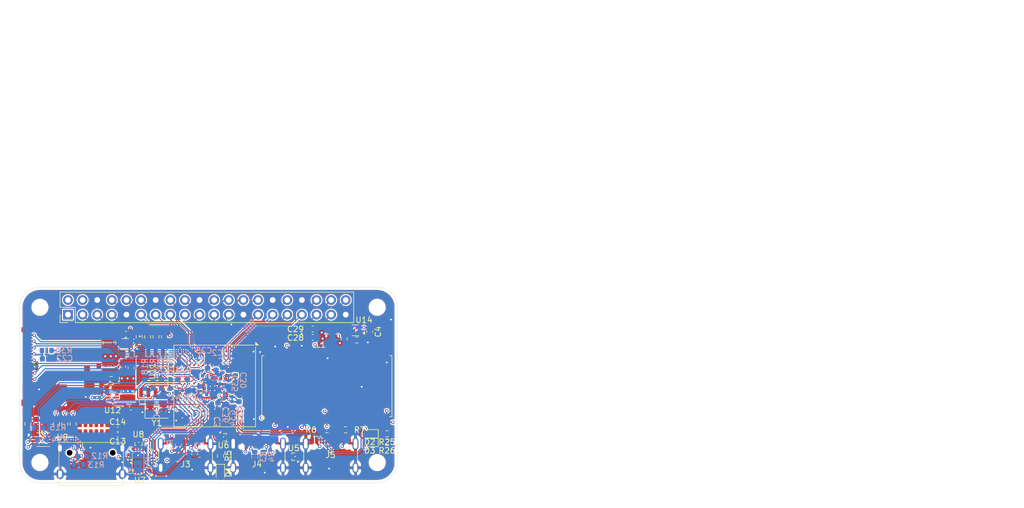
<source format=kicad_pcb>
(kicad_pcb (version 20241229) (generator "pcbnew") (generator_version "9.0")
  (title_block (title "Anice") (date "2025-04-25") (rev "v1r2") (company "Cyao") (comment 1 "https://github.com/cheyao/anice"))
  (layers (0 "F.Cu" signal) (4 "In1.Cu" signal) (6 "In2.Cu" signal) (2 "B.Cu" signal) (13 "F.Paste" user) (15 "B.Paste" user) (5 "F.SilkS" user "F.Silkscreen") (7 "B.SilkS" user "B.Silkscreen") (1 "F.Mask" user) (3 "B.Mask" user) (25 "Edge.Cuts" user))
  (net 0 "")
  (net 19 "CONN36")
  (net 29 "JTAG_TCK")
  (net 49 "CONN23")
  (net 52 "JTAG_TDO")
  (net 53 "/USB/LED_TXLED")
  (net 54 "FT2V5")
  (net 55 "FPDI_UTIL")
  (net 56 "GPDI_SDA")
  (net 57 "FPDI_HPD")
  (net 58 "GPDI_SCL")
  (net 59 "FPDI_CEC")
  (net 60 "Net-(J3-CC1)")
  (net 61 "Net-(J3-CC2)")
  (net 62 "+2V5")
  (net 63 "FPDI_SDA")
  (net 64 "FPDI_SCL")
  (net 65 "GCLK")
  (net 66 "GND")
  (net 67 "+5V")
  (net 68 "FTDI_nTXLED")
  (net 69 "+3V3")
  (net 70 "JTAG_TDI")
  (net 71 "JTAG_TMS")
  (net 72 "FTDI_RXD")
  (net 73 "FTDI_nRTS")
  (net 74 "FTDI_TXDEN")
  (net 75 "FTDI_nRXLED")
  (net 76 "FTDI_nSLEEP")
  (net 77 "FTDI_nDTR")
  (net 78 "FTDI_TXD")
  (net 79 "SDRAM_D8")
  (net 80 "SDRAM_D6")
  (net 81 "SDRAM_D10")
  (net 82 "SDRAM_nCS")
  (net 83 "SDRAM_A6")
  (net 84 "SDRAM_D11")
  (net 85 "SDRAM_A11")
  (net 86 "SDRAM_A9")
  (net 87 "SDRAM_D13")
  (net 88 "SDRAM_A2")
  (net 89 "SDRAM_nWE")
  (net 90 "SDRAM_D0")
  (net 91 "SDRAM_A8")
  (net 92 "SDRAM_A0")
  (net 93 "SDRAM_DQM0")
  (net 94 "SDRAM_D3")
  (net 95 "SDRAM_A7")
  (net 96 "SDRAM_A1")
  (net 97 "SDRAM_D7")
  (net 98 "SDRAM_D2")
  (net 99 "SDRAM_A10")
  (net 100 "SDRAM_D12")
  (net 101 "SDRAM_CKE")
  (net 102 "SDRAM_nCAS")
  (net 103 "SDRAM_nRAS")
  (net 104 "SDRAM_D9")
  (net 105 "SDRAM_CLK")
  (net 106 "SDRAM_DQM1")
  (net 107 "SDRAM_A4")
  (net 108 "SDRAM_A5")
  (net 109 "SDRAM_D5")
  (net 110 "SDRAM_D4")
  (net 111 "SDRAM_D15")
  (net 112 "SDRAM_D14")
  (net 113 "SDRAM_A3")
  (net 114 "SDRAM_D1")
  (net 115 "+1V1")
  (net 116 "/Power/FB3")
  (net 117 "/Power/L3")
  (net 118 "/Power/L2")
  (net 119 "/Power/L1")
  (net 120 "/Power/FB2")
  (net 121 "/Power/FB1")
  (net 149 "SDRAM_BA1")
  (net 150 "SDRAM_BA0")
  (net 152 "SDRAM_A12")
  (net 153 "INITN")
  (net 154 "DONE")
  (net 155 "Net-(U1H-PROGRAMN)")
  (net 156 "IO3")
  (net 157 "IO2")
  (net 158 "IO1")
  (net 159 "IO0")
  (net 160 "CLK")
  (net 161 "~{CS}")
  (net 162 "Net-(U9-VREF2)")
  (net 163 "CONN11")
  (net 164 "CONN31")
  (net 165 "CONN24")
  (net 166 "CONN15")
  (net 167 "CONN3")
  (net 168 "CONN35")
  (net 169 "CONN8")
  (net 170 "CONN37")
  (net 171 "CONN13")
  (net 172 "CONN18")
  (net 173 "CONN26")
  (net 174 "CONN5")
  (net 175 "CONN12")
  (net 176 "CONN22")
  (net 177 "CONN40")
  (net 178 "CONN19")
  (net 179 "CONN29")
  (net 180 "CONN21")
  (net 181 "CONN38")
  (net 182 "CONN28")
  (net 183 "CONN16")
  (net 184 "CONN7")
  (net 185 "CONN27")
  (net 186 "CONN33")
  (net 187 "CONN32")
  (net 188 "CONN10")
  (net 190 "Net-(J4-CC2)")
  (net 191 "Net-(J4-CC1)")
  (net 192 "Net-(J5-CC1)")
  (net 193 "Net-(J5-CC2)")
  (net 194 "Net-(J7-D0-)")
  (net 195 "Net-(J7-UTILITY)")
  (net 196 "Net-(J7-D2+)")
  (net 197 "Net-(J7-HPD)")
  (net 198 "Net-(J7-D1-)")
  (net 199 "Net-(J7-D1+)")
  (net 200 "Net-(J7-CK-)")
  (net 201 "Net-(J7-D2-)")
  (net 202 "Net-(J7-CEC)")
  (net 203 "Net-(J7-D0+)")
  (net 204 "Net-(J7-CK+)")
  (net 206 "FPDI_D2+")
  (net 207 "FPDI_D2-")
  (net 208 "FPDI_D1+")
  (net 209 "FPDI_D1-")
  (net 210 "FPDI_D0+")
  (net 211 "FPDI_D0-")
  (net 212 "FPDI_CLK+")
  (net 213 "FPDI_CLK-")
  (net 215 "D1+")
  (net 216 "D1-")
  (net 217 "D2-")
  (net 218 "D2+")
  (net 219 "D3+")
  (net 220 "D3-")
  (net 242 "Net-(J2-VDD)")
  (net 243 "SD_D1")
  (net 244 "SD_D2")
  (net 245 "SD_CLK")
  (net 246 "SD_D0")
  (net 247 "SD_CMD")
  (net 249 "SD_D3")
  (net 250 "Net-(D2-K)")
  (net 251 "LED1")
  (net 252 "Net-(D3-K)")
  (net 253 "LED2")
  (net 254 "Net-(JP1-C)")
  (footprint "Resistor_SMD:R_0603_1608Metric" (layer "F.Cu") (at 136.86 100.33 -90)
    (property "Reference" "R5")
    (property "Value" "549")
  )
  (footprint "Package_SO:VSSOP-8_2.3x2mm_P0.5mm" (layer "F.Cu") (at 106.05 97.51)
    (property "Reference" "U9")
    (property "Value" "PCA9306DC1")
  )
  (footprint "Resistor_SMD:R_0603_1608Metric" (layer "F.Cu") (at 125.68 79.63 -90)
    (property "Reference" "R21" (hide yes))
    (property "Value" "10k")
  )
  (footprint "Capacitor_SMD:C_0402_1005Metric" (layer "F.Cu") (at 113.415 95.525 -90)
    (property "Reference" "C19" (hide yes))
    (property "Value" "22nF")
  )
  (footprint "Resistor_SMD:R_0603_1608Metric" (layer "F.Cu") (at 103.42 94.77 90)
    (property "Reference" "R11" (hide yes))
    (property "Value" "100k")
  )
  (footprint "Capacitor_SMD:C_0402_1005Metric" (layer "F.Cu") (at 114.35 95.525 -90)
    (property "Reference" "C18" (hide yes))
    (property "Value" "22nF")
  )
  (footprint "LED_SMD:LED_0603_1608Metric" (layer "F.Cu") (at 162.8 96.5 180)
    (property "Reference" "D2")
    (property "Value" "GREEN")
  )
  (footprint "Capacitor_SMD:C_0402_1005Metric" (layer "F.Cu") (at 115.31 95.525 -90)
    (property "Reference" "C17" (hide yes))
    (property "Value" "22nF")
  )
  (footprint "anice-lib:SDCard molex" (layer "F.Cu") (at 109.19 84.85 90)
    (property "Reference" "J2" (hide yes))
    (property "Value" "Micro_SD_Card_Det1")
  )
  (footprint "Package_BGA:BGA-256_14.0x14.0mm_Layout16x16_P0.8mm_Ball0.45mm_Pad0.32mm_NSMD" (layer "F.Cu") (at 135.862165 88.183 -90)
    (property "Reference" "U1" (hide yes))
    (property "Value" "ECP5U_12_CABGA256")
  )
  (footprint "Capacitor_SMD:C_0603_1608Metric" (layer "F.Cu") (at 104.88 94.77 -90)
    (property "Reference" "C21" (hide yes))
    (property "Value" "100pF")
  )
  (footprint "Capacitor_SMD:C_0603_1608Metric" (layer "F.Cu") (at 119.88 84.84 90)
    (property "Reference" "C10" (hide yes))
    (property "Value" "100pF")
  )
  (footprint "MountingHole:MountingHole_2.5mm" (layer "F.Cu") (at 105.499999 101.500001)
    (property "Reference" "H3" (hide yes))
    (property "Value" "MountingHole_Pad")
  )
  (footprint "Capacitor_SMD:C_0402_1005Metric" (layer "F.Cu") (at 112.475 95.525 -90)
    (property "Reference" "C20" (hide yes))
    (property "Value" "22nF")
  )
  (footprint "Resistor_SMD:R_0603_1608Metric" (layer "F.Cu") (at 120.59 82.62)
    (property "Reference" "RA2" (hide yes))
    (property "Value" "15k")
  )
  (footprint "Resistor_SMD:R_0603_1608Metric" (layer "F.Cu") (at 165.8 98 180)
    (property "Reference" "R26")
    (property "Value" "549")
  )
  (footprint "Capacitor_SMD:C_0603_1608Metric" (layer "F.Cu") (at 116.96 84.84 -90)
    (property "Reference" "C11" (hide yes))
    (property "Value" "10uF")
  )
  (footprint "Resistor_SMD:R_0603_1608Metric" (layer "F.Cu") (at 117.89 87.05)
    (property "Reference" "RB3" (hide yes))
    (property "Value" "3.3k")
  )
  (footprint "Capacitor_SMD:C_0603_1608Metric" (layer "F.Cu") (at 162.81 78.75 -90)
    (property "Reference" "C4")
    (property "Value" "10uF")
  )
  (footprint "Package_TO_SOT_SMD:SOT-563" (layer "F.Cu") (at 118.17 90.19)
    (property "Reference" "U12")
    (property "Value" "TLV62569DRL")
  )
  (footprint "Package_TO_SOT_SMD:SOT-563" (layer "F.Cu") (at 160.2925 78.5 180)
    (property "Reference" "U14")
    (property "Value" "TLV62569DRL")
  )
  (footprint "Capacitor_SMD:C_0603_1608Metric" (layer "F.Cu") (at 152.885 79.73 180)
    (property "Reference" "C28")
    (property "Value" "10uF")
  )
  (footprint "Capacitor_SMD:C_0603_1608Metric" (layer "F.Cu") (at 121.27 91.88)
    (property "Reference" "C12" (hide yes))
    (property "Value" "10uF")
  )
  (footprint "Capacitor_SMD:C_0402_1005Metric" (layer "F.Cu") (at 123.21 91.42 -90)
    (property "Reference" "C39" (hide yes))
    (property "Value" "100nF")
  )
  (footprint "Inductor_SMD:L_1008_2520Metric" (layer "F.Cu") (at 120.72 89.19 90)
    (property "Reference" "L3" (hide yes))
    (property "Value" "2.2uH")
  )
  (footprint "Package_SO:TSOP-II-54_22.2x10.16mm_P0.8mm" (layer "F.Cu") (at 155.352165 88.223 90)
    (property "Reference" "U10" (hide yes))
    (property "Value" "W9825G6KH-6")
  )
  (footprint "Package_DFN_QFN:QFN-20-1EP_4x4mm_P0.5mm_EP2.5x2.5mm" (layer "F.Cu") (at 122.87 101.27 180)
    (property "Reference" "U7")
    (property "Value" "FT231XQ")
  )
  (footprint "Capacitor_SMD:C_0402_1005Metric" (layer "F.Cu") (at 117.19 95.525 -90)
    (property "Reference" "C15" (hide yes))
    (property "Value" "22nF")
  )
  (footprint "Capacitor_SMD:C_0603_1608Metric" (layer "F.Cu") (at 152.89 78.27 180)
    (property "Reference" "C29")
    (property "Value" "100pF")
  )
  (footprint "Connector_USB:USB_C_Receptacle_GCT_USB4105-xx-A_16P_TopMnt_Horizontal" (layer "F.Cu") (at 130.8 101.325)
    (property "Reference" "J3")
    (property "Value" "USB_C_Receptacle_USB2.0_14P")
  )
  (footprint "Connector_PinHeader_2.54mm:PinHeader_2x20_P2.54mm_Vertical" (layer "F.Cu") (at 110.375 75.775 90)
    (property "Reference" "J1" (hide yes))
    (property "Value" "Conn_02x20_Counter_Clockwise")
  )
  (footprint "Resistor_SMD:R_0603_1608Metric" (layer "F.Cu") (at 109.815 94.775 90)
    (property "Reference" "R9" (hide yes))
    (property "Value" "10k" (hide yes))
  )
  (footprint "LED_SMD:LED_0603_1608Metric" (layer "F.Cu") (at 162.8 98 180)
    (property "Reference" "D3")
    (property "Value" "YELLOW")
  )
  (footprint "Resistor_SMD:R_0603_1608Metric" (layer "F.Cu") (at 124.22 79.64 -90)
    (property "Reference" "R20" (hide yes))
    (property "Value" "10k")
  )
  (footprint "Package_TO_SOT_SMD:Texas_DRT-3" (layer "F.Cu") (at 149.8 100.47 90)
    (property "Reference" "U5")
    (property "Value" "TPD2EUSB30")
  )
  (footprint "Resistor_SMD:R_0603_1608Metric" (layer "F.Cu") (at 127.14 79.63 -90)
    (property "Reference" "R24" (hide yes))
    (property "Value" "4.7k")
  )
  (footprint "anice-lib:XKB Connection A71-05H4-111N1" (layer "F.Cu") (at 114.4 99)
    (property "Reference" "J7" (hide yes))
    (property "Value" "HDMI_C_1.3")
  )
  (footprint "Capacitor_SMD:C_0402_1005Metric" (layer "F.Cu") (at 119.01 96.66 180)
    (property "Reference" "C13")
    (property "Value" "22nF")
  )
  (footprint "Resistor_SMD:R_0603_1608Metric" (layer "F.Cu") (at 160.57 80.18 180)
    (property "Reference" "RB1" (hide yes))
    (property "Value" "18k")
  )
  (footprint "MountingHole:MountingHole_2.5mm" (layer "F.Cu") (at 105.5 74.5)
    (property "Reference" "H1" (hide yes))
    (property "Value" "MountingHole_Pad")
  )
  (footprint "Package_TO_SOT_SMD:SOT-563" (layer "F.Cu") (at 120.31 80.89 180)
    (property "Reference" "U13" (hide yes))
    (property "Value" "TLV62569DRL")
  )
  (footprint "MountingHole:MountingHole_2.5mm" (layer "F.Cu") (at 164.1 101.5)
    (property "Reference" "H4" (hide yes))
    (property "Value" "MountingHole_Pad")
  )
  (footprint "Inductor_SMD:L_1008_2520Metric" (layer "F.Cu") (at 156.28 79.5 -90)
    (property "Reference" "L1")
    (property "Value" "2.2uH")
  )
  (footprint "LED_SMD:LED_0603_1608Metric" (layer "F.Cu") (at 136.85 103.29 -90)
    (property "Reference" "D1")
    (property "Value" "RED")
  )
  (footprint "Capacitor_SMD:C_0603_1608Metric" (layer "F.Cu") (at 120.44 79.2 180)
    (property "Reference" "C8" (hide yes))
    (property "Value" "10uF")
  )
  (footprint "Connector_USB:USB_C_Receptacle_GCT_USB4105-xx-A_16P_TopMnt_Horizontal" (layer "F.Cu") (at 156 101.325)
    (property "Reference" "J5")
    (property "Value" "USB_C_Receptacle_USB2.0_14P")
  )
  (footprint "Package_TO_SOT_SMD:Texas_DRT-3" (layer "F.Cu") (at 122.63 97.97 180)
    (property "Reference" "U8")
    (property "Value" "TPD2EUSB30")
  )
  (footprint "Capacitor_SMD:C_0402_1005Metric" (layer "F.Cu") (at 116.25 95.525 -90)
    (property "Reference" "C16" (hide yes))
    (property "Value" "22nF")
  )
  (footprint "Package_TO_SOT_SMD:Texas_DRT-3" (layer "F.Cu") (at 137.38 97.1075 -90)
    (property "Reference" "U6")
    (property "Value" "TPD2EUSB30")
  )
  (footprint "Capacitor_SMD:C_0603_1608Metric" (layer "F.Cu") (at 121.34 85.05 90)
    (property "Reference" "C9" (hide yes))
    (property "Value" "10uF")
  )
  (footprint "Resistor_SMD:R_0603_1608Metric" (layer "F.Cu") (at 111.275 94.775 90)
    (property "Reference" "R8" (hide yes))
    (property "Value" "470" (hide yes))
  )
  (footprint "Resistor_SMD:R_0603_1608Metric" (layer "F.Cu") (at 155.36 95.77)
    (property "Reference" "R6")
    (property "Value" "5.1k")
  )
  (footprint "Inductor_SMD:L_1008_2520Metric" (layer "F.Cu") (at 117.6 80.695 -90)
    (property "Reference" "L2" (hide yes))
    (property "Value" "2.2uH")
  )
  (footprint "Resistor_SMD:R_0603_1608Metric" (layer "F.Cu") (at 158.62 95.8 180)
    (property "Reference" "R7")
    (property "Value" "5.1k")
  )
  (footprint "Capacitor_SMD:C_0402_1005Metric" (layer "F.Cu") (at 119.01 95.73 180)
    (property "Reference" "C14")
    (property "Value" "22nF")
  )
  (footprint "Capacitor_SMD:C_0603_1608Metric" (layer "F.Cu") (at 118.42 84.84 -90)
    (property "Reference" "C27" (hide yes))
    (property "Value" "100pF")
  )
  (footprint "Resistor_SMD:R_0603_1608Metric" (layer "F.Cu") (at 165.8 96.5 180)
    (property "Reference" "R25")
    (property "Value" "549")
  )
  (footprint "Package_SO:SOIC-8_5.3x5.3mm_P1.27mm" (layer "F.Cu") (at 124.97 85.77 -90)
    (property "Reference" "U11")
    (property "Value" "W25Q128JVS")
  )
  (footprint "MountingHole:MountingHole_2.5mm" (layer "F.Cu") (at 164.1 74.5)
    (property "Reference" "H2" (hide yes))
    (property "Value" "MountingHole_Pad")
  )
  (footprint "Resistor_SMD:R_0603_1608Metric" (layer "F.Cu") (at 108.355 94.775 90)
    (property "Reference" "R10" (hide yes))
    (property "Value" "470" (hide yes))
  )
  (footprint "Resistor_SMD:R_0603_1608Metric" (layer "F.Cu") (at 122.75 79.64 -90)
    (property "Reference" "RB2" (hide yes))
    (property "Value" "4.7k")
  )
  (footprint "Connector_USB:USB_C_Receptacle_GCT_USB4105-xx-A_16P_TopMnt_Horizontal" (layer "F.Cu") (at 143.4 101.325)
    (property "Reference" "J4")
    (property "Value" "USB_C_Receptacle_USB2.0_14P")
  )
  (footprint "Resistor_SMD:R_0603_1608Metric" (layer "F.Cu") (at 117.89 88.51 180)
    (property "Reference" "RA3" (hide yes))
    (property "Value" "15k")
  )
  (footprint "Crystal:Crystal_SMD_3225-4Pin_3.2x2.5mm" (layer "F.Cu") (at 125.77 92.13)
    (property "Reference" "Y1")
    (property "Value" "ECS-2520MV-xxx-xx")
  )
  (footprint "Resistor_SMD:R_0603_1608Metric" (layer "F.Cu") (at 158.36 79.97 90)
    (property "Reference" "RA1" (hide yes))
    (property "Value" "15k")
  )
  (footprint "Resistor_SMD:R_0603_1608Metric" (layer "B.Cu") (at 142.83 100.49 90)
    (property "Reference" "R3")
    (property "Value" "5.1k")
  )
  (footprint "Resistor_SMD:R_0603_1608Metric" (layer "B.Cu") (at 133.29 89.08 90)
    (property "Reference" "R17")
    (property "Value" "4.7k")
  )
  (footprint "Capacitor_SMD:C_0402_1005Metric" (layer "B.Cu") (at 138.88 89.56 -90)
    (property "Reference" "C33" (hide yes))
    (property "Value" "100nF")
  )
  (footprint "Resistor_SMD:R_0603_1608Metric" (layer "B.Cu") (at 126.62 87.81 -90)
    (property "Reference" "R19")
    (property "Value" "10k")
  )
  (footprint "Capacitor_SMD:C_0402_1005Metric" (layer "B.Cu") (at 126.98 92.55 -90)
    (property "Reference" "C40")
    (property "Value" "5pF")
  )
  (footprint "Capacitor_SMD:C_0402_1005Metric" (layer "B.Cu") (at 138.25 85.92 -90)
    (property "Reference" "C31" (hide yes))
    (property "Value" "100nF")
  )
  (footprint "Capacitor_SMD:C_0603_1608Metric" (layer "B.Cu") (at 139.45 87.17 90)
    (property "Reference" "C30")
    (property "Value" "10uF")
  )
  (footprint "Resistor_SMD:R_0603_1608Metric" (layer "B.Cu") (at 129.55 98.45 -90)
    (property "Reference" "R1")
    (property "Value" "5.1k")
  )
  (footprint "Resistor_SMD:R_0603_1608Metric" (layer "B.Cu") (at 105.27 95.43 180)
    (property "Reference" "R15")
    (property "Value" "3.3k")
  )
  (footprint "Capacitor_SMD:C_0603_1608Metric" (layer "B.Cu") (at 140.08 90.14 -90)
    (property "Reference" "C32")
    (property "Value" "10uF")
  )
  (footprint "Capacitor_SMD:C_0402_1005Metric" (layer "B.Cu") (at 136.71 88.41 -90)
    (property "Reference" "C38" (hide yes))
    (property "Value" "100nF")
  )
  (footprint "Resistor_SMD:R_0603_1608Metric" (layer "B.Cu") (at 112.25 101.86 180)
    (property "Reference" "R13")
    (property "Value" "4.7k")
  )
  (footprint "Capacitor_SMD:C_0402_1005Metric" (layer "B.Cu") (at 134.94 89.65)
    (property "Reference" "C42" (hide yes))
    (property "Value" "100nF")
  )
  (footprint "Capacitor_SMD:C_0402_1005Metric" (layer "B.Cu") (at 137.28 85.4 90)
    (property "Reference" "C37" (hide yes))
    (property "Value" "100nF")
  )
  (footprint "Capacitor_SMD:C_0402_1005Metric" (layer "B.Cu") (at 138.26 87.74 90)
    (property "Reference" "C35")
    (property "Value" "100nF")
  )
  (footprint "Resistor_SMD:R_0603_1608Metric" (layer "B.Cu") (at 130.29 87.05)
    (property "Reference" "R23")
    (property "Value" "4.7k")
  )
  (footprint "Resistor_SMD:R_0603_1608Metric" (layer "B.Cu") (at 125.16 87.81 -90)
    (property "Reference" "R22")
    (property "Value" "10k")
  )
  (footprint "Resistor_SMD:R_0603_1608Metric" (layer "B.Cu") (at 123.7 87.81 -90)
    (property "Reference" "R18")
    (property "Value" "1k")
  )
  (footprint "Jumper:SolderJumper-3_P1.3mm_Bridged2Bar12_RoundedPad1.0x1.5mm" (layer "B.Cu") (at 122.55 101.55 90)
    (property "Reference" "JP1")
    (property "Value" "Jumper_3_Bridged12")
  )
  (footprint "Capacitor_SMD:C_0402_1005Metric" (layer "B.Cu") (at 133.24 86.43)
    (property "Reference" "C26" (hide yes))
    (property "Value" "100nF")
  )
  (footprint "Capacitor_SMD:C_0402_1005Metric" (layer "B.Cu") (at 137.62 90.76 -90)
    (property "Reference" "C36")
    (property "Value" "100nF")
  )
  (footprint "Resistor_SMD:R_0603_1608Metric" (layer "B.Cu") (at 133.2 100.06 180)
    (property "Reference" "R2")
    (property "Value" "5.1k")
  )
  (footprint "Resistor_SMD:R_0603_1608Metric" (layer "B.Cu") (at 144.29 100.49 90)
    (property "Reference" "R4")
    (property "Value" "5.1k")
  )
  (footprint "Capacitor_SMD:C_0402_1005Metric" (layer "B.Cu") (at 138.89 91.39 90)
    (property "Reference" "C34")
    (property "Value" "100nF")
  )
  (footprint "Resistor_SMD:R_0603_1608Metric" (layer "B.Cu") (at 112.83 100.4)
    (property "Reference" "R12")
    (property "Value" "4.7k")
  )
  (footprint "Capacitor_SMD:C_0603_1608Metric" (layer "B.Cu") (at 136.43 91.92 -90)
    (property "Reference" "C3")
    (property "Value" "10uF")
  )
  (footprint "Capacitor_SMD:C_0402_1005Metric" (layer "B.Cu") (at 130.71 88.95 180)
    (property "Reference" "C41")
    (property "Value" "100nF")
  )
  (footprint "Capacitor_SMD:C_0402_1005Metric" (layer "B.Cu") (at 135.79 87.15 -90)
    (property "Reference" "C43" (hide yes))
    (property "Value" "100nF")
  )
  (footprint "Capacitor_SMD:C_0603_1608Metric" (layer "B.Cu") (at 134.62 84.32 -90)
    (property "Reference" "C25")
    (property "Value" "10uF")
  )
  (footprint "Resistor_SMD:R_0603_1608Metric" (layer "B.Cu") (at 105.91 97.56 180)
    (property "Reference" "R14")
    (property "Value" "3.3k")
  )
  (footprint "Resistor_SMD:R_0603_1608Metric" (layer "B.Cu") (at 128.08 87.81 -90)
    (property "Reference" "R16")
    (property "Value" "4.7k")
  )
  (footprint "Capacitor_SMD:C_0603_1608Metric" (layer "B.Cu") (at 136.09 84.64 90)
    (property "Reference" "C2")
    (property "Value" "10uF")
  )
  (footprint "Capacitor_SMD:C_0603_1608Metric" (layer "B.Cu") (at 106.695 83.46675)
    (property "Reference" "C22")
    (property "Value" "22uF")
  )
  (footprint "Capacitor_SMD:C_0402_1005Metric" (layer "B.Cu") (at 134.61 91.36 135)
    (property "Reference" "C23")
    (property "Value" "100nF")
  )
  (footprint "Resistor_SMD:R_0603_1608Metric" (layer "B.Cu") (at 106.69 82.01)
    (property "Reference" "R38")
    (property "Value" "0.47")
  )
  (gr_line (start 167.6 74.5) (end 167.6 101.5) (stroke (width 0.05)) (layer "Edge.Cuts"))
  (gr_arc (start 164.099999 71.000001) (mid 166.574873 72.025127) (end 167.599999 74.500001) (stroke (width 0.05)) (layer "Edge.Cuts"))
  (gr_arc (start 102 74.5) (mid 103.025126 72.025126) (end 105.5 71) (stroke (width 0.05)) (layer "Edge.Cuts"))
  (gr_line (start 105.5 71) (end 164.1 71.000001) (stroke (width 0.05)) (layer "Edge.Cuts"))
  (gr_arc (start 105.5 105) (mid 103.025126 103.974874) (end 102 101.5) (stroke (width 0.05)) (layer "Edge.Cuts"))
  (gr_line (start 105.5 105) (end 164.099999 104.999998) (stroke (width 0.05)) (layer "Edge.Cuts"))
  (gr_arc (start 167.599999 101.499999) (mid 166.574873 103.974873) (end 164.099999 104.999999) (stroke (width 0.05)) (layer "Edge.Cuts"))
  (gr_line (start 102 74.5) (end 102 101.5) (stroke (width 0.05)) (layer "Edge.Cuts"))
  (segment (start 149.5805 76.734324) (end 149.070839 77.243985) (width 0.175) (layer "F.Cu") (net 19))
  (segment (start 149.5805 75.18081) (end 149.5805 76.734324) (width 0.175) (layer "F.Cu") (net 19))
  (segment (start 152.4495 74.3405) (end 150.42081 74.3405) (width 0.175) (layer "F.Cu") (net 19))
  (segment (start 137.062165 80.641401) (end 137.062165 82.183) (width 0.175) (layer "F.Cu") (net 19))
  (segment (start 149.070839 77.243985) (end 140.459581 77.243985) (width 0.175) (layer "F.Cu") (net 19))
  (segment (start 150.42081 74.3405) (end 149.5805 75.18081) (width 0.175) (layer "F.Cu") (net 19))
  (segment (start 140.459581 77.243985) (end 137.062165 80.641401) (width 0.175) (layer "F.Cu") (net 19))
  (segment (start 153.555 73.235) (end 152.4495 74.3405) (width 0.175) (layer "F.Cu") (net 19))
  (segment (start 124.8325 100.765) (end 125.458632 100.765) (width 0.2) (layer "F.Cu") (net 29))
  (segment (start 129.862165 89.383) (end 129.863 89.383) (width 0.2) (layer "F.Cu") (net 29))
  (segment (start 125.458632 100.765) (end 125.567447 100.656185) (width 0.2) (layer "F.Cu") (net 29))
  (segment (start 129.863 89.383) (end 130.23 89.75) (width 0.2) (layer "F.Cu") (net 29))
  (via (at 125.567447 100.656185) (size 0.4) (drill 0.2) (layers "F.Cu" "B.Cu") (net 29))
  (via (at 130.23 89.75) (size 0.4) (drill 0.2) (layers "F.Cu" "B.Cu") (net 29))
  (segment (start 130.658778 90.178778) (end 130.23 89.75) (width 0.2) (layer "B.Cu") (net 29))
  (segment (start 132.65 91.44) (end 131.388778 90.178778) (width 0.2) (layer "B.Cu") (net 29))
  (segment (start 125.567447 97.506336) (end 126.823783 96.25) (width 0.2) (layer "B.Cu") (net 29))
  (segment (start 131.58 96.25) (end 134.15 93.68) (width 0.2) (layer "B.Cu") (net 29))
  (segment (start 134.15 93.68) (end 134.15 92.51) (width 0.2) (layer "B.Cu") (net 29))
  (segment (start 125.567447 100.656185) (end 125.567447 97.506336) (width 0.2) (layer "B.Cu") (net 29))
  (segment (start 126.823783 96.25) (end 131.58 96.25) (width 0.2) (layer "B.Cu") (net 29))
  (segment (start 134.15 92.51) (end 133.08 91.44) (width 0.2) (layer "B.Cu") (net 29))
  (segment (start 131.388778 90.178778) (end 130.658778 90.178778) (width 0.15) (layer "B.Cu") (net 29))
  (segment (start 133.08 91.44) (end 132.65 91.44) (width 0.2) (layer "B.Cu") (net 29))
  (segment (start 135.462165 82.983) (end 135.058165 82.579) (width 0.15) (layer "F.Cu") (net 49))
  (segment (start 135.06 79.45) (end 138.315 76.195) (width 0.175) (layer "F.Cu") (net 49))
  (segment (start 135.058165 82.579) (end 135.058165 82) (width 0.15) (layer "F.Cu") (net 49))
  (segment (start 138.315 75.775) (end 138.315 76.195) (width 0.175) (layer "F.Cu") (net 49))
  (segment (start 135.06 79.45) (end 135.06 82.08) (width 0.175) (layer "F.Cu") (net 49))
  (segment (start 133.062165 89.383) (end 132.66625 89.778915) (width 0.15) (layer "F.Cu") (net 52))
  (segment (start 123.895 99.3275) (end 123.895 98.645) (width 0.2) (layer "F.Cu") (net 52))
  (segment (start 132.66625 89.778915) (end 132.66625 90.54543) (width 0.15) (layer "F.Cu") (net 52))
  (segment (start 123.895 98.645) (end 124.067191 98.472809) (width 0.2) (layer "F.Cu") (net 52))
  (via (at 132.66625 90.54543) (size 0.4) (drill 0.2) (layers "F.Cu" "B.Cu") (net 52))
  (via (at 124.067191 98.472809) (size 0.4) (drill 0.2) (layers "F.Cu" "B.Cu") (net 52))
  (segment (start 127.21 103.8) (end 130.77 100.24) (width 0.2) (layer "B.Cu") (net 52))
  (segment (start 134.58 93.83) (end 134.58 92.27) (width 0.2) (layer "B.Cu") (net 52))
  (segment (start 125.9 103.8) (end 127.21 103.8) (width 0.2) (layer "B.Cu") (net 52))
  (segment (start 133.414 91.104) (end 134.58 92.27) (width 0.2) (layer "B.Cu") (net 52))
  (segment (start 132.8 95.61) (end 134.58 93.83) (width 0.2) (layer "B.Cu") (net 52))
  (segment (start 124.067191 101.967191) (end 125.9 103.8) (width 0.2) (layer "B.Cu") (net 52))
  (segment (start 130.77 97.62) (end 132.78 95.61) (width 0.2) (layer "B.Cu") (net 52))
  (segment (start 132.78 95.61) (end 132.8 95.61) (width 0.2) (layer "B.Cu") (net 52))
  (segment (start 133.22482 91.104) (end 133.414 91.104) (width 0.2) (layer "B.Cu") (net 52))
  (segment (start 130.77 100.24) (end 130.77 97.62) (width 0.2) (layer "B.Cu") (net 52))
  (segment (start 124.067191 98.472809) (end 124.067191 101.967191) (width 0.2) (layer "B.Cu") (net 52))
  (segment (start 132.66625 90.54543) (end 133.22482 91.104) (width 0.2) (layer "B.Cu") (net 52))
  (segment (start 136.86 102.4925) (end 136.85 102.5025) (width 0.5) (layer "F.Cu") (net 53))
  (segment (start 136.86 101.155) (end 136.86 102.4925) (width 0.5) (layer "F.Cu") (net 53))
  (segment (start 121.26 99.05) (end 121.5875 99.05) (width 0.2) (layer "F.Cu") (net 54))
  (segment (start 121.5875 99.05) (end 121.87 99.3325) (width 0.2) (layer "F.Cu") (net 54))
  (segment (start 136.85 104.0775) (end 124.77 104.0775) (width 0.25) (layer "F.Cu") (net 54))
  (segment (start 124.77 104.0775) (end 124.60125 103.90875) (width 0.25) (layer "F.Cu") (net 54))
  (segment (start 124.60125 103.90875) (end 123.895 103.2025) (width 0.25) (layer "F.Cu") (net 54))
  (via (at 124.60125 103.90875) (size 0.4) (drill 0.2) (layers "F.Cu" "B.Cu") (net 54))
  (via (at 121.26 99.05) (size 0.4) (drill 0.2) (layers "F.Cu" "B.Cu") (net 54))
  (segment (start 121.6 99.35) (end 123 99.35) (width 0.2) (layer "B.Cu") (net 54))
  (segment (start 121.3 99.05) (end 121.6 99.35) (width 0.2) (layer "B.Cu") (net 54))
  (segment (start 123.5425 102.85) (end 124.60125 103.90875) (width 0.2) (layer "B.Cu") (net 54))
  (segment (start 122.55 102.85) (end 123.5425 102.85) (width 0.2) (layer "B.Cu") (net 54))
  (segment (start 123 99.35) (end 123.716191 100.066191) (width 0.2) (layer "B.Cu") (net 54))
  (segment (start 121.26 99.05) (end 121.3 99.05) (width 0.2) (layer "B.Cu") (net 54))
  (segment (start 123.716191 102.438809) (end 123.305 102.85) (width 0.2) (layer "B.Cu") (net 54))
  (segment (start 123.305 102.85) (end 122.55 102.85) (width 0.2) (layer "B.Cu") (net 54))
  (segment (start 123.716191 100.066191) (end 123.716191 102.438809) (width 0.2) (layer "B.Cu") (net 54))
  (segment (start 131.062111 92.917889) (end 131.107562 92.96334) (width 0.2) (layer "F.Cu") (net 55))
  (segment (start 109.815 93.95) (end 109.815 92.915) (width 0.2) (layer "F.Cu") (net 55))
  (segment (start 109.815 92.915) (end 109.8 92.9) (width 0.2) (layer "F.Cu") (net 55))
  (segment (start 131.107562 92.96334) (end 131.107562 93.028397) (width 0.2) (layer "F.Cu") (net 55))
  (segment (start 131.107562 93.028397) (end 131.462165 93.383) (width 0.2) (layer "F.Cu") (net 55))
  (via (at 109.8 92.9) (size 0.6) (drill 0.3) (layers "F.Cu" "B.Cu") (net 55))
  (via (at 131.062111 92.917889) (size 0.4) (drill 0.2) (layers "F.Cu" "B.Cu") (net 55))
  (segment (start 111.561 91.139) (end 129.283222 91.139) (width 0.2) (layer "B.Cu") (net 55))
  (segment (start 109.8 92.9) (end 111.561 91.139) (width 0.2) (layer "B.Cu") (net 55))
  (segment (start 131.062111 92.917889) (end 129.283222 91.139) (width 0.2) (layer "B.Cu") (net 55))
  (segment (start 107.87 99.68) (end 107.87 98.68) (width 0.2) (layer "F.Cu") (net 56))
  (segment (start 111.9 97.85) (end 111.9 100.11) (width 0.2) (layer "F.Cu") (net 56))
  (segment (start 111.9 100.11) (end 111.19 100.82) (width 0.2) (layer "F.Cu") (net 56))
  (segment (start 109.01 100.82) (end 107.87 99.68) (width 0.2) (layer "F.Cu") (net 56))
  (segment (start 111.19 100.82) (end 109.01 100.82) (width 0.2) (layer "F.Cu") (net 56))
  (segment (start 107.87 98.68) (end 107.45 98.26) (width 0.2) (layer "F.Cu") (net 56))
  (via (at 111.161795 100.824443) (size 0.6) (drill 0.3) (layers "F.Cu" "B.Cu") (net 56))
  (segment (start 111.425 101.86) (end 111.425 101.087648) (width 0.25) (layer "B.Cu") (net 56))
  (segment (start 111.425 101.087648) (end 111.161795 100.824443) (width 0.25) (layer "B.Cu") (net 56))
  (segment (start 131.88 93.800835) (end 132.262165 94.183) (width 0.2) (layer "F.Cu") (net 57))
  (segment (start 108.355 92.955) (end 108.3 92.9) (width 0.2) (layer "F.Cu") (net 57))
  (segment (start 108.355 93.95) (end 108.355 92.955) (width 0.2) (layer "F.Cu") (net 57))
  (segment (start 131.88 93.78) (end 131.88 93.800835) (width 0.2) (layer "F.Cu") (net 57))
  (via (at 108.3 92.9) (size 0.6) (drill 0.3) (layers "F.Cu" "B.Cu") (net 57))
  (via (at 131.88 93.78) (size 0.4) (drill 0.2) (layers "F.Cu" "B.Cu") (net 57))
  (segment (start 131.88 93.78) (end 131.88 93.083826) (width 0.2) (layer "B.Cu") (net 57))
  (segment (start 110.422 90.778) (end 129.574174 90.778) (width 0.2) (layer "B.Cu") (net 57))
  (segment (start 108.3 92.9) (end 110.422 90.778) (width 0.2) (layer "B.Cu") (net 57))
  (segment (start 131.88 93.083826) (end 129.574174 90.778) (width 0.2) (layer "B.Cu") (net 57))
  (segment (start 112.75 99.22) (end 112.3 98.77) (width 0.2) (layer "F.Cu") (net 58))
  (segment (start 107.45 97.76) (end 108.105765 97.76) (width 0.2) (layer "F.Cu") (net 58))
  (segment (start 108.575765 97.29) (end 108.64 97.29) (width 0.2) (layer "F.Cu") (net 58))
  (segment (start 112.3 98.77) (end 112.3 97.85) (width 0.2) (layer "F.Cu") (net 58))
  (segment (start 108.105765 97.76) (end 108.575765 97.29) (width 0.2) (layer "F.Cu") (net 58))
  (via (at 112.75 99.22) (size 0.6) (drill 0.3) (layers "F.Cu" "B.Cu") (net 58))
  (via (at 108.64 97.29) (size 0.4) (drill 0.2) (layers "F.Cu" "B.Cu") (net 58))
  (segment (start 112.76 98.4) (end 111.65 97.29) (width 0.2) (layer "B.Cu") (net 58))
  (segment (start 113.655 100.125) (end 112.75 99.22) (width 0.2) (layer "B.Cu") (net 58))
  (segment (start 113.655 100.4) (end 113.655 100.125) (width 0.2) (layer "B.Cu") (net 58))
  (segment (start 112.76 99.21) (end 112.76 98.4) (width 0.2) (layer "B.Cu") (net 58))
  (segment (start 111.65 97.29) (end 108.64 97.29) (width 0.2) (layer "B.Cu") (net 58))
  (segment (start 112.75 99.22) (end 112.76 99.21) (width 0.2) (layer "B.Cu") (net 58))
  (segment (start 111.275 92.925) (end 111.25 92.9) (width 0.2) (layer "F.Cu") (net 59))
  (segment (start 129.579165 92.3) (end 129.862165 92.583) (width 0.2) (layer "F.Cu") (net 59))
  (segment (start 129.29 92.3) (end 129.579165 92.3) (width 0.2) (layer "F.Cu") (net 59))
  (segment (start 111.275 93.95) (end 111.275 92.925) (width 0.2) (layer "F.Cu") (net 59))
  (via (at 111.25 92.9) (size 0.6) (drill 0.3) (layers "F.Cu" "B.Cu") (net 59))
  (via (at 129.29 92.3) (size 0.4) (drill 0.2) (layers "F.Cu" "B.Cu") (net 59))
  (segment (start 128.82 91.5) (end 129.29 91.97) (width 0.2) (layer "B.Cu") (net 59))
  (segment (start 111.25 92.9) (end 112.65 91.5) (width 0.2) (layer "B.Cu") (net 59))
  (segment (start 112.65 91.5) (end 128.82 91.5) (width 0.2) (layer "B.Cu") (net 59))
  (segment (start 129.29 91.97) (end 129.29 92.3) (width 0.2) (layer "B.Cu") (net 59))
  (segment (start 129.152 99.3) (end 129.55 98.902) (width 0.2) (layer "F.Cu") (net 60))
  (segment (start 128.4 99.525) (end 128.625 99.3) (width 0.2) (layer "F.Cu") (net 60))
  (segment (start 128.625 99.3) (end 129.152 99.3) (width 0.2) (layer "F.Cu") (net 60))
  (segment (start 129.55 98.902) (end 129.55 98.15) (width 0.2) (layer "F.Cu") (net 60))
  (via (at 128.4 99.525) (size 0.6) (drill 0.3) (layers "F.Cu" "B.Cu") (net 60))
  (segment (start 128.4 99.525) (end 129.3 99.525) (width 0.2) (layer "B.Cu") (net 60))
  (segment (start 129.3 99.525) (end 129.55 99.275) (width 0.2) (layer "B.Cu") (net 60))
  (segment (start 131.728399 98.943574) (end 131.984378 98.687595) (width 0.2) (layer "F.Cu") (net 61))
  (segment (start 132.547254 98.2) (end 132.547254 98.152746) (width 0.2) (layer "F.Cu") (net 61))
  (segment (start 132.059659 98.687595) (end 132.547254 98.2) (width 0.2) (layer "F.Cu") (net 61))
  (segment (start 131.984378 98.687595) (end 132.059659 98.687595) (width 0.2) (layer "F.Cu") (net 61))
  (segment (start 132.547254 98.152746) (end 132.55 98.15) (width 0.2) (layer "F.Cu") (net 61))
  (via (at 131.728399 98.943574) (size 0.6) (drill 0.3) (layers "F.Cu" "B.Cu") (net 61))
  (segment (start 132.375 100.06) (end 132.375 99.590175) (width 0.175) (layer "B.Cu") (net 61))
  (segment (start 132.375 99.590175) (end 131.728399 98.943574) (width 0.175) (layer "B.Cu") (net 61))
  (segment (start 133.45 87.4) (end 133.44 87.4) (width 0.2) (layer "F.Cu") (net 62))
  (segment (start 133.45 87.4) (end 133.862165 86.987835) (width 0.2) (layer "F.Cu") (net 62))
  (segment (start 133.862165 86.987835) (end 133.862165 86.983) (width 0.2) (layer "F.Cu") (net 62))
  (segment (start 137.062165 90.183) (end 137.03 90.183) (width 0.15) (layer "F.Cu") (net 62))
  (segment (start 137.03 90.183) (end 136.69 89.843) (width 0.15) (layer "F.Cu") (net 62))
  (via (at 116.83 83.02) (size 0.6) (drill 0.3) (layers "F.Cu" "B.Cu") (net 62))
  (via (at 118.71 83.01) (size 0.6) (drill 0.3) (layers "F.Cu" "B.Cu") (net 62))
  (via (at 117.81 83.01) (size 0.6) (drill 0.3) (layers "F.Cu" "B.Cu") (net 62))
  (via (at 133.44 87.4) (size 0.4) (drill 0.2) (layers "F.Cu" "B.Cu") (net 62))
  (via (at 136.69 89.843) (size 0.4) (drill 0.2) (layers "F.Cu" "B.Cu") (net 62))
  (segment (start 131.16256 85.682605) (end 131.462165 85.383) (width 0.25) (layer "F.Cu") (net 63))
  (segment (start 104.65 98.26) (end 104.01 98.26) (width 0.2) (layer "F.Cu") (net 63))
  (segment (start 131.06 85.77) (end 131.147395 85.682605) (width 0.25) (layer "F.Cu") (net 63))
  (segment (start 104.01 98.26) (end 103.49 98.78) (width 0.2) (layer "F.Cu") (net 63))
  (segment (start 131.147395 85.682605) (end 131.16256 85.682605) (width 0.25) (layer "F.Cu") (net 63))
  (via (at 131.06 85.77) (size 0.4) (drill 0.2) (layers "F.Cu" "B.Cu") (net 63))
  (via (at 103.49 98.78) (size 0.6) (drill 0.3) (layers "F.Cu" "B.Cu") (net 63))
  (segment (start 103.49 98.76) (end 104.69 97.56) (width 0.2) (layer "B.Cu") (net 63))
  (segment (start 105.19 97.455) (end 105.085 97.56) (width 0.2) (layer "B.Cu") (net 63))
  (segment (start 131.06 85.77) (end 128.21 85.77) (width 0.2) (layer "B.Cu") (net 63))
  (segment (start 104.69 97.56) (end 105.085 97.56) (width 0.2) (layer "B.Cu") (net 63))
  (segment (start 103.49 98.78) (end 103.49 98.76) (width 0.2) (layer "B.Cu") (net 63))
  (segment (start 122 88.1) (end 109.13 88.1) (width 0.2) (layer "B.Cu") (net 63))
  (segment (start 122.76 87.34) (end 122 88.1) (width 0.2) (layer "B.Cu") (net 63))
  (segment (start 105.19 92.04) (end 105.19 97.455) (width 0.2) (layer "B.Cu") (net 63))
  (segment (start 109.13 88.1) (end 105.19 92.04) (width 0.2) (layer "B.Cu") (net 63))
  (segment (start 127.3 84.86) (end 123.673337 84.86) (width 0.2) (layer "B.Cu") (net 63))
  (segment (start 122.76 85.773337) (end 122.76 87.34) (width 0.2) (layer "B.Cu") (net 63))
  (segment (start 123.673337 84.86) (end 122.76 85.773337) (width 0.2) (layer "B.Cu") (net 63))
  (segment (start 128.21 85.77) (end 127.3 84.86) (width 0.2) (layer "B.Cu") (net 63))
  (segment (start 103.61 97.76) (end 103.45 97.92) (width 0.2) (layer "F.Cu") (net 64))
  (segment (start 104.65 97.76) (end 103.61 97.76) (width 0.2) (layer "F.Cu") (net 64))
  (segment (start 130.232859 85.007141) (end 130.657 84.583) (width 0.25) (layer "F.Cu") (net 64))
  (segment (start 130.657 84.583) (end 130.662165 84.583) (width 0.25) (layer "F.Cu") (net 64))
  (via (at 130.232859 85.007141) (size 0.4) (drill 0.2) (layers "F.Cu" "B.Cu") (net 64))
  (via (at 103.45 97.92) (size 0.6) (drill 0.3) (layers "F.Cu" "B.Cu") (net 64))
  (segment (start 108.91 87.62) (end 104.39 92.14) (width 0.2) (layer "B.Cu") (net 64))
  (segment (start 122.33 85.58) (end 122.33 87.08) (width 0.2) (layer "B.Cu") (net 64))
  (segment (start 104.39 92.14) (end 104.39 96.98) (width 0.2) (layer "B.Cu") (net 64))
  (segment (start 122.33 87.08) (end 121.79 87.62) (width 0.2) (layer "B.Cu") (net 64))
  (segment (start 127.52 84.47) (end 123.44 84.47) (width 0.2) (layer "B.Cu") (net 64))
  (segment (start 129.85 85.39) (end 128.44 85.39) (width 0.2) (layer "B.Cu") (net 64))
  (segment (start 104.39 96.98) (end 103.45 97.92) (width 0.2) (layer "B.Cu") (net 64))
  (segment (start 123.44 84.47) (end 122.33 85.58) (width 0.2) (layer "B.Cu") (net 64))
  (segment (start 130.232859 85.007141) (end 129.85 85.39) (width 0.2) (layer "B.Cu") (net 64))
  (segment (start 121.79 87.62) (end 108.91 87.62) (width 0.2) (layer "B.Cu") (net 64))
  (segment (start 128.44 85.39) (end 127.52 84.47) (width 0.2) (layer "B.Cu") (net 64))
  (segment (start 127.98 91.38) (end 126.97 91.38) (width 0.2) (layer "F.Cu") (net 65))
  (segment (start 134.258165 91.379) (end 129.681 91.379) (width 0.15) (layer "F.Cu") (net 65))
  (segment (start 126.97 91.38) (end 126.87 91.28) (width 0.2) (layer "F.Cu") (net 65))
  (segment (start 127.977203 91.382797) (end 127.98 91.38) (width 0.2) (layer "F.Cu") (net 65))
  (segment (start 127.977203 91.974881) (end 127.977203 91.382797) (width 0.2) (layer "F.Cu") (net 65))
  (segment (start 129.68 91.38) (end 127.98 91.38) (width 0.2) (layer "F.Cu") (net 65))
  (segment (start 134.662165 91.783) (end 134.258165 91.379) (width 0.2) (layer "F.Cu") (net 65))
  (segment (start 129.681 91.379) (end 129.68 91.38) (width 0.2) (layer "F.Cu") (net 65))
  (via (at 127.977203 91.974881) (size 0.4) (drill 0.2) (layers "F.Cu" "B.Cu") (net 65))
  (segment (start 127.882084 92.07) (end 127.977203 91.974881) (width 0.2) (layer "B.Cu") (net 65))
  (segment (start 126.98 92.07) (end 127.882084 92.07) (width 0.2) (layer "B.Cu") (net 65))
  (segment (start 148.952165 93.973) (end 148.952165 94.919759) (width 0.2) (layer "F.Cu") (net 66))
  (segment (start 134.633 87.783) (end 134.25 87.4) (width 0.175) (layer "F.Cu") (net 66))
  (segment (start 132.262165 93.383) (end 132.262165 93.377835) (width 0.2) (layer "F.Cu") (net 66))
  (segment (start 128.91 90.12) (end 128.91 89.94) (width 0.2) (layer "F.Cu") (net 66))
  (segment (start 136.257 94.183) (end 136.262165 94.183) (width 0.2) (layer "F.Cu") (net 66))
  (segment (start 160.41 95.8) (end 160.42 95.79) (width 0.2) (layer "F.Cu") (net 66))
  (segment (start 132.262165 93.377835) (end 132.68 92.96) (width 0.2) (layer "F.Cu") (net 66))
  (segment (start 140.2 98.15) (end 139.66 98.15) (width 0.4) (layer "F.Cu") (net 66))
  (segment (start 161.005 78.5) (end 161.342499 78.5) (width 0.2) (layer "F.Cu") (net 66))
  (segment (start 159.2 98.15) (end 159.74 98.15) (width 0.4) (layer "F.Cu") (net 66))
  (segment (start 129.17 94.183) (end 129.862165 94.183) (width 0.2) (layer "F.Cu") (net 66))
  (segment (start 151.352165 82.473) (end 151.352165 81.53531) (width 0.2) (layer "F.Cu") (net 66))
  (segment (start 129.862165 94.117533) (end 130.270295 93.709403) (width 0.2) (layer "F.Cu") (net 66))
  (segment (start 134 98.15) (end 134.54 98.15) (width 0.4) (layer "F.Cu") (net 66))
  (segment (start 126.23 102.65) (end 126.48 102.4) (width 0.2) (layer "F.Cu") (net 66))
  (segment (start 154.535 95.77) (end 153.752165 94.987165) (width 0.2) (layer "F.Cu") (net 66))
  (segment (start 137.062165 87.783) (end 136.262165 87.783) (width 0.2) (layer "F.Cu") (net 66))
  (segment (start 103.73 96.76) (end 103.56 96.59) (width 0.25) (layer "F.Cu") (net 66))
  (segment (start 135.134583 88.110582) (end 135.462165 87.783) (width 0.2) (layer "F.Cu") (net 66))
  (segment (start 122.75 79.46) (end 122.84 79.55) (width 0.25) (layer "F.Cu") (net 66))
  (segment (start 117.05 90.19) (end 116.62 90.62) (width 0.3) (layer "F.Cu") (net 66))
  (segment (start 122.87 101.27) (end 122.807811 101.27) (width 0.2) (layer "F.Cu") (net 66))
  (segment (start 135.134583 88.255417) (end 135.134583 88.110582) (width 0.2) (layer "F.Cu") (net 66))
  (segment (start 136.262165 87.783) (end 136.661747 88.182582) (width 0.2) (layer "F.Cu") (net 66))
  (segment (start 127.06 98.15) (end 126.48 98.73) (width 0.4) (layer "F.Cu") (net 66))
  (segment (start 119.895 101.265) (end 125.805 101.265) (width 0.2) (layer "F.Cu") (net 66))
  (segment (start 131.026865 89.743778) (end 130.949587 89.6665) (width 0.2) (layer "F.Cu") (net 66))
  (segment (start 136.262165 94.183) (end 136.262165 94.182165) (width 0.2) (layer "F.Cu") (net 66))
  (segment (start 116.63 78.16) (end 117.04 78.57) (width 0.2) (layer "F.Cu") (net 66))
  (segment (start 129.862165 94.183) (end 129.862165 94.117533) (width 0.2) (layer "F.Cu") (net 66))
  (segment (start 135.849582 88.170418) (end 136.262165 88.583) (width 0.2) (layer "F.Cu") (net 66))
  (segment (start 113.1 98.65) (end 113.46 99.01) (width 0.25) (layer "F.Cu") (net 66))
  (segment (start 134.662165 86.987835) (end 134.25 87.4) (width 0.175) (layer "F.Cu") (net 66))
  (segment (start 135.462165 88.583) (end 136.262165 87.783) (width 0.2) (layer "F.Cu") (net 66))
  (segment (start 134.662165 86.983) (end 134.662165 86.987835) (width 0.175) (layer "F.Cu") (net 66))
  (segment (start 134.662165 87.783) (end 134.667 87.783) (width 0.2) (layer "F.Cu") (net 66))
  (segment (start 136.262165 89.383) (end 137.062165 89.383) (width 0.2) (layer "F.Cu") (net 66))
  (segment (start 113.1 97.85) (end 113.1 98.65) (width 0.25) (layer "F.Cu") (net 66))
  (segment (start 137.416384 97.06) (end 137.411808 97.064576) (width 0.2) (layer "F.Cu") (net 66))
  (segment (start 127.6 98.15) (end 127.06 98.15) (width 0.4) (layer "F.Cu") (net 66))
  (segment (start 134.662165 86.286384) (end 134.662165 86.183) (width 0.175) (layer "F.Cu") (net 66))
  (segment (start 122.045 91.88) (end 122.309018 91.88) (width 0.2) (layer "F.Cu") (net 66))
  (segment (start 146.552165 81.51148) (end 146.373685 81.333) (width 0.2) (layer "F.Cu") (net 66))
  (segment (start 134.391055 86.635569) (end 134.48702 86.635569) (width 0.175) (layer "F.Cu") (net 66))
  (segment (start 135.057582 88.987582) (end 135.462165 88.583) (width 0.2) (layer "F.Cu") (net 66))
  (segment (start 137.062165 87.783) (end 137.459583 88.180417) (width 0.2) (layer "F.Cu") (net 66))
  (segment (start 134.350942 86.595456) (end 134.391055 86.635569) (width 0.175) (layer "F.Cu") (net 66))
  (segment (start 123.49 79.555) (end 123.49 81.7575) (width 0.15) (layer "F.Cu") (net 66))
  (segment (start 134.662165 87.783) (end 134.633 87.783) (width 0.175) (layer "F.Cu") (net 66))
  (segment (start 122.75 78.815) (end 122.75 79.46) (width 0.25) (layer "F.Cu") (net 66))
  (segment (start 149.792431 100.47) (end 149.803455 100.458976) (width 0.2) (layer "F.Cu") (net 66))
  (segment (start 124.25 102.65) (end 126.23 102.65) (width 0.2) (layer "F.Cu") (net 66))
  (segment (start 122.63 98.395) (end 122.63 97.960107) (width 0.2) (layer "F.Cu") (net 66))
  (segment (start 132.639165 83.36) (end 132.262165 82.983) (width 0.15) (layer "F.Cu") (net 66))
  (segment (start 125.805 101.265) (end 125.81 101.27) (width 0.2) (layer "F.Cu") (net 66))
  (segment (start 136.262165 88.583) (end 136.662582 88.182582) (width 0.2) (layer "F.Cu") (net 66))
  (segment (start 129.862165 90.983) (end 129.773 90.983) (width 0.2) (layer "F.Cu") (net 66))
  (segment (start 136.669582 88.990418) (end 136.262165 88.583) (width 0.2) (layer "F.Cu") (net 66))
  (segment (start 139.079165 93) (end 139.462165 93.383) (width 0.25) (layer "F.Cu") (net 66))
  (segment (start 134.397171 86.549227) (end 134.399322 86.549227) (width 0.175) (layer "F.Cu") (net 66))
  (segment (start 136.661747 88.182582) (end 136.662582 88.182582) (width 0.2) (layer "F.Cu") (net 66))
  (segment (start 129.333 85.383) (end 128.69 84.74) (width 0.15) (layer "F.Cu") (net 66))
  (segment (start 132.262165 89.383) (end 132.262165 89.377835) (width 0.2) (layer "F.Cu") (net 66))
  (segment (start 134.48702 86.635569) (end 134.662165 86.810714) (width 0.175) (layer "F.Cu") (net 66))
  (segment (start 103.19 84.82) (end 104.58 84.82) (width 0.3) (layer "F.Cu") (net 66))
  (segment (start 137.845 97.06) (end 137.416384 97.06) (width 0.2) (layer "F.Cu") (net 66))
  (segment (start 142.602165 82.203) (end 142.582165 82.183) (width 0.2) (layer "F.Cu") (net 66))
  (segment (start 135.462165 89.383) (end 136.262165 89.383) (width 0.2) (layer "F.Cu") (net 66))
  (segment (start 104.775 96.76) (end 103.73 96.76) (width 0.25) (layer "F.Cu") (net 66))
  (segment (start 143.942165 82.473) (end 143.752165 82.283) (width 0.2) (layer "F.Cu") (net 66))
  (segment (start 142.582165 82.183) (end 141.862165 82.183) (width 0.2) (layer "F.Cu") (net 66))
  (segment (start 139.462165 82.987835) (end 139.08 83.37) (width 0.15) (layer "F.Cu") (net 66))
  (segment (start 135.92 94.52) (end 136.257 94.183) (width 0.2) (layer "F.Cu") (net 66))
  (segment (start 126.84 92.95) (end 126.87 92.98) (width 0.3) (layer "F.Cu") (net 66))
  (segment (start 134.662165 89.383) (end 135.057582 88.987582) (width 0.2) (layer "F.Cu") (net 66))
  (segment (start 114 78.16) (end 113.2 77.36) (width 0.2) (layer "F.Cu") (net 66))
  (segment (start 135.066749 88.187583) (end 135.057582 88.187583) (width 0.2) (layer "F.Cu") (net 66))
  (segment (start 161.342499 78.5) (end 162.367499 79.525) (width 0.2) (layer "F.Cu") (net 66))
  (segment (start 122.75 78.815) (end 123.49 79.555) (width 0.15) (layer "F.Cu") (net 66))
  (segment (start 155.352165 82.473) (end 155.352165 83.226121) (width 0.2) (layer "F.Cu") (net 66))
  (segment (start 136.662582 88.182582) (end 137.062165 87.783) (width 0.2) (layer "F.Cu") (net 66))
  (segment (start 123.178228 92.74921) (end 123.32079 92.74921) (width 0.2) (layer "F.Cu") (net 66))
  (segment (start 134.350942 86.595456) (end 134.397171 86.549227) (width 0.175) (layer "F.Cu") (net 66))
  (segment (start 146.6 98.15) (end 147.14 98.15) (width 0.4) (layer "F.Cu") (net 66))
  (segment (start 165.752165 82.473) (end 165.752165 84.072165) (width 0.4) (layer "F.Cu") (net 66))
  (segment (start 134.399322 86.549227) (end 134.662165 86.286384) (width 0.175) (layer "F.Cu") (net 66))
  (segment (start 137.062165 87.783) (end 137.862165 87.783) (width 0.2) (layer "F.Cu") (net 66))
  (segment (start 137.469583 88.190417) (end 137.862165 88.583) (width 0.2) (layer "F.Cu") (net 66))
  (segment (start 135.057582 88.187583) (end 134.662165 88.583) (width 0.2) (layer "F.Cu") (net 66))
  (segment (start 135.462165 89.383) (end 134.662165 88.583) (width 0.2) (layer "F.Cu") (net 66))
  (segment (start 123.49 81.7575) (end 123.065 82.1825) (width 0.15) (layer "F.Cu") (net 66))
  (segment (start 137.862165 87.783) (end 137.862165 88.583) (width 0.2) (layer "F.Cu") (net 66))
  (segment (start 134.662165 88.583) (end 134.662165 89.383) (width 0.2) (layer "F.Cu") (net 66))
  (segment (start 120.537811 99) (end 119.825 99) (width 0.2) (layer "F.Cu") (net 66))
  (segment (start 129.862165 81.537835) (end 129.862165 82.183) (width 0.15) (layer "F.Cu") (net 66))
  (segment (start 155.352165 83.226121) (end 155.481044 83.355) (width 0.2) (layer "F.Cu") (net 66))
  (segment (start 165.752165 84.072165) (end 165.77 84.09) (width 0.4) (layer "F.Cu") (net 66))
  (segment (start 139.04 93) (end 139.079165 93) (width 0.25) (layer "F.Cu") (net 66))
  (segment (start 139.462165 82.983) (end 139.462165 82.987835) (width 0.15) (layer "F.Cu") (net 66))
  (segment (start 135.064583 87.385417) (end 134.662165 86.983) (width 0.2) (layer "F.Cu") (net 66))
  (segment (start 122.309018 91.88) (end 123.178228 92.74921) (width 0.2) (layer "F.Cu") (net 66))
  (segment (start 136.262165 87.783) (end 135.462165 87.783) (width 0.2) (layer "F.Cu") (net 66))
  (segment (start 130.9465 89.6665) (end 130.663 89.383) (width 0.2) (layer "F.Cu") (net 66))
  (segment (start 115.5 97.85) (end 115.5 98.91) (width 0.25) (layer "F.Cu") (net 66))
  (segment (start 122.87 101.27) (end 124.25 102.65) (width 0.2) (layer "F.Cu") (net 66))
  (segment (start 129.87 81.53) (end 129.862165 81.537835) (width 0.15) (layer "F.Cu") (net 66))
  (segment (start 149.375 100.47) (end 149.792431 100.47) (width 0.2) (layer "F.Cu") (net 66))
  (segment (start 139.66 98.15) (end 139.08 98.73) (width 0.4) (layer "F.Cu") (net 66))
  (segment (start 132.66 83.36) (end 132.639165 83.36) (width 0.15) (layer "F.Cu") (net 66))
  (segment (start 129.862165 85.383) (end 129.333 85.383) (width 0.15) (layer "F.Cu") (net 66))
  (segment (start 129.773 90.983) (end 128.91 90.12) (width 0.2) (layer "F.Cu") (net 66))
  (segment (start 117.4575 90.19) (end 117.05 90.19) (width 0.3) (layer "F.Cu") (net 66))
  (segment (start 137.464748 88.180417) (end 137.459583 88.180417) (width 0.2) (layer "F.Cu") (net 66))
  (segment (start 120.64 103.5) (end 119.825 103.5) (width 0.2) (layer "F.Cu") (net 66))
  (segment (start 153.752165 94.987165) (end 153.752165 93.973) (width 0.2) (layer "F.Cu") (net 66))
  (segment (start 132.262165 89.377835) (end 132.64 89) (width 0.2) (layer "F.Cu") (net 66))
  (segment (start 122.87 101.27) (end 120.64 103.5) (width 0.2) (layer "F.Cu") (net 66))
  (segment (start 152.26 98.15) (end 151.68 98.73) (width 0.4) (layer "F.Cu") (net 66))
  (segment (start 114.3 97.85) (end 114.3 98.92) (width 0.25) (layer "F.Cu") (net 66))
  (segment (start 137.862165 87.783) (end 137.464748 88.180417) (width 0.2) (layer "F.Cu") (net 66))
  (segment (start 119.82 101.34) (end 119.895 101.265) (width 0.2) (layer "F.Cu") (net 66))
  (segment (start 122.63 97.960107) (end 122.628987 97.959094) (width 0.2) (layer "F.Cu") (net 66))
  (segment (start 116.7 97.85) (end 116.7 98.78) (width 0.25) (layer "F.Cu") (net 66))
  (segment (start 136.262165 94.182165) (end 135.87 93.79) (width 0.2) (layer "F.Cu") (net 66))
  (segment (start 159.445 95.8) (end 160.41 95.8) (width 0.2) (layer "F.Cu") (net 66))
  (segment (start 142.44 94.183) (end 141.862165 94.183) (width 0.2) (layer "F.Cu") (net 66))
  (segment (start 134.662165 87.783) (end 134.662165 86.983) (width 0.2) (layer "F.Cu") (net 66))
  (segment (start 134.662165 86.810714) (end 134.662165 86.983) (width 0.175) (layer "F.Cu") (net 66))
  (segment (start 162.367499 79.525) (end 162.81 79.525) (width 0.2) (layer "F.Cu") (net 66))
  (segment (start 134.662165 89.383) (end 135.462165 89.383) (width 0.2) (layer "F.Cu") (net 66))
  (segment (start 159.74 98.15) (end 160.32 98.73) (width 0.4) (layer "F.Cu") (net 66))
  (segment (start 135.462165 87.783) (end 135.849582 88.170418) (width 0.2) (layer "F.Cu") (net 66))
  (segment (start 114.455 78.16) (end 114 78.16) (width 0.2) (layer "F.Cu") (net 66))
  (segment (start 122.807811 101.27) (end 120.537811 99) (width 0.2) (layer "F.Cu") (net 66))
  (segment (start 147.14 98.15) (end 147.72 98.73) (width 0.4) (layer "F.Cu") (net 66))
  (segment (start 135.462165 87.783) (end 135.064583 87.385417) (width 0.2) (layer "F.Cu") (net 66))
  (segment (start 148.952165 94.919759) (end 148.556974 95.31495) (width 0.2) (layer "F.Cu") (net 66))
  (segment (start 136.262165 88.583) (end 135.872583 88.972583) (width 0.2) (layer "F.Cu") (net 66))
  (segment (start 130.663 89.383) (end 130.662165 89.383) (width 0.2) (layer "F.Cu") (net 66))
  (segment (start 135.462165 88.583) (end 136.262165 89.383) (width 0.2) (layer "F.Cu") (net 66))
  (segment (start 121.57 80.89) (end 121.77 80.69) (width 0.2) (layer "F.Cu") (net 66))
  (segment (start 135.872583 88.972583) (end 135.462165 89.383) (width 0.2) (layer "F.Cu") (net 66))
  (segment (start 144.952165 82.473) (end 143.942165 82.473) (width 0.2) (layer "F.Cu") (net 66))
  (segment (start 114.455 78.16) (end 116.63 78.16) (width 0.2) (layer "F.Cu") (net 66))
  (segment (start 125.85 92.95) (end 126.84 92.95) (width 0.3) (layer "F.Cu") (net 66))
  (segment (start 151.352165 81.53531) (end 151.003919 81.187064) (width 0.2) (layer "F.Cu") (net 66))
  (segment (start 134.662165 86.983) (end 134.662165 86.183) (width 0.2) (layer "F.Cu") (net 66))
  (segment (start 142.68 93.943) (end 142.44 94.183) (width 0.2) (layer "F.Cu") (net 66))
  (segment (start 134.662165 87.783) (end 134.662165 88.583) (width 0.2) (layer "F.Cu") (net 66))
  (segment (start 134.662165 87.783) (end 135.462165 88.583) (width 0.2) (layer "F.Cu") (net 66))
  (segment (start 146.552165 82.473) (end 146.552165 81.51148) (width 0.2) (layer "F.Cu") (net 66))
  (segment (start 119.82 101.45) (end 119.82 101.34) (width 0.2) (layer "F.Cu") (net 66))
  (segment (start 134.667 87.783) (end 135.064583 87.385417) (width 0.2) (layer "F.Cu") (net 66))
  (segment (start 135.134583 88.255417) (end 135.066749 88.187583) (width 0.2) (layer "F.Cu") (net 66))
  (segment (start 130.949587 89.6665) (end 130.9465 89.6665) (width 0.2) (layer "F.Cu") (net 66))
  (segment (start 152.8 98.15) (end 152.26 98.15) (width 0.4) (layer "F.Cu") (net 66))
  (segment (start 121.0225 80.89) (end 121.57 80.89) (width 0.2) (layer "F.Cu") (net 66))
  (segment (start 137.459583 88.180417) (end 137.469583 88.190417) (width 0.2) (layer "F.Cu") (net 66))
  (segment (start 137.062165 89.383) (end 136.669582 88.990418) (width 0.2) (layer "F.Cu") (net 66))
  (segment (start 134.54 98.15) (end 135.12 98.73) (width 0.4) (layer "F.Cu") (net 66))
  (via (at 129.87 81.53) (size 0.4) (drill 0.2) (layers "F.Cu" "B.Cu") (net 66))
  (via (at 119.82 101.45) (size 0.6) (drill 0.3) (layers "F.Cu" "B.Cu") (net 66))
  (via (at 128.59 92.22) (size 0.6) (drill 0.3) (layers "F.Cu" "B.Cu") (net 66))
  (via (at 137.44 92.18) (size 0.4) (drill 0.2) (layers "F.Cu" "B.Cu") (net 66))
  (via (at 131.94 102.73) (size 0.6) (drill 0.3) (layers "F.Cu" "B.Cu") (net 66))
  (via (at 135.87 92.21) (size 0.4) (drill 0.2) (layers "F.Cu" "B.Cu") (net 66))
  (via (at 166.48 76.62) (size 0.6) (drill 0.3) (layers "F.Cu" "B.Cu") (net 66))
  (via (at 137.411808 97.064576) (size 0.4) (drill 0.2) (layers "F.Cu" "B.Cu") (net 66))
  (via (at 133.46 85.78) (size 0.4) (drill 0.2) (layers "F.Cu" "B.Cu") (net 66))
  (via (at 153.35 95.58) (size 0.6) (drill 0.3) (layers "F.Cu" "B.Cu") (net 66))
  (via (at 127.96 92.73) (size 0.6) (drill 0.3) (layers "F.Cu" "B.Cu") (net 66))
  (via (at 135.87 93.79) (size 0.4) (drill 0.2) (layers "F.Cu" "B.Cu") (net 66))
  (via (at 132.66 83.36) (size 0.4) (drill 0.2) (layers "F.Cu" "B.Cu") (net 66))
  (via (at 123.32079 92.74921) (size 0.6) (drill 0.3) (layers "F.Cu" "B.Cu") (net 66))
  (via (at 132.68 92.96) (size 0.4) (drill 0.2) (layers "F.Cu" "B.Cu") (net 66))
  (via (at 136.12 81.39) (size 0.6) (drill 0.3) (layers "F.Cu" "B.Cu") (net 66))
  (via (at 161.41 88.33) (size 0.6) (drill 0.3) (layers "F.Cu" "B.Cu") (net 66))
  (via (at 121.77 80.69) (size 0.4) (drill 0.2) (layers "F.Cu" "B.Cu") (net 66))
  (via (at 135.849582 88.170418) (size 0.4) (drill 0.2) (layers "F.Cu" "B.Cu") (net 66))
  (via (at 120.4 79.8) (size 0.4) (drill 0.2) (layers "F.Cu" "B.Cu") (net 66))
  (via (at 165.77 84.09) (size 0.6) (drill 0.3) (layers "F.Cu" "B.Cu") (net 66))
  (via (at 122.55 100.25) (size 0.6) (drill 0.3) (layers "F.Cu" "B.Cu") (net 66))
  (via (at 114.3 98.92) (size 0.6) (drill 0.3) (layers "F.Cu" "B.Cu") (net 66))
  (via (at 134.350942 86.595456) (size 0.4) (drill 0.2) (layers "F.Cu" "B.Cu") (net 66))
  (via (at 122.628987 97.959094) (size 0.4) (drill 0.2) (layers "F.Cu" "B.Cu") (net 66))
  (via (at 125.81 101.27) (size 0.6) (drill 0.3) (layers "F.Cu" "B.Cu") (net 66))
  (via (at 134.25 87.4) (size 0.4) (drill 0.2) (layers "F.Cu" "B.Cu") (net 66))
  (via (at 135.92 94.52) (size 0.4) (drill 0.2) (layers "F.Cu" "B.Cu") (net 66))
  (via (at 130.270295 93.709403) (size 0.4) (drill 0.2) (layers "F.Cu" "B.Cu") (net 66))
  (via (at 136.7 83.4) (size 0.4) (drill 0.2) (layers "F.Cu" "B.Cu") (net 66))
  (via (at 135.872583 88.972583) (size 0.4) (drill 0.2) (layers "F.Cu" "B.Cu") (net 66))
  (via (at 122.46402 84.65402) (size 0.6) (drill 0.3) (layers "F.Cu" "B.Cu") (net 66))
  (via (at 146.373685 81.333) (size 0.6) (drill 0.3) (layers "F.Cu" "B.Cu") (net 66))
  (via (at 108.62 83.49) (size 0.6) (drill 0.3) (layers "F.Cu" "B.Cu") (net 66))
  (via (at 162.48 80.61) (size 0.6) (drill 0.3) (layers "F.Cu" "B.Cu") (net 66))
  (via (at 155.481044 83.355) (size 0.6) (drill 0.3) (layers "F.Cu" "B.Cu") (net 66))
  (via (at 131.026865 89.743778) (size 0.4) (drill 0.2) (layers "F.Cu" "B.Cu") (net 66))
  (via (at 139.08 83.37) (size 0.4) (drill 0.2) (layers "F.Cu" "B.Cu") (net 66))
  (via (at 144.56 103.25) (size 0.6) (drill 0.3) (layers "F.Cu" "B.Cu") (net 66))
  (via (at 132.64 89) (size 0.4) (drill 0.2) (layers "F.Cu" "B.Cu") (net 66))
  (via (at 139.04 93) (size 0.4) (drill 0.2) (layers "F.Cu" "B.Cu") (net 66))
  (via (at 160.42 95.79) (size 0.6) (drill 0.3) (layers "F.Cu" "B.Cu") (net 66))
  (via (at 142.602165 82.203) (size 0.6) (drill 0.3) (layers "F.Cu" "B.Cu") (net 66))
  (via (at 128.91 89.94) (size 0.6) (drill 0.3) (layers "F.Cu" "B.Cu") (net 66))
  (via (at 122.84 79.55) (size 0.6) (drill 0.3) (layers "F.Cu" "B.Cu") (net 66))
  (via (at 121.84 80.05) (size 0.4) (drill 0.2) (layers "F.Cu" "B.Cu") (net 66))
  (via (at 113.47 90.08) (size 0.6) (drill 0.3) (layers "F.Cu" "B.Cu") (net 66))
  (via (at 129.17 94.183) (size 0.6) (drill 0.3) (layers "F.Cu" "B.Cu") (net 66))
  (via (at 142.68 93.943) (size 0.6) (drill 0.3) (layers "F.Cu" "B.Cu") (net 66))
  (via (at 135.057582 88.987582) (size 0.4) (drill 0.2) (layers "F.Cu" "B.Cu") (net 66))
  (via (at 122.398836 81.728836) (size 0.6) (drill 0.3) (layers "F.Cu" "B.Cu") (net 66))
  (via (at 135.134583 88.255417) (size 0.4) (drill 0.2) (layers "F.Cu" "B.Cu") (net 66))
  (via (at 137.469583 88.190417) (size 0.4) (drill 0.2) (layers "F.Cu" "B.Cu") (net 66))
  (via (at 103.56 96.59) (size 0.6) (drill 0.3) (layers "F.Cu" "B.Cu") (net 66))
  (via (at 128.69 84.74) (size 0.6) (drill 0.3) (layers "F.Cu" "B.Cu") (net 66))
  (via (at 138.311123 92.19937) (size 0.4) (drill 0.2) (layers "F.Cu" "B.Cu") (net 66))
  (via (at 148.556974 95.31495) (size 0.6) (drill 0.3) (layers "F.Cu" "B.Cu") (net 66))
  (via (at 155.74 102.54) (size 0.6) (drill 0.3) (layers "F.Cu" "B.Cu") (net 66))
  (via (at 104.58 84.82) (size 0.6) (drill 0.3) (layers "F.Cu" "B.Cu") (net 66))
  (via (at 138.25 84.95) (size 0.4) (drill 0.2) (layers "F.Cu" "B.Cu") (net 66))
  (via (at 143.752165 82.283) (size 0.6) (drill 0.3) (layers "F.Cu" "B.Cu") (net 66))
  (via (at 124.37 85.73) (size 0.6) (drill 0.3) (layers "F.Cu" "B.Cu") (net 66))
  (via (at 125.85 92.95) (size 0.6) (drill 0.3) (layers "F.Cu" "B.Cu") (net 66))
  (via (at 151.003919 81.187064) (size 0.6) (drill 0.3) (layers "F.Cu" "B.Cu") (net 66))
  (via (at 138.76 77.49) (size 0.6) (drill 0.3) (layers "F.Cu" "B.Cu") (net 66))
  (via (at 105.35 88.78) (size 0.6) (drill 0.3) (layers "F.Cu" "B.Cu") (net 66))
  (via (at 149.803455 100.458976) (size 0.4) (drill 0.2) (layers "F.Cu" "B.Cu") (net 66))
  (via (at 151 79.1) (size 0.6) (drill 0.3) (layers "F.Cu" "B.Cu") (net 66))
  (segment (start 131.129897 89.690103) (end 131.19 89.63) (width 0.2) (layer "B.Cu") (net 66))
  (segment (start 138.291753 92.18) (end 138.311123 92.19937) (width 0.25) (layer "B.Cu") (net 66))
  (segment (start 131.049844 89.690103) (end 131.129897 89.690103) (width 0.2) (layer "B.Cu") (net 66))
  (segment (start 129.385999 97.460999) (end 129.55 97.625) (width 0.2) (layer "B.Cu") (net 66))
  (segment (start 126.48 98.22) (end 127.239001 97.460999) (width 0.2) (layer "B.Cu") (net 66))
  (segment (start 133.46 85.78) (end 133.426147 85.746147) (width 0.3) (layer "B.Cu") (net 66))
  (segment (start 136.46 92.665) (end 136.955 92.665) (width 0.25) (layer "B.Cu") (net 66))
  (segment (start 137.44 92.18) (end 138.291753 92.18) (width 0.25) (layer "B.Cu") (net 66))
  (segment (start 138.89 91.87) (end 138.89 92.85) (width 0.25) (layer "B.Cu") (net 66))
  (segment (start 131.026865 89.743778) (end 131.026865 89.713082) (width 0.2) (layer "B.Cu") (net 66))
  (segment (start 138.89 91.87) (end 138.640493 91.87) (width 0.25) (layer "B.Cu") (net 66))
  (segment (start 108.59675 83.46675) (end 108.62 83.49) (width 0.3) (layer "B.Cu") (net 66))
  (segment (start 138.640493 91.87) (end 138.311123 92.19937) (width 0.25) (layer "B.Cu") (net 66))
  (segment (start 138.89 92.85) (end 139.04 93) (width 0.25) (layer "B.Cu") (net 66))
  (segment (start 133.213853 85.746147) (end 132.84 86.12) (width 0.3) (layer "B.Cu") (net 66))
  (segment (start 133.426147 85.746147) (end 133.213853 85.746147) (width 0.3) (layer "B.Cu") (net 66))
  (segment (start 131.026865 89.713082) (end 131.049844 89.690103) (width 0.2) (layer "B.Cu") (net 66))
  (segment (start 120.537811 99) (end 119.825 99) (width 0.2) (layer "B.Cu") (net 66))
  (segment (start 131.19 89.63) (end 131.19 88.95) (width 0.2) (layer "B.Cu") (net 66))
  (segment (start 135.87 92.21) (end 135.46 92.21) (width 0.25) (layer "B.Cu") (net 66))
  (segment (start 137.62 92) (end 137.44 92.18) (width 0.25) (layer "B.Cu") (net 66))
  (segment (start 107.47 83.46675) (end 108.59675 83.46675) (width 0.3) (layer "B.Cu") (net 66))
  (segment (start 127.239001 97.460999) (end 129.385999 97.460999) (width 0.2) (layer "B.Cu") (net 66))
  (segment (start 137.62 91.54) (end 137.62 92) (width 0.25) (layer "B.Cu") (net 66))
  (segment (start 121.787811 100.25) (end 120.537811 99) (width 0.2) (layer "B.Cu") (net 66))
  (segment (start 132.84 86.12) (end 132.84 86.51) (width 0.3) (layer "B.Cu") (net 66))
  (segment (start 136.955 92.665) (end 137.44 92.18) (width 0.25) (layer "B.Cu") (net 66))
  (segment (start 136.325 92.665) (end 135.87 92.21) (width 0.25) (layer "B.Cu") (net 66))
  (segment (start 135.46 92.21) (end 134.949411 91.699411) (width 0.25) (layer "B.Cu") (net 66))
  (segment (start 122.55 100.25) (end 121.787811 100.25) (width 0.2) (layer "B.Cu") (net 66))
  (segment (start 136.46 92.665) (end 136.325 92.665) (width 0.25) (layer "B.Cu") (net 66))
  (segment (start 120.835 91.88) (end 120.315 91.36) (width 0.3) (layer "F.Cu") (net 67))
  (segment (start 145.8 97.645) (end 145.8 98.183281) (width 0.3) (layer "F.Cu") (net 67))
  (segment (start 161.005 78) (end 161.76 78) (width 0.3) (layer "F.Cu") (net 67))
  (segment (start 158.4 98.183281) (end 158.018182 98.565099) (width 0.3) (layer "F.Cu") (net 67))
  (segment (start 141.21 99.59) (end 141.27 99.53) (width 0.3) (layer "F.Cu") (net 67))
  (segment (start 112.7 100.32) (end 111.584557 101.435443) (width 0.3) (layer "F.Cu") (net 67))
  (segment (start 128.42 96.89) (end 128.42 96.978078) (width 0.4) (layer "F.Cu") (net 67))
  (segment (start 158.4 97.645) (end 158.4 98.183281) (width 0.3) (layer "F.Cu") (net 67))
  (segment (start 103.36 99.64) (end 102.73 99.01) (width 0.3) (layer "F.Cu") (net 67))
  (segment (start 117.89 90.69) (end 118.39 90.19) (width 0.3) (layer "F.Cu") (net 67))
  (segment (start 119.329 100.699) (end 119.15 100.52) (width 0.2) (layer "F.Cu") (net 67))
  (segment (start 117.4575 90.69) (end 117.89 90.69) (width 0.3) (layer "F.Cu") (net 67))
  (segment (start 121.215 78.155) (end 121.215 79.2) (width 0.5) (layer "F.Cu") (net 67))
  (segment (start 118.39 90.19) (end 118.8825 90.19) (width 0.3) (layer "F.Cu") (net 67))
  (segment (start 160.10151 78.5) (end 160.295755 78.305755) (width 0.3) (layer "F.Cu") (net 67))
  (segment (start 111.1 98.72) (end 111.34 98.96) (width 0.2) (layer "F.Cu") (net 67))
  (segment (start 160.60151 78) (end 161.005 78) (width 0.3) (layer "F.Cu") (net 67))
  (segment (start 120.8915 100.699) (end 119.329 100.699) (width 0.2) (layer "F.Cu") (net 67))
  (segment (start 120.9575 100.765) (end 120.8915 100.699) (width 0.2) (layer "F.Cu") (net 67))
  (segment (start 111.1 97.85) (end 111.1 98.72) (width 0.2) (layer "F.Cu") (net 67))
  (segment (start 102.73 99.01) (end 102.73 96.285) (width 0.3) (layer "F.Cu") (net 67))
  (segment (start 158.018182 98.565099) (end 158.018182 98.645451) (width 0.3) (layer "F.Cu") (net 67))
  (segment (start 160.295755 78.305755) (end 160.60151 78) (width 0.3) (layer "F.Cu") (net 67))
  (segment (start 121.215 80.1615) (end 121.0225 80.354) (width 0.4) (layer "F.Cu") (net 67))
  (segment (start 133.2 98.183281) (end 133.2 97.645) (width 0.3) (layer "F.Cu") (net 67))
  (segment (start 120.11901 80.89) (end 120.61901 80.39) (width 0.3) (layer "F.Cu") (net 67))
  (segment (start 108.905443 101.435443) (end 107.11 99.64) (width 0.3) (layer "F.Cu") (net 67))
  (segment (start 162.765 78.02) (end 162.81 77.975) (width 0.3) (layer "F.Cu") (net 67))
  (segment (start 161.78 78.02) (end 162.765 78.02) (width 0.3) (layer "F.Cu") (net 67))
  (segment (start 119.5975 80.89) (end 120.11901 80.89) (width 0.3) (layer "F.Cu") (net 67))
  (segment (start 120.61901 80.39) (end 121.0225 80.39) (width 0.3) (layer "F.Cu") (net 67))
  (segment (start 107.11 99.64) (end 103.36 99.64) (width 0.3) (layer "F.Cu") (net 67))
  (segment (start 145.55 99.3) (end 145.93 99.68) (width 0.3) (layer "F.Cu") (net 67))
  (segment (start 153.6 98.170634) (end 154.105098 98.675732) (width 0.3) (layer "F.Cu") (net 67))
  (segment (start 102.73 96.285) (end 103.42 95.595) (width 0.3) (layer "F.Cu") (net 67))
  (segment (start 132.686618 98.838454) (end 132.795587 98.729485) (width 0.3) (layer "F.Cu") (net 67))
  (segment (start 132.795587 98.729485) (end 132.795587 98.587694) (width 0.3) (layer "F.Cu") (net 67))
  (segment (start 128.4 96.998078) (end 128.4 97.645) (width 0.4) (layer "F.Cu") (net 67))
  (segment (start 159.58 78.5) (end 160.10151 78.5) (width 0.3) (layer "F.Cu") (net 67))
  (segment (start 141.27 99.53) (end 141.27 98.387964) (width 0.3) (layer "F.Cu") (net 67))
  (segment (start 121.215 79.2) (end 121.215 80.1615) (width 0.4) (layer "F.Cu") (net 67))
  (segment (start 111.584557 101.435443) (end 108.905443 101.435443) (width 0.3) (layer "F.Cu") (net 67))
  (segment (start 118.56 91.36) (end 117.89 90.69) (width 0.3) (layer "F.Cu") (net 67))
  (segment (start 161.76 78) (end 161.78 78.02) (width 0.3) (layer "F.Cu") (net 67))
  (segment (start 141 98.117964) (end 141 97.665) (width 0.3) (layer "F.Cu") (net 67))
  (segment (start 120.315 91.36) (end 118.56 91.36) (width 0.3) (layer "F.Cu") (net 67))
  (segment (start 141.27 98.387964) (end 141 98.117964) (width 0.3) (layer "F.Cu") (net 67))
  (segment (start 128.42 96.978078) (end 128.4 96.998078) (width 0.4) (layer "F.Cu") (net 67))
  (segment (start 145.55 98.433281) (end 145.55 99.3) (width 0.3) (layer "F.Cu") (net 67))
  (segment (start 153.6 97.645) (end 153.6 98.170634) (width 0.3) (layer "F.Cu") (net 67))
  (segment (start 145.8 98.183281) (end 145.55 98.433281) (width 0.3) (layer "F.Cu") (net 67))
  (segment (start 132.795587 98.587694) (end 133.2 98.183281) (width 0.3) (layer "F.Cu") (net 67))
  (via (at 158.018182 98.645451) (size 0.6) (drill 0.3) (layers "F.Cu" "B.Cu") (net 67))
  (via (at 112.7 100.32) (size 0.6) (drill 0.3) (layers "F.Cu" "B.Cu") (net 67))
  (via (at 154.105098 98.675732) (size 0.6) (drill 0.3) (layers "F.Cu" "B.Cu") (net 67))
  (via (at 128.42 96.89) (size 0.6) (drill 0.3) (layers "F.Cu" "B.Cu") (net 67))
  (via (at 132.686618 98.838454) (size 0.6) (drill 0.3) (layers "F.Cu" "B.Cu") (net 67))
  (via (at 141.21 99.59) (size 0.6) (drill 0.3) (layers "F.Cu" "B.Cu") (net 67))
  (via (at 121.215 78.155) (size 0.4) (drill 0.2) (layers "F.Cu" "B.Cu") (net 67))
  (via (at 118.17 90.318) (size 0.4) (drill 0.2) (layers "F.Cu" "B.Cu") (net 67))
  (via (at 111.34 98.96) (size 0.6) (drill 0.3) (layers "F.Cu" "B.Cu") (net 67))
  (via (at 160.295755 78.305755) (size 0.4) (drill 0.2) (layers "F.Cu" "B.Cu") (net 67))
  (via (at 161.78 78.02) (size 0.6) (drill 0.3) (layers "F.Cu" "B.Cu") (net 67))
  (via (at 145.93 99.68) (size 0.6) (drill 0.3) (layers "F.Cu" "B.Cu") (net 67))
  (via (at 119.15 100.52) (size 0.6) (drill 0.3) (layers "F.Cu" "B.Cu") (net 67))
  (segment (start 112.005 99.625) (end 111.34 98.96) (width 0.2) (layer "B.Cu") (net 67))
  (segment (start 112.085 100.32) (end 112.005 100.4) (width 0.3) (layer "B.Cu") (net 67))
  (segment (start 112.005 100.79) (end 113.075 101.86) (width 0.25) (layer "B.Cu") (net 67))
  (segment (start 112.005 100.4) (end 112.005 100.79) (width 0.25) (layer "B.Cu") (net 67))
  (segment (start 112.7 100.32) (end 112.085 100.32) (width 0.3) (layer "B.Cu") (net 67))
  (segment (start 112.005 100.4) (end 112.005 99.625) (width 0.2) (layer "B.Cu") (net 67))
  (segment (start 123.53 98.62) (end 123.395 98.755) (width 0.2) (layer "F.Cu") (net 68))
  (segment (start 130.76 99.83) (end 136.535 99.83) (width 0.2) (layer "F.Cu") (net 68))
  (segment (start 129.45 101.14) (end 130.76 99.83) (width 0.2) (layer "F.Cu") (net 68))
  (segment (start 123.85 97.71) (end 123.53 98.03) (width 0.2) (layer "F.Cu") (net 68))
  (segment (start 123.395 98.755) (end 123.395 99.3275) (width 0.2) (layer "F.Cu") (net 68))
  (segment (start 136.86 99.505) (end 136.535 99.83) (width 0.2) (layer "F.Cu") (net 68))
  (segment (start 123.954921 97.71) (end 123.85 97.71) (width 0.2) (layer "F.Cu") (net 68))
  (segment (start 129.45 101.14) (end 127.58 101.14) (width 0.2) (layer "F.Cu") (net 68))
  (segment (start 123.53 98.03) (end 123.53 98.62) (width 0.2) (layer "F.Cu") (net 68))
  (via (at 127.58 101.14) (size 0.6) (drill 0.3) (layers "F.Cu" "B.Cu") (net 68))
  (via (at 123.954921 97.71) (size 0.6) (drill 0.3) (layers "F.Cu" "B.Cu") (net 68))
  (segment (start 135.744002 90.523366) (end 136.084368 90.183) (width 0.25) (layer "F.Cu") (net 69))
  (segment (start 127.485 78.805) (end 127.14 78.805) (width 0.7) (layer "F.Cu") (net 69))
  (segment (start 138.297134 90.553344) (end 138.232509 90.553344) (width 0.25) (layer "F.Cu") (net 69))
  (segment (start 135.472458 90.183) (end 135.462165 90.183) (width 0.25) (layer "F.Cu") (net 69))
  (segment (start 166.279165 94.5) (end 165.752165 93.973) (width 0.2) (layer "F.Cu") (net 69))
  (segment (start 135.066165 86.494) (end 135.112165 86.54) (width 0.175) (layer "F.Cu") (net 69))
  (segment (start 125.75 92.14) (end 125.15 92.14) (width 0.25) (layer "F.Cu") (net 69))
  (segment (start 135.095165 90.55) (end 135.462165 90.183) (width 0.15) (layer "F.Cu") (net 69))
  (segment (start 135.112165 86.54) (end 135.112165 86.633) (width 0.15) (layer "F.Cu") (net 69))
  (segment (start 134.258165 85.787) (end 135.066165 85.787) (width 0.15) (layer "F.Cu") (net 69))
  (segment (start 134.662165 90.183) (end 134.662165 90.207835) (width 0.175) (layer "F.Cu") (net 69))
  (segment (start 137.862165 86.2) (end 137.522165 86.54) (width 0.15) (layer "F.Cu") (net 69))
  (segment (start 137.522165 86.54) (end 137.522165 87.302165) (width 0.15) (layer "F.Cu") (net 69))
  (segment (start 165.752165 92.502165) (end 165.74 92.49) (width 0.2) (layer "F.Cu") (net 69))
  (segment (start 151.352165 93.973) (end 151.352165 95.047835) (width 0.2) (layer "F.Cu") (net 69))
  (segment (start 155.352165 93.973) (end 155.352165 95.197177) (width 0.2) (layer "F.Cu") (net 69))
  (segment (start 137.862165 90.177835) (end 138.26 89.78) (width 0.25) (layer "F.Cu") (net 69))
  (segment (start 135.03 90.55) (end 135.095165 90.55) (width 0.15) (layer "F.Cu") (net 69))
  (segment (start 123.21 90.94) (end 124.33 90.94) (width 0.5) (layer "F.Cu") (net 69))
  (segment (start 155.352165 95.197177) (end 155.335916 95.213426) (width 0.2) (layer "F.Cu") (net 69))
  (segment (start 136.084368 90.183) (end 136.262165 90.183) (width 0.25) (layer "F.Cu") (net 69))
  (segment (start 135.462165 86.983) (end 136.262165 86.983) (width 0.2) (layer "F.Cu") (net 69))
  (segment (start 137.862165 90.183) (end 137.862165 90.177835) (width 0.25) (layer "F.Cu") (net 69))
  (segment (start 131.462165 89.383) (end 131.463 89.383) (width 0.15) (layer "F.Cu") (net 69))
  (segment (start 151.352165 93.973) (end 151.352165 94.812165) (width 0.2) (layer "F.Cu") (net 69))
  (segment (start 166.8 94.5) (end 166.279165 94.5) (width 0.2) (layer "F.Cu") (net 69))
  (segment (start 137.862165 86.983) (end 137.862165 86.183) (width 0.2) (layer "F.Cu") (net 69))
  (segment (start 106.69196 96.76) (end 106.40098 96.46902) (width 0.2) (layer "F.Cu") (net 69))
  (segment (start 137.522165 86.643) (end 137.862165 86.983) (width 0.15) (layer "F.Cu") (net 69))
  (segment (start 144.822165 94.203) (end 144.952165 94.073) (width 0.2) (layer "F.Cu") (net 69))
  (segment (start 151.352165 94.812165) (end 151.9 95.36) (width 0.2) (layer "F.Cu") (net 69))
  (segment (start 130.662165 87.787835) (end 130.29 88.16) (width 0.15) (layer "F.Cu") (net 69))
  (segment (start 130.662165 87.783) (end 130.662165 87.787835) (width 0.15) (layer "F.Cu") (net 69))
  (segment (start 124.22 78.815) (end 127.13 78.815) (width 0.7) (layer "F.Cu") (net 69))
  (segment (start 136.262165 90.183) (end 135.462165 90.183) (width 0.2) (layer "F.Cu") (net 69))
  (segment (start 133.893 90.183) (end 134.29 90.58) (width 0.175) (layer "F.Cu") (net 69))
  (segment (start 128.06 79.38) (end 127.485 78.805) (width 0.7) (layer "F.Cu") (net 69))
  (segment (start 135.462165 86.183) (end 135.066165 85.787) (width 0.175) (layer "F.Cu") (net 69))
  (segment (start 127.8175 89.3575) (end 127.98 89.52) (width 0.3) (layer "F.Cu") (net 69))
  (segment (start 153.752165 82.473) (end 153.752165 81.492165) (width 0.3) (layer "F.Cu") (net 69))
  (segment (start 134.663 90.183) (end 135.03 90.55) (width 0.15) (layer "F.Cu") (net 69))
  (segment (start 138.259165 89.78) (end 137.862165 89.383) (width 0.25) (layer "F.Cu") (net 69))
  (segment (start 137.522165 86.54) (end 137.522165 86.643) (width 0.15) (layer "F.Cu") (net 69))
  (segment (start 135.743498 90.523366) (end 135.744002 90.523366) (width 0.25) (layer "F.Cu") (net 69))
  (segment (start 137.522165 87.302165) (end 137.53 87.31) (width 0.15) (layer "F.Cu") (net 69))
  (segment (start 135.462165 86.19) (end 135.112165 86.54) (width 0.15) (layer "F.Cu") (net 69))
  (segment (start 124.33 90.94) (end 124.67 91.28) (width 0.5) (layer "F.Cu") (net 69))
  (segment (start 153.752165 81.492165) (end 153.29 81.03) (width 0.3) (layer "F.Cu") (net 69))
  (segment (start 137.862165 89.383) (end 137.862165 90.183) (width 0.2) (layer "F.Cu") (net 69))
  (segment (start 148.952165 82.473) (end 148.952165 81.71104) (width 0.2) (layer "F.Cu") (net 69))
  (segment (start 136.262165 86.983) (end 136.262165 86.183) (width 0.2) (layer "F.Cu") (net 69))
  (segment (start 136.262165 86.183) (end 135.462165 86.183) (width 0.2) (layer "F.Cu") (net 69))
  (segment (start 127.13 78.815) (end 127.14 78.805) (width 0.7) (layer "F.Cu") (net 69))
  (segment (start 155.352165 93.002165) (end 154.95 92.6) (width 0.2) (layer "F.Cu") (net 69))
  (segment (start 151.352165 95.047835) (end 151.01 95.39) (width 0.2) (layer "F.Cu") (net 69))
  (segment (start 144.015854 93.732514) (end 144.48634 94.203) (width 0.2) (layer "F.Cu") (net 69))
  (segment (start 137.862165 86.183) (end 137.862165 86.2) (width 0.15) (layer "F.Cu") (net 69))
  (segment (start 135.729741 90.537123) (end 135.744002 90.522862) (width 0.25) (layer "F.Cu") (net 69))
  (segment (start 133.862165 86.183) (end 134.258165 85.787) (width 0.25) (layer "F.Cu") (net 69))
  (segment (start 135.744002 90.522862) (end 135.744002 90.454544) (width 0.25) (layer "F.Cu") (net 69))
  (segment (start 133.862165 90.183) (end 133.893 90.183) (width 0.175) (layer "F.Cu") (net 69))
  (segment (start 131.463 89.383) (end 131.85 89.77) (width 0.15) (layer "F.Cu") (net 69))
  (segment (start 134.662165 90.183) (end 134.663 90.183) (width 0.15) (layer "F.Cu") (net 69))
  (segment (start 135.112165 86.633) (end 135.462165 86.983) (width 0.15) (layer "F.Cu") (net 69))
  (segment (start 146.552165 94.833) (end 146.552165 93.973) (width 0.2) (layer "F.Cu") (net 69))
  (segment (start 107.575 96.76) (end 106.69196 96.76) (width 0.2) (layer "F.Cu") (net 69))
  (segment (start 126.875 89.3575) (end 127.8175 89.3575) (width 0.3) (layer "F.Cu") (net 69))
  (segment (start 144.952165 94.073) (end 144.952165 93.973) (width 0.2) (layer "F.Cu") (net 69))
  (segment (start 148.952165 81.71104) (end 148.392161 81.151036) (width 0.2) (layer "F.Cu") (net 69))
  (segment (start 144.48634 94.203) (end 144.822165 94.203) (width 0.2) (layer "F.Cu") (net 69))
  (segment (start 146.337582 95.047582) (end 146.552165 94.833) (width 0.2) (layer "F.Cu") (net 69))
  (segment (start 138.26 89.78) (end 138.259165 89.78) (width 0.25) (layer "F.Cu") (net 69))
  (segment (start 135.462165 86.183) (end 135.462165 86.19) (width 0.15) (layer "F.Cu") (net 69))
  (segment (start 134.662165 90.183) (end 133.862165 90.183) (width 0.2) (layer "F.Cu") (net 69))
  (segment (start 105.60804 97.26) (end 105.944999 97.596959) (width 0.3) (layer "F.Cu") (net 69))
  (segment (start 135.744002 90.454544) (end 135.472458 90.183) (width 0.25) (layer "F.Cu") (net 69))
  (segment (start 133.862165 90.183) (end 133.466165 90.579) (width 0.15) (layer "F.Cu") (net 69))
  (segment (start 135.066165 85.787) (end 135.066165 86.494) (width 0.175) (layer "F.Cu") (net 69))
  (segment (start 138.232509 90.553344) (end 137.862165 90.183) (width 0.25) (layer "F.Cu") (net 69))
  (segment (start 135.462165 90.183) (end 134.662165 90.183) (width 0.2) (layer "F.Cu") (net 69))
  (segment (start 135.729741 90.537123) (end 135.743498 90.523366) (width 0.25) (layer "F.Cu") (net 69))
  (segment (start 104.65 97.26) (end 105.60804 97.26) (width 0.3) (layer "F.Cu") (net 69))
  (segment (start 137.862165 86.983) (end 137.857 86.983) (width 0.15) (layer "F.Cu") (net 69))
  (segment (start 137.857 86.983) (end 137.53 87.31) (width 0.15) (layer "F.Cu") (net 69))
  (segment (start 135.462165 86.183) (end 135.462165 86.983) (width 0.2) (layer "F.Cu") (net 69))
  (segment (start 165.752165 93.973) (end 165.752165 92.502165) (width 0.2) (layer "F.Cu") (net 69))
  (segment (start 155.352165 93.973) (end 155.352165 93.002165) (width 0.2) (layer "F.Cu") (net 69))
  (segment (start 134.662165 90.207835) (end 134.29 90.58) (width 0.175) (layer "F.Cu") (net 69))
  (segment (start 133.466165 90.579) (end 133.43 90.579) (width 0.15) (layer "F.Cu") (net 69))
  (via (at 135.729741 90.537123) (size 0.4) (drill 0.2) (layers "F.Cu" "B.Cu") (net 69))
  (via (at 137.53 87.31) (size 0.4) (drill 0.2) (layers "F.Cu" "B.Cu") (net 69))
  (via (at 155.335916 95.213426) (size 0.6) (drill 0.3) (layers "F.Cu" "B.Cu") (net 69))
  (via (at 135.112165 86.54) (size 0.4) (drill 0.2) (layers "F.Cu" "B.Cu") (net 69))
  (via (at 108.62 82) (size 0.6) (drill 0.3) (layers "F.Cu" "B.Cu") (net 69))
  (via (at 134.29 90.58) (size 0.4) (drill 0.2) (layers "F.Cu" "B.Cu") (net 69))
  (via (at 165.74 92.49) (size 0.6) (drill 0.3) (layers "F.Cu" "B.Cu") (net 69))
  (via (at 120.78 89.1) (size 0.6) (drill 0.3) (layers "F.Cu" "B.Cu") (net 69))
  (via (at 151.9 95.36) (size 0.6) (drill 0.3) (layers "F.Cu" "B.Cu") (net 69))
  (via (at 151.01 95.39) (size 0.6) (drill 0.3) (layers "F.Cu" "B.Cu") (net 69))
  (via (at 105.944999 97.596959) (size 0.6) (drill 0.3) (layers "F.Cu" "B.Cu") (net 69))
  (via (at 124.23 92.15) (size 0.4) (drill 0.2) (layers "F.Cu" "B.Cu") (net 69))
  (via (at 125.87 86.24) (size 0.6) (drill 0.3) (layers "F.Cu" "B.Cu") (net 69))
  (via (at 115.41 90.2) (size 0.6) (drill 0.3) (layers "F.Cu" "B.Cu") (net 69))
  (via (at 125.15 92.14) (size 0.4) (drill 0.2) (layers "F.Cu" "B.Cu") (net 69))
  (via (at 154.95 92.6) (size 0.6) (drill 0.3) (layers "F.Cu" "B.Cu") (net 69))
  (via (at 114.61 90.2) (size 0.6) (drill 0.3) (layers "F.Cu" "B.Cu") (net 69))
  (via (at 130.29 88.16) (size 0.4) (drill 0.2) (layers "F.Cu" "B.Cu") (net 69))
  (via (at 148.392161 81.151036) (size 0.6) (drill 0.3) (layers "F.Cu" "B.Cu") (net 69))
  (via (at 146.337582 95.047582) (size 0.6) (drill 0.3) (layers "F.Cu" "B.Cu") (net 69))
  (via (at 119.73 86.86) (size 0.6) (drill 0.3) (layers "F.Cu" "B.Cu") (net 69))
  (via (at 106.40098 96.46902) (size 0.6) (drill 0.3) (layers "F.Cu" "B.Cu") (net 69))
  (via (at 125.75 92.14) (size 0.6) (drill 0.3) (layers "F.Cu" "B.Cu") (net 69))
  (via (at 120.02 89.1) (size 0.6) (drill 0.3) (layers "F.Cu" "B.Cu") (net 69))
  (via (at 134.258165 85.787) (size 0.4) (drill 0.2) (layers "F.Cu" "B.Cu") (net 69))
  (via (at 120.73 86.86) (size 0.6) (drill 0.3) (layers "F.Cu" "B.Cu") (net 69))
  (via (at 138.26 89.78) (size 0.4) (drill 0.2) (layers "F.Cu" "B.Cu") (net 69))
  (via (at 131.85 89.77) (size 0.4) (drill 0.2) (layers "F.Cu" "B.Cu") (net 69))
  (via (at 127.98 89.52) (size 0.6) (drill 0.3) (layers "F.Cu" "B.Cu") (net 69))
  (via (at 128.06 79.38) (size 0.6) (drill 0.3) (layers "F.Cu" "B.Cu") (net 69))
  (via (at 116.25 90.1) (size 0.6) (drill 0.3) (layers "F.Cu" "B.Cu") (net 69))
  (via (at 144.015854 93.732514) (size 0.6) (drill 0.3) (layers "F.Cu" "B.Cu") (net 69))
  (via (at 166.8 94.5) (size 0.6) (drill 0.3) (layers "F.Cu" "B.Cu") (net 69))
  (via (at 138.297134 90.553344) (size 0.4) (drill 0.2) (layers "F.Cu" "B.Cu") (net 69))
  (via (at 153.29 81.03) (size 0.6) (drill 0.3) (layers "F.Cu" "B.Cu") (net 69))
  (via (at 135.066165 85.787) (size 0.4) (drill 0.2) (layers "F.Cu" "B.Cu") (net 69))
  (via (at 135.03 90.55) (size 0.4) (drill 0.2) (layers "F.Cu" "B.Cu") (net 69))
  (via (at 121.55 89.1) (size 0.6) (drill 0.3) (layers "F.Cu" "B.Cu") (net 69))
  (via (at 137.522165 86.54) (size 0.4) (drill 0.2) (layers "F.Cu" "B.Cu") (net 69))
  (via (at 133.43 90.579) (size 0.4) (drill 0.2) (layers "F.Cu" "B.Cu") (net 69))
  (via (at 121.74 86.87) (size 0.6) (drill 0.3) (layers "F.Cu" "B.Cu") (net 69))
  (segment (start 129.465 87.335) (end 130.29 88.16) (width 0.2) (layer "B.Cu") (net 69))
  (segment (start 116.15 90.2) (end 116.25 90.1) (width 0.5) (layer "B.Cu") (net 69))
  (segment (start 130.23 88.95) (end 130.23 88.22) (width 0.2) (layer "B.Cu") (net 69))
  (segment (start 135.162165 86.59) (end 135.112165 86.54) (width 0.175) (layer "B.Cu") (net 69))
  (segment (start 125.87 86.24) (end 125.87 86.275) (width 0.25) (layer "B.Cu") (net 69))
  (segment (start 138.25 86.4) (end 139.445 86.4) (width 0.25) (layer "B.Cu") (net 69))
  (segment (start 138.585 87.26) (end 139.45 86.395) (width 0.25) (layer "B.Cu") (net 69))
  (segment (start 128.145 87.05) (end 128.08 86.985) (width 0.3) (layer "B.Cu") (net 69))
  (segment (start 139.205 90.04) (end 140.08 90.915) (width 0.25) (layer "B.Cu") (net 69))
  (segment (start 134.270589 91.020589) (end 133.829 90.579) (width 0.25) (layer "B.Cu") (net 69))
  (segment (start 126.615 86.985) (end 125.87 86.24) (width 0.25) (layer "B.Cu") (net 69))
  (segment (start 135.727061 90.534443) (end 135.045557 90.534443) (width 0.25) (layer "B.Cu") (net 69))
  (segment (start 106.698041 97.596959) (end 106.735 97.56) (width 0.3) (layer "B.Cu") (net 69))
  (segment (start 135.729741 90.537123) (end 135.727061 90.534443) (width 0.25) (layer "B.Cu") (net 69))
  (segment (start 138.88 90.04) (end 139.205 90.04) (width 0.25) (layer "B.Cu") (net 69))
  (segment (start 138.26 87.26) (end 137.58 87.26) (width 0.25) (layer "B.Cu") (net 69))
  (segment (start 138.26 87.26) (end 138.585 87.26) (width 0.25) (layer "B.Cu") (net 69))
  (segment (start 121.55 89.1) (end 120.02 89.1) (width 0.4) (layer "B.Cu") (net 69))
  (segment (start 134.29 91.001178) (end 134.270589 91.020589) (width 0.175) (layer "B.Cu") (net 69))
  (segment (start 130.23 88.22) (end 130.29 88.16) (width 0.2) (layer "B.Cu") (net 69))
  (segment (start 138.89 90.91) (end 138.89 90.05) (width 0.25) (layer "B.Cu") (net 69))
  (segment (start 138.25 86.4) (end 137.662165 86.4) (width 0.25) (layer "B.Cu") (net 69))
  (segment (start 140.075 90.91) (end 140.08 90.915) (width 0.25) (layer "B.Cu") (net 69))
  (segment (start 114.61 90.2) (end 116.15 90.2) (width 0.5) (layer "B.Cu") (net 69))
  (segment (start 138.88 90.04) (end 138.52 90.04) (width 0.25) (layer "B.Cu") (net 69))
  (segment (start 134.29 90.58) (end 134.29 91.001178) (width 0.175) (layer "B.Cu") (net 69))
  (segment (start 123.7 87.331242) (end 121.931242 89.1) (width 0.3) (layer "B.Cu") (net 69))
  (segment (start 133.29 90.439) (end 133.43 90.579) (width 0.2) (layer "B.Cu") (net 69))
  (segment (start 137.662165 86.4) (end 137.522165 86.54) (width 0.25) (layer "B.Cu") (net 69))
  (segment (start 106.735 97.56) (end 106.735 96.80304) (width 0.3) (layer "B.Cu") (net 69))
  (segment (start 121.55 89.1) (end 117.21 89.1) (width 0.7) (layer "B.Cu") (net 69))
  (segment (start 126.62 86.985) (end 126.615 86.985) (width 0.25) (layer "B.Cu") (net 69))
  (segment (start 117.21 89.1) (end 116.29 90.02) (width 0.7) (layer "B.Cu") (net 69))
  (segment (start 133.29 89.905) (end 131.985 89.905) (width 0.15) (layer "B.Cu") (net 69))
  (segment (start 137.58 87.26) (end 137.53 87.31) (width 0.25) (layer "B.Cu") (net 69))
  (segment (start 107.515 82.01) (end 108.61 82.01) (width 0.3) (layer "B.Cu") (net 69))
  (segment (start 134.258165 85.787) (end 134.258165 86.051835) (width 0.2) (layer "B.Cu") (net 69))
  (segment (start 121.931242 89.1) (end 121.55 89.1) (width 0.3) (layer "B.Cu") (net 69))
  (segment (start 139.445 86.4) (end 139.45 86.395) (width 0.25) (layer "B.Cu") (net 69))
  (segment (start 129.465 87.05) (end 128.145 87.05) (width 0.3) (layer "B.Cu") (net 69))
  (segment (start 138.89 90.91) (end 140.075 90.91) (width 0.25) (layer "B.Cu") (net 69))
  (segment (start 138.65379 90.91) (end 138.297134 90.553344) (width 0.25) (layer "B.Cu") (net 69))
  (segment (start 138.89 90.05) (end 138.88 90.04) (width 0.25) (layer "B.Cu") (net 69))
  (segment (start 108.61 82.01) (end 108.62 82) (width 0.3) (layer "B.Cu") (net 69))
  (segment (start 133.829 90.579) (end 133.43 90.579) (width 0.25) (layer "B.Cu") (net 69))
  (segment (start 138.89 90.91) (end 138.65379 90.91) (width 0.25) (layer "B.Cu") (net 69))
  (segment (start 105.944999 97.596959) (end 106.698041 97.596959) (width 0.3) (layer "B.Cu") (net 69))
  (segment (start 135.79 86.59) (end 135.162165 86.59) (width 0.175) (layer "B.Cu") (net 69))
  (segment (start 106.735 96.80304) (end 106.40098 96.46902) (width 0.3) (layer "B.Cu") (net 69))
  (segment (start 134.62 85.095) (end 134.62 85.425165) (width 0.2) (layer "B.Cu") (net 69))
  (segment (start 133.29 89.905) (end 133.29 90.439) (width 0.2) (layer "B.Cu") (net 69))
  (segment (start 106.095 96.16304) (end 106.40098 96.46902) (width 0.3) (layer "B.Cu") (net 69))
  (segment (start 135.045557 90.534443) (end 135.03 90.55) (width 0.25) (layer "B.Cu") (net 69))
  (segment (start 138.25 87.25) (end 138.26 87.26) (width 0.25) (layer "B.Cu") (net 69))
  (segment (start 134.258165 86.051835) (end 133.8 86.51) (width 0.2) (layer "B.Cu") (net 69))
  (segment (start 129.465 87.05) (end 129.465 87.335) (width 0.2) (layer "B.Cu") (net 69))
  (segment (start 134.270589 91.020589) (end 134.559411 91.020589) (width 0.25) (layer "B.Cu") (net 69))
  (segment (start 131.985 89.905) (end 131.85 89.77) (width 0.15) (layer "B.Cu") (net 69))
  (segment (start 134.559411 91.020589) (end 135.03 90.55) (width 0.25) (layer "B.Cu") (net 69))
  (segment (start 138.52 90.04) (end 138.26 89.78) (width 0.25) (layer "B.Cu") (net 69))
  (segment (start 138.25 86.4) (end 138.25 87.25) (width 0.25) (layer "B.Cu") (net 69))
  (segment (start 123.7 86.985) (end 123.7 87.331242) (width 0.3) (layer "B.Cu") (net 69))
  (segment (start 125.87 86.275) (end 125.16 86.985) (width 0.25) (layer "B.Cu") (net 69))
  (segment (start 106.095 95.43) (end 106.095 96.16304) (width 0.3) (layer "B.Cu") (net 69))
  (segment (start 134.62 85.425165) (end 134.258165 85.787) (width 0.2) (layer "B.Cu") (net 69))
  (segment (start 128.08 86.985) (end 126.62 86.985) (width 0.3) (layer "B.Cu") (net 69))
  (segment (start 123.7 86.985) (end 126.62 86.985) (width 0.3) (layer "B.Cu") (net 69))
  (segment (start 131.094993 90.614778) (end 131.094778 90.614778) (width 0.2) (layer "F.Cu") (net 70))
  (segment (start 125.58 101.93) (end 125.415 101.765) (width 0.2) (layer "F.Cu") (net 70))
  (segment (start 125.415 101.765) (end 124.8325 101.765) (width 0.2) (layer "F.Cu") (net 70))
  (segment (start 131.094778 90.614778) (end 130.663 90.183) (width 0.2) (layer "F.Cu") (net 70))
  (segment (start 130.663 90.183) (end 130.662165 90.183) (width 0.2) (layer "F.Cu") (net 70))
  (via (at 125.58 101.93) (size 0.4) (drill 0.2) (layers "F.Cu" "B.Cu") (net 70))
  (via (at 131.094993 90.614778) (size 0.4) (drill 0.2) (layers "F.Cu" "B.Cu") (net 70))
  (segment (start 132.45 91.97) (end 133.01 91.97) (width 0.2) (layer "B.Cu") (net 70))
  (segment (start 125.1 97.330532) (end 125.1 101.45) (width 0.2) (layer "B.Cu") (net 70))
  (segment (start 133.01 91.97) (end 133.59 92.55) (width 0.2) (layer "B.Cu") (net 70))
  (segment (start 131.18 95.86) (end 126.570532 95.86) (width 0.2) (layer "B.Cu") (net 70))
  (segment (start 133.59 93.45) (end 131.18 95.86) (width 0.2) (layer "B.Cu") (net 70))
  (segment (start 131.094993 90.614993) (end 132.45 91.97) (width 0.2) (layer "B.Cu") (net 70))
  (segment (start 126.570532 95.86) (end 125.1 97.330532) (width 0.2) (layer "B.Cu") (net 70))
  (segment (start 131.094993 90.614778) (end 131.094993 90.614993) (width 0.2) (layer "B.Cu") (net 70))
  (segment (start 125.1 101.45) (end 125.58 101.93) (width 0.2) (layer "B.Cu") (net 70))
  (segment (start 133.59 92.55) (end 133.59 93.45) (width 0.2) (layer "B.Cu") (net 70))
  (segment (start 129.863 90.183) (end 130.22 90.54) (width 0.2) (layer "F.Cu") (net 71))
  (segment (start 124.56 99.73) (end 124.56 99.9925) (width 0.2) (layer "F.Cu") (net 71))
  (segment (start 124.56 99.9925) (end 124.8325 100.265) (width 0.2) (layer "F.Cu") (net 71))
  (segment (start 129.862165 90.183) (end 129.863 90.183) (width 0.2) (layer "F.Cu") (net 71))
  (via (at 124.56 99.73) (size 0.4) (drill 0.2) (layers "F.Cu" "B.Cu") (net 71))
  (via (at 130.22 90.54) (size 0.4) (drill 0.2) (layers "F.Cu" "B.Cu") (net 71))
  (segment (start 133.141 93.229) (end 131.07 95.3) (width 0.2) (layer "B.Cu") (net 71))
  (segment (start 132.801953 92.43) (end 133.141 92.769047) (width 0.2) (layer "B.Cu") (net 71))
  (segment (start 131.07 95.3) (end 126.62 95.3) (width 0.2) (layer "B.Cu") (net 71))
  (segment (start 124.56 97.36) (end 124.56 99.73) (width 0.2) (layer "B.Cu") (net 71))
  (segment (start 133.141 92.769047) (end 133.141 93.229) (width 0.2) (layer "B.Cu") (net 71))
  (segment (start 132.11 92.43) (end 132.801953 92.43) (width 0.2) (layer "B.Cu") (net 71))
  (segment (start 130.22 90.54) (end 132.11 92.43) (width 0.2) (layer "B.Cu") (net 71))
  (segment (start 126.62 95.3) (end 124.56 97.36) (width 0.2) (layer "B.Cu") (net 71))
  (segment (start 144.62376 83.555) (end 144.05176 82.983) (width 0.2) (layer "F.Cu") (net 79))
  (segment (start 144.05176 82.983) (end 141.862165 82.983) (width 0.2) (layer "F.Cu") (net 79))
  (segment (start 154.552165 82.473) (end 154.552165 83.428) (width 0.2) (layer "F.Cu") (net 79))
  (segment (start 154.425165 83.555) (end 144.62376 83.555) (width 0.2) (layer "F.Cu") (net 79))
  (segment (start 154.552165 83.428) (end 154.425165 83.555) (width 0.2) (layer "F.Cu") (net 79))
  (segment (start 143.444337 92.992071) (end 142.048478 92.992071) (width 0.2) (layer "F.Cu") (net 80))
  (segment (start 141.069408 93.389) (end 141.473408 92.985) (width 0.15) (layer "F.Cu") (net 80))
  (segment (start 143.859408 92.577) (end 143.444337 92.992071) (width 0.2) (layer "F.Cu") (net 80))
  (segment (start 141.473408 92.985) (end 142.069408 92.985) (width 0.15) (layer "F.Cu") (net 80))
  (segment (start 152.511165 92.577) (end 143.859408 92.577) (width 0.2) (layer "F.Cu") (net 80))
  (segment (start 152.952165 93.018) (end 152.511165 92.577) (width 0.2) (layer "F.Cu") (net 80))
  (segment (start 152.952165 93.973) (end 152.952165 93.018) (width 0.2) (layer "F.Cu") (net 80))
  (segment (start 141.287657 79.32) (end 148.375563 79.32) (width 0.2) (layer "F.Cu") (net 81))
  (segment (start 148.375563 79.32) (end 149.655563 80.6) (width 0.2) (layer "F.Cu") (net 81))
  (segment (start 149.655563 80.6) (end 151.234165 80.6) (width 0.2) (layer "F.Cu") (net 81))
  (segment (start 139.46 81.147656) (end 141.287657 79.32) (width 0.2) (layer "F.Cu") (net 81))
  (segment (start 139.46 81.147656) (end 139.46 82.180835) (width 0.2) (layer "F.Cu") (net 81))
  (segment (start 152.152165 81.518) (end 152.152165 82.473) (width 0.2) (layer "F.Cu") (net 81))
  (segment (start 151.234165 80.6) (end 152.152165 81.518) (width 0.2) (layer "F.Cu") (net 81))
  (segment (start 139.46 82.180835) (end 139.462165 82.183) (width 0.2) (layer "F.Cu") (net 81))
  (segment (start 142.711408 90.585) (end 142.121408 90.585) (width 0.2) (layer "F.Cu") (net 82))
  (segment (start 141.070165 90.985) (end 141.474165 90.581) (width 0.15) (layer "F.Cu") (net 82))
  (segment (start 159.352165 93.973) (end 159.352165 93.018) (width 0.2) (layer "F.Cu") (net 82))
  (segment (start 156.745165 90.411) (end 142.885408 90.411) (width 0.2) (layer "F.Cu") (net 82))
  (segment (start 141.474165 90.581) (end 142.070165 90.581) (width 0.15) (layer "F.Cu") (net 82))
  (segment (start 142.885408 90.411) (end 142.711408 90.585) (width 0.2) (layer "F.Cu") (net 82))
  (segment (start 159.352165 93.018) (end 156.745165 90.411) (width 0.2) (layer "F.Cu") (net 82))
  (segment (start 143.002165 86.583) (end 142.012165 86.583) (width 0.2) (layer "F.Cu") (net 83))
  (segment (start 141.064165 86.981) (end 141.460165 86.585) (width 0.15) (layer "F.Cu") (net 83))
  (segment (start 159.985165 86.795) (end 143.214165 86.795) (width 0.2) (layer "F.Cu") (net 83))
  (segment (start 143.214165 86.795) (end 143.002165 86.583) (width 0.2) (layer "F.Cu") (net 83))
  (segment (start 163.352165 82.473) (end 163.352165 83.428) (width 0.2) (layer "F.Cu") (net 83))
  (segment (start 163.352165 83.428) (end 159.985165 86.795) (width 0.2) (layer "F.Cu") (net 83))
  (segment (start 141.460165 86.585) (end 142.064165 86.585) (width 0.15) (layer "F.Cu") (net 83))
  (segment (start 139.878165 81.240022) (end 141.437187 79.681) (width 0.2) (layer "F.Cu") (net 84))
  (segment (start 148.226031 79.681) (end 149.905531 81.3605) (width 0.2) (layer "F.Cu") (net 84))
  (segment (start 140.262165 83.783) (end 140.262165 83.568999) (width 0.15) (layer "F.Cu") (net 84))
  (segment (start 139.874165 83.181) (end 140.262165 83.568999) (width 0.15) (layer "F.Cu") (net 84))
  (segment (start 150.394665 81.3605) (end 150.552165 81.518) (width 0.2) (layer "F.Cu") (net 84))
  (segment (start 150.552165 81.518) (end 150.552165 82.473) (width 0.2) (layer "F.Cu") (net 84))
  (segment (start 149.905531 81.3605) (end 150.394665 81.3605) (width 0.2) (layer "F.Cu") (net 84))
  (segment (start 139.86 83.181) (end 139.86 81.835) (width 0.15) (layer "F.Cu") (net 84))
  (segment (start 141.437187 79.681) (end 148.226031 79.681) (width 0.2) (layer "F.Cu") (net 84))
  (segment (start 139.878165 81.789616) (end 139.878165 81.240023) (width 0.2) (layer "F.Cu") (net 84))
  (segment (start 158.597165 85.008) (end 158.250165 85.355) (width 0.2) (layer "F.Cu") (net 85))
  (segment (start 160.152165 83.428) (end 158.597165 84.983) (width 0.2) (layer "F.Cu") (net 85))
  (segment (start 158.250165 85.355) (end 143.830165 85.355) (width 0.2) (layer "F.Cu") (net 85))
  (segment (start 143.830165 85.355) (end 143.458165 84.983) (width 0.2) (layer "F.Cu") (net 85))
  (segment (start 141.054165 85.381) (end 141.450165 84.985) (width 0.15) (layer "F.Cu") (net 85))
  (segment (start 158.597165 84.983) (end 158.597165 85.008) (width 0.2) (layer "F.Cu") (net 85))
  (segment (start 160.152165 82.473) (end 160.152165 83.428) (width 0.2) (layer "F.Cu") (net 85))
  (segment (start 141.450165 84.985) (end 142.054165 84.985) (width 0.15) (layer "F.Cu") (net 85))
  (segment (start 143.458165 84.983) (end 141.992165 84.983) (width 0.2) (layer "F.Cu") (net 85))
  (segment (start 143.372759 85.422) (end 141.908018 85.422) (width 0.2) (layer "F.Cu") (net 86))
  (segment (start 160.952165 83.428) (end 158.665165 85.715) (width 0.2) (layer "F.Cu") (net 86))
  (segment (start 141.908018 85.422) (end 141.904591 85.425426) (width 0.2) (layer "F.Cu") (net 86))
  (segment (start 141.904591 85.425426) (end 141.862165 85.383) (width 0.2) (layer "F.Cu") (net 86))
  (segment (start 160.952165 82.473) (end 160.952165 83.428) (width 0.2) (layer "F.Cu") (net 86))
  (segment (start 158.665165 85.715) (end 143.665759 85.715) (width 0.2) (layer "F.Cu") (net 86))
  (segment (start 143.665759 85.715) (end 143.372759 85.422) (width 0.2) (layer "F.Cu") (net 86))
  (segment (start 140.66 81.853165) (end 140.678165 81.835) (width 0.15) (layer "F.Cu") (net 87))
  (segment (start 140.678165 81.461084) (end 140.678165 81.789616) (width 0.2) (layer "F.Cu") (net 87))
  (segment (start 146.852165 80.403) (end 141.736249 80.403) (width 0.2) (layer "F.Cu") (net 87))
  (segment (start 148.152165 81.703) (end 146.852165 80.403) (width 0.2) (layer "F.Cu") (net 87))
  (segment (start 148.152165 82.473) (end 148.152165 81.703) (width 0.2) (layer "F.Cu") (net 87))
  (segment (start 141.736249 80.403) (end 140.678165 81.461084) (width 0.2) (layer "F.Cu") (net 87))
  (segment (start 140.262165 82.983) (end 140.262165 82.801) (width 0.15) (layer "F.Cu") (net 87))
  (segment (start 140.66 82.403165) (end 140.66 81.853165) (width 0.15) (layer "F.Cu") (net 87))
  (segment (start 140.262165 82.801) (end 140.66 82.403165) (width 0.15) (layer "F.Cu") (net 87))
  (segment (start 159.130165 88.245) (end 142.541408 88.245) (width 0.2) (layer "F.Cu") (net 88))
  (segment (start 141.476408 88.18) (end 142.026408 88.18) (width 0.15) (layer "F.Cu") (net 88))
  (segment (start 142.541408 88.245) (end 142.491408 88.195) (width 0.2) (layer "F.Cu") (net 88))
  (segment (start 141.049408 88.607) (end 141.476408 88.18) (width 0.15) (layer "F.Cu") (net 88))
  (segment (start 164.152165 93.267) (end 159.130165 88.245) (width 0.2) (layer "F.Cu") (net 88))
  (segment (start 142.491408 88.195) (end 142.041408 88.195) (width 0.2) (layer "F.Cu") (net 88))
  (segment (start 164.152165 93.973) (end 164.152165 93.267) (width 0.2) (layer "F.Cu") (net 88))
  (segment (start 142.026408 88.18) (end 142.049408 88.203) (width 0.15) (layer "F.Cu") (net 88))
  (segment (start 156.952165 93.973) (end 156.952165 93.002165) (width 0.2) (layer "F.Cu") (net 89))
  (segment (start 143.100408 91.746) (end 143.063408 91.783) (width 0.2) (layer "F.Cu") (net 89))
  (segment (start 143.35294 91.494) (end 143.100939 91.746) (width 0.2) (layer "F.Cu") (net 89))
  (segment (start 156.952165 93.002165) (end 155.444 91.494) (width 0.2) (layer "F.Cu") (net 89))
  (segment (start 143.100939 91.746) (end 143.100408 91.746) (width 0.2) (layer "F.Cu") (net 89))
  (segment (start 155.444 91.494) (end 143.35294 91.494) (width 0.2) (layer "F.Cu") (net 89))
  (segment (start 143.063408 91.783) (end 141.862165 91.783) (width 0.2) (layer "F.Cu") (net 89))
  (segment (start 144.174 94.604) (end 141.483165 94.604) (width 0.2) (layer "F.Cu") (net 90))
  (segment (start 141.483165 94.604) (end 141.062165 94.183) (width 0.2) (layer "F.Cu") (net 90))
  (segment (start 145.752165 94.643) (end 145.751408 94.643757) (width 0.2) (layer "F.Cu") (net 90))
  (segment (start 145.751408 94.745) (end 145.507408 94.989) (width 0.2) (layer "F.Cu") (net 90))
  (segment (start 144.559 94.989) (end 144.174 94.604) (width 0.2) (layer "F.Cu") (net 90))
  (segment (start 145.507408 94.989) (end 144.559 94.989) (width 0.2) (layer "F.Cu") (net 90))
  (segment (start 145.751408 94.643757) (end 145.751408 94.745) (width 0.2) (layer "F.Cu") (net 90))
  (segment (start 145.752165 93.973) (end 145.752165 94.643) (width 0.2) (layer "F.Cu") (net 90))
  (segment (start 143.515228 86.075) (end 143.223228 85.783) (width 0.2) (layer "F.Cu") (net 91))
  (segment (start 159.105165 86.075) (end 143.515228 86.075) (width 0.2) (layer "F.Cu") (net 91))
  (segment (start 161.752165 82.473) (end 161.752165 83.428) (width 0.2) (layer "F.Cu") (net 91))
  (segment (start 143.223228 85.783) (end 142.057549 85.783) (width 0.2) (layer "F.Cu") (net 91))
  (segment (start 141.470165 85.785) (end 142.074165 85.785) (width 0.15) (layer "F.Cu") (net 91))
  (segment (start 141.074165 86.181) (end 141.470165 85.785) (width 0.15) (layer "F.Cu") (net 91))
  (segment (start 161.752165 83.428) (end 159.105165 86.075) (width 0.2) (layer "F.Cu") (net 91))
  (segment (start 162.552165 93.973) (end 162.552165 93.267) (width 0.2) (layer "F.Cu") (net 92))
  (segment (start 142.541401 88.967003) (end 142.302346 88.967) (width 0.2) (layer "F.Cu") (net 92))
  (segment (start 141.464165 88.981) (end 142.060165 88.981) (width 0.15) (layer "F.Cu") (net 92))
  (segment (start 142.201408 88.965) (end 142.169408 88.997) (width 0.2) (layer "F.Cu") (net 92))
  (segment (start 142.300346 88.965) (end 142.201408 88.965) (width 0.2) (layer "F.Cu") (net 92))
  (segment (start 162.552165 93.267) (end 158.252165 88.967) (width 0.2) (layer "F.Cu") (net 92))
  (segment (start 141.060165 89.385) (end 141.464165 88.981) (width 0.15) (layer "F.Cu") (net 92))
  (segment (start 142.541404 88.967) (end 142.541401 88.967003) (width 0.2) (layer "F.Cu") (net 92))
  (segment (start 142.169408 88.997) (end 142.060165 88.997) (width 0.2) (layer "F.Cu") (net 92))
  (segment (start 142.302346 88.967) (end 142.300346 88.965) (width 0.2) (layer "F.Cu") (net 92))
  (segment (start 158.252165 88.967) (end 142.541404 88.967) (width 0.2) (layer "F.Cu") (net 92))
  (segment (start 143.541408 91.855) (end 155.034582 91.855) (width 0.2) (layer "F.Cu") (net 93))
  (segment (start 143.221408 92.175) (end 143.541408 91.855) (width 0.2) (layer "F.Cu") (net 93))
  (segment (start 141.060165 92.585) (end 141.464165 92.181) (width 0.15) (layer "F.Cu") (net 93))
  (segment (start 142.111408 92.175) (end 143.221408 92.175) (width 0.2) (layer "F.Cu") (net 93))
  (segment (start 155.034582 91.855) (end 156.152165 92.972583) (width 0.2) (layer "F.Cu") (net 93))
  (segment (start 156.152165 92.972583) (end 156.152165 93.973) (width 0.2) (layer "F.Cu") (net 93))
  (segment (start 141.464165 92.181) (end 142.060165 92.181) (width 0.15) (layer "F.Cu") (net 93))
  (segment (start 139.866165 92.979) (end 139.866165 94.333) (width 0.15) (layer "F.Cu") (net 94))
  (segment (start 149.752165 93.973) (end 149.752165 95.190665) (width 0.2) (layer "F.Cu") (net 94))
  (segment (start 147.2 96.339) (end 145.608165 96.339) (width 0.2) (layer "F.Cu") (net 94))
  (segment (start 140.621747 95.563643) (end 140.621747 95.562582) (width 0.2) (layer "F.Cu") (net 94))
  (segment (start 149.752165 95.190665) (end 149.01283 95.93) (width 0.2) (layer "F.Cu") (net 94))
  (segment (start 140.745104 95.687) (end 140.621747 95.563643) (width 0.2) (layer "F.Cu") (net 94))
  (segment (start 143.725404 95.687) (end 140.745104 95.687) (width 0.2) (layer "F.Cu") (net 94))
  (segment (start 144.123404 96.085) (end 143.725404 95.687) (width 0.2) (layer "F.Cu") (net 94))
  (segment (start 147.609 95.93) (end 147.2 96.339) (width 0.2) (layer "F.Cu") (net 94))
  (segment (start 145.354165 96.085) (end 144.123404 96.085) (width 0.2) (layer "F.Cu") (net 94))
  (segment (start 145.608165 96.339) (end 145.354165 96.085) (width 0.2) (layer "F.Cu") (net 94))
  (segment (start 149.01283 95.93) (end 147.609 95.93) (width 0.2) (layer "F.Cu") (net 94))
  (segment (start 140.262165 92.583) (end 139.866165 92.979) (width 0.15) (layer "F.Cu") (net 94))
  (segment (start 140.621747 95.562582) (end 139.862165 94.803) (width 0.2) (layer "F.Cu") (net 94))
  (segment (start 139.862165 94.803) (end 139.862165 94.313) (width 0.2) (layer "F.Cu") (net 94))
  (segment (start 143.151696 86.222) (end 141.901165 86.222) (width 0.2) (layer "F.Cu") (net 95))
  (segment (start 162.552165 83.387835) (end 159.505 86.435) (width 0.2) (layer "F.Cu") (net 95))
  (segment (start 143.364696 86.435) (end 143.151696 86.222) (width 0.2) (layer "F.Cu") (net 95))
  (segment (start 159.505 86.435) (end 143.364696 86.435) (width 0.2) (layer "F.Cu") (net 95))
  (segment (start 141.901165 86.222) (end 141.862165 86.183) (width 0.2) (layer "F.Cu") (net 95))
  (segment (start 162.552165 82.473) (end 162.552165 83.387835) (width 0.2) (layer "F.Cu") (net 95))
  (segment (start 142.391876 88.606) (end 142.360877 88.575) (width 0.2) (layer "F.Cu") (net 96))
  (segment (start 163.352165 93.973) (end 163.352165 93.342165) (width 0.2) (layer "F.Cu") (net 96))
  (segment (start 163.352165 93.342165) (end 158.616 88.606) (width 0.2) (layer "F.Cu") (net 96))
  (segment (start 141.870165 88.575) (end 141.862165 88.583) (width 0.2) (layer "F.Cu") (net 96))
  (segment (start 158.616 88.606) (end 142.391876 88.606) (width 0.2) (layer "F.Cu") (net 96))
  (segment (start 142.360877 88.575) (end 141.870165 88.575) (width 0.2) (layer "F.Cu") (net 96))
  (segment (start 143.690939 92.216) (end 143.370939 92.536) (width 0.2) (layer "F.Cu") (net 97))
  (segment (start 143.370939 92.536) (end 143.370408 92.536) (width 0.2) (layer "F.Cu") (net 97))
  (segment (start 154.552165 93.973) (end 154.552165 93.032165) (width 0.2) (layer "F.Cu") (net 97))
  (segment (start 143.370408 92.536) (end 143.323408 92.583) (width 0.2) (layer "F.Cu") (net 97))
  (segment (start 143.323408 92.583) (end 141.862165 92.583) (width 0.2) (layer "F.Cu") (net 97))
  (segment (start 153.736 92.216) (end 143.690939 92.216) (width 0.2) (layer "F.Cu") (net 97))
  (segment (start 154.552165 93.032165) (end 153.736 92.216) (width 0.2) (layer "F.Cu") (net 97))
  (segment (start 145.513633 95.716) (end 144.264936 95.716) (width 0.2) (layer "F.Cu") (net 98))
  (segment (start 148.152165 94.664243) (end 146.846408 95.97) (width 0.2) (layer "F.Cu") (net 98))
  (segment (start 148.152165 93.973) (end 148.152165 94.664243) (width 0.2) (layer "F.Cu") (net 98))
  (segment (start 140.489316 94.920684) (end 140.262165 94.693532) (width 0.2) (layer "F.Cu") (net 98))
  (segment (start 140.262165 94.693532) (end 140.262165 94.183) (width 0.2) (layer "F.Cu") (net 98))
  (segment (start 145.767633 95.97) (end 145.513633 95.716) (width 0.2) (layer "F.Cu") (net 98))
  (segment (start 140.894635 95.326) (end 140.489316 94.920684) (width 0.2) (layer "F.Cu") (net 98))
  (segment (start 146.846408 95.97) (end 145.767633 95.97) (width 0.2) (layer "F.Cu") (net 98))
  (segment (start 144.264936 95.716) (end 143.874936 95.326) (width 0.2) (layer "F.Cu") (net 98))
  (segment (start 143.874936 95.326) (end 140.894635 95.326) (width 0.2) (layer "F.Cu") (net 98))
  (segment (start 142.451873 89.328005) (end 142.451871 89.328003) (width 0.2) (layer "F.Cu") (net 99))
  (segment (start 142.358408 89.328) (end 142.303408 89.383) (width 0.2) (layer "F.Cu") (net 99))
  (segment (start 161.752165 93.262165) (end 157.818 89.328) (width 0.2) (layer "F.Cu") (net 99))
  (segment (start 142.451871 89.328003) (end 142.391869 89.328003) (width 0.2) (layer "F.Cu") (net 99))
  (segment (start 142.391869 89.328003) (end 142.391866 89.328) (width 0.2) (layer "F.Cu") (net 99))
  (segment (start 142.303408 89.383) (end 141.862165 89.383) (width 0.2) (layer "F.Cu") (net 99))
  (segment (start 142.391866 89.328) (end 142.358408 89.328) (width 0.2) (layer "F.Cu") (net 99))
  (segment (start 142.690936 89.328) (end 142.690927 89.328005) (width 0.2) (layer "F.Cu") (net 99))
  (segment (start 142.690927 89.328005) (end 142.451873 89.328005) (width 0.2) (layer "F.Cu") (net 99))
  (segment (start 157.818 89.328) (end 142.690936 89.328) (width 0.2) (layer "F.Cu") (net 99))
  (segment (start 161.752165 93.973) (end 161.752165 93.262165) (width 0.2) (layer "F.Cu") (net 99))
  (segment (start 149.752165 81.717666) (end 148.076499 80.042) (width 0.2) (layer "F.Cu") (net 100))
  (segment (start 141.586719 80.042) (end 140.262165 81.366554) (width 0.2) (layer "F.Cu") (net 100))
  (segment (start 149.752165 82.473) (end 149.752165 81.717666) (width 0.2) (layer "F.Cu") (net 100))
  (segment (start 140.262165 81.366554) (end 140.262165 82.183) (width 0.2) (layer "F.Cu") (net 100))
  (segment (start 148.076499 80.042) (end 141.586719 80.042) (width 0.2) (layer "F.Cu") (net 100))
  (segment (start 142.054165 84.185) (end 141.611408 84.185) (width 0.15) (layer "F.Cu") (net 101))
  (segment (start 141.460165 84.185) (end 141.611408 84.185) (width 0.15) (layer "F.Cu") (net 101))
  (segment (start 141.062165 84.583) (end 141.460165 84.185) (width 0.15) (layer "F.Cu") (net 101))
  (segment (start 158.552165 83.428) (end 157.345165 84.635) (width 0.2) (layer "F.Cu") (net 101))
  (segment (start 158.552165 82.473) (end 158.552165 83.428) (width 0.2) (layer "F.Cu") (net 101))
  (segment (start 144.172165 84.635) (end 143.730165 84.193) (width 0.2) (layer "F.Cu") (net 101))
  (segment (start 143.730165 84.193) (end 142.071408 84.193) (width 0.2) (layer "F.Cu") (net 101))
  (segment (start 157.345165 84.635) (end 144.172165 84.635) (width 0.2) (layer "F.Cu") (net 101))
  (segment (start 155.903 91.133) (end 143.203408 91.133) (width 0.2) (layer "F.Cu") (net 102))
  (segment (start 157.752165 93.973) (end 157.752165 92.982165) (width 0.2) (layer "F.Cu") (net 102))
  (segment (start 142.951408 91.385) (end 142.121408 91.385) (width 0.2) (layer "F.Cu") (net 102))
  (segment (start 143.203408 91.133) (end 142.951408 91.385) (width 0.2) (layer "F.Cu") (net 102))
  (segment (start 141.458165 91.387) (end 141.062165 91.783) (width 0.15) (layer "F.Cu") (net 102))
  (segment (start 141.981408 91.387) (end 141.458165 91.387) (width 0.15) (layer "F.Cu") (net 102))
  (segment (start 141.981408 91.387) (end 142.062165 91.387) (width 0.15) (layer "F.Cu") (net 102))
  (segment (start 157.752165 92.982165) (end 155.903 91.133) (width 0.2) (layer "F.Cu") (net 102))
  (segment (start 156.306165 90.772) (end 143.044408 90.772) (width 0.2) (layer "F.Cu") (net 103))
  (segment (start 142.833408 90.983) (end 141.862165 90.983) (width 0.2) (layer "F.Cu") (net 103))
  (segment (start 143.044408 90.772) (end 142.833408 90.983) (width 0.2) (layer "F.Cu") (net 103))
  (segment (start 158.552165 93.018) (end 156.306165 90.772) (width 0.2) (layer "F.Cu") (net 103))
  (segment (start 158.552165 93.973) (end 158.552165 93.018) (width 0.2) (layer "F.Cu") (net 103))
  (segment (start 152.952165 81.742165) (end 151.44 80.23) (width 0.2) (layer "F.Cu") (net 104))
  (segment (start 139.06 81.037122) (end 141.138123 78.959) (width 0.2) (layer "F.Cu") (net 104))
  (segment (start 139.06 81.037122) (end 139.06 81.985451) (width 0.2) (layer "F.Cu") (net 104))
  (segment (start 151.44 80.23) (end 149.796095 80.23) (width 0.2) (layer "F.Cu") (net 104))
  (segment (start 152.952165 82.473) (end 152.952165 81.742165) (width 0.2) (layer "F.Cu") (net 104))
  (segment (start 149.796095 80.23) (end 148.525095 78.959) (width 0.2) (layer "F.Cu") (net 104))
  (segment (start 148.525095 78.959) (end 141.138123 78.959) (width 0.2) (layer "F.Cu") (net 104))
  (segment (start 139.062165 81.987616) (end 139.062165 82.583) (width 0.15) (layer "F.Cu") (net 104))
  (segment (start 139.062165 82.583) (end 138.662165 82.983) (width 0.15) (layer "F.Cu") (net 104))
  (segment (start 139.06 81.985451) (end 139.062165 81.987616) (width 0.2) (layer "F.Cu") (net 104))
  (segment (start 143.830697 83.783) (end 141.862165 83.783) (width 0.2) (layer "F.Cu") (net 105))
  (segment (start 157.752165 83.347835) (end 156.825 84.275) (width 0.2) (layer "F.Cu") (net 105))
  (segment (start 144.322697 84.275) (end 143.830697 83.783) (width 0.2) (layer "F.Cu") (net 105))
  (segment (start 156.825 84.275) (end 144.322697 84.275) (width 0.2) (layer "F.Cu") (net 105))
  (segment (start 157.752165 82.473) (end 157.752165 83.347835) (width 0.2) (layer "F.Cu") (net 105))
  (segment (start 143.980228 83.422) (end 142.096549 83.422) (width 0.2) (layer "F.Cu") (net 106))
  (segment (start 156.952165 82.473) (end 156.952165 83.367835) (width 0.2) (layer "F.Cu") (net 106))
  (segment (start 156.952165 83.367835) (end 156.405 83.915) (width 0.2) (layer "F.Cu") (net 106))
  (segment (start 141.074165 83.781) (end 141.470165 83.385) (width 0.15) (layer "F.Cu") (net 106))
  (segment (start 141.470165 83.385) (end 142.074165 83.385) (width 0.15) (layer "F.Cu") (net 106))
  (segment (start 156.405 83.915) (end 144.473228 83.915) (width 0.2) (layer "F.Cu") (net 106))
  (segment (start 144.473228 83.915) (end 143.980228 83.422) (width 0.2) (layer "F.Cu") (net 106))
  (segment (start 142.096549 83.422) (end 142.057549 83.383) (width 0.2) (layer "F.Cu") (net 106))
  (segment (start 160.865165 87.515) (end 142.876118 87.515) (width 0.2) (layer "F.Cu") (net 107))
  (segment (start 164.952165 82.473) (end 164.952165 83.428) (width 0.2) (layer "F.Cu") (net 107))
  (segment (start 164.952165 83.428) (end 160.865165 87.515) (width 0.2) (layer "F.Cu") (net 107))
  (segment (start 141.458165 87.387) (end 142.062165 87.387) (width 0.15) (layer "F.Cu") (net 107))
  (segment (start 142.756118 87.395) (end 142.054165 87.395) (width 0.2) (layer "F.Cu") (net 107))
  (segment (start 141.062165 87.783) (end 141.458165 87.387) (width 0.15) (layer "F.Cu") (net 107))
  (segment (start 142.876118 87.515) (end 142.756118 87.395) (width 0.2) (layer "F.Cu") (net 107))
  (segment (start 141.906899 87.027734) (end 141.862165 86.983) (width 0.2) (layer "F.Cu") (net 108))
  (segment (start 164.152165 83.428) (end 160.425165 87.155) (width 0.2) (layer "F.Cu") (net 108))
  (segment (start 164.152165 82.473) (end 164.152165 83.428) (width 0.2) (layer "F.Cu") (net 108))
  (segment (start 141.973633 86.961) (end 141.906899 87.027734) (width 0.2) (layer "F.Cu") (net 108))
  (segment (start 143.026649 87.155) (end 142.832649 86.961) (width 0.2) (layer "F.Cu") (net 108))
  (segment (start 142.832649 86.961) (end 141.973633 86.961) (width 0.2) (layer "F.Cu") (net 108))
  (segment (start 160.425165 87.155) (end 143.026649 87.155) (width 0.2) (layer "F.Cu") (net 108))
  (segment (start 152.152165 93.018) (end 152.072165 92.938) (width 0.2) (layer "F.Cu") (net 109))
  (segment (start 152.072165 92.938) (end 144.018408 92.938) (width 0.2) (layer "F.Cu") (net 109))
  (segment (start 152.152165 93.973) (end 152.152165 93.018) (width 0.2) (layer "F.Cu") (net 109))
  (segment (start 143.573408 93.383) (end 141.862165 93.383) (width 0.2) (layer "F.Cu") (net 109))
  (segment (start 144.018408 92.938) (end 143.573408 93.383) (width 0.2) (layer "F.Cu") (net 109))
  (segment (start 139.462165 94.913532) (end 139.462165 94.183) (width 0.2) (layer "F.Cu") (net 110))
  (segment (start 145.458633 96.7) (end 145.204633 96.446) (width 0.2) (layer "F.Cu") (net 110))
  (segment (start 145.204633 96.446) (end 143.958 96.446) (width 0.2) (layer "F.Cu") (net 110))
  (segment (start 143.958 96.446) (end 143.56 96.048) (width 0.2) (layer "F.Cu") (net 110))
  (segment (start 149.190083 96.290083) (end 147.759449 96.290083) (width 0.2) (layer "F.Cu") (net 110))
  (segment (start 147.349532 96.7) (end 145.458633 96.7) (width 0.2) (layer "F.Cu") (net 110))
  (segment (start 143.56 96.048) (end 140.596634 96.048) (width 0.2) (layer "F.Cu") (net 110))
  (segment (start 150.552165 93.973) (end 150.552165 94.928) (width 0.2) (layer "F.Cu") (net 110))
  (segment (start 150.552165 94.928) (end 149.190083 96.290083) (width 0.2) (layer "F.Cu") (net 110))
  (segment (start 140.596634 96.048) (end 139.462165 94.913532) (width 0.2) (layer "F.Cu") (net 110))
  (segment (start 147.759449 96.290083) (end 147.349532 96.7) (width 0.2) (layer "F.Cu") (net 110))
  (segment (start 145.752165 81.767) (end 145.145165 81.16) (width 0.2) (layer "F.Cu") (net 111))
  (segment (start 145.752165 82.473) (end 145.752165 81.767) (width 0.2) (layer "F.Cu") (net 111))
  (segment (start 142.05 81.16) (end 141.462165 81.747835) (width 0.2) (layer "F.Cu") (net 111))
  (segment (start 141.462165 81.747835) (end 141.462165 82.043) (width 0.2) (layer "F.Cu") (net 111))
  (segment (start 145.145165 81.16) (end 142.05 81.16) (width 0.2) (layer "F.Cu") (net 111))
  (segment (start 141.062165 82.983) (end 141.466165 82.579) (width 0.15) (layer "F.Cu") (net 111))
  (segment (start 141.466165 82.579) (end 141.466165 82.033) (width 0.15) (layer "F.Cu") (net 111))
  (segment (start 141.062165 81.587616) (end 141.062165 82.183) (width 0.2) (layer "F.Cu") (net 112))
  (segment (start 147.352165 82.473) (end 147.352165 81.518) (width 0.2) (layer "F.Cu") (net 112))
  (segment (start 146.857165 81.023) (end 146.857059 81.023) (width 0.2) (layer "F.Cu") (net 112))
  (segment (start 146.857059 81.023) (end 146.606059 80.772) (width 0.2) (layer "F.Cu") (net 112))
  (segment (start 147.352165 81.518) (end 146.857165 81.023) (width 0.2) (layer "F.Cu") (net 112))
  (segment (start 141.877781 80.772) (end 141.062165 81.587616) (width 0.2) (layer "F.Cu") (net 112))
  (segment (start 146.606059 80.772) (end 141.877781 80.772) (width 0.2) (layer "F.Cu") (net 112))
  (segment (start 142.726587 87.876) (end 142.633586 87.783) (width 0.2) (layer "F.Cu") (net 113))
  (segment (start 159.596 87.876) (end 142.726587 87.876) (width 0.2) (layer "F.Cu") (net 113))
  (segment (start 142.633586 87.783) (end 141.862165 87.783) (width 0.2) (layer "F.Cu") (net 113))
  (segment (start 164.952165 93.232165) (end 159.596 87.876) (width 0.2) (layer "F.Cu") (net 113))
  (segment (start 164.952165 93.973) (end 164.952165 93.232165) (width 0.2) (layer "F.Cu") (net 113))
  (segment (start 141.044166 94.965) (end 140.662165 94.583) (width 0.2) (layer "F.Cu") (net 114))
  (segment (start 144.024468 94.965) (end 141.044166 94.965) (width 0.2) (layer "F.Cu") (net 114))
  (segment (start 145.663165 95.355) (end 144.414468 95.355) (width 0.2) (layer "F.Cu") (net 114))
  (segment (start 140.666165 93.787) (end 140.666165 94.333) (width 0.15) (layer "F.Cu") (net 114))
  (segment (start 140.662165 94.583) (end 140.662165 94.353) (width 0.2) (layer "F.Cu") (net 114))
  (segment (start 144.414468 95.355) (end 144.024468 94.965) (width 0.2) (layer "F.Cu") (net 114))
  (segment (start 147.352165 93.973) (end 147.352165 94.824243) (width 0.2) (layer "F.Cu") (net 114))
  (segment (start 146.569539 95.609) (end 145.917165 95.609) (width 0.2) (layer "F.Cu") (net 114))
  (segment (start 146.813165 95.365374) (end 146.569539 95.609) (width 0.2) (layer "F.Cu") (net 114))
  (segment (start 145.917165 95.609) (end 145.663165 95.355) (width 0.2) (layer "F.Cu") (net 114))
  (segment (start 146.813165 95.363243) (end 146.813165 95.365374) (width 0.2) (layer "F.Cu") (net 114))
  (segment (start 147.352165 94.824243) (end 146.813165 95.363243) (width 0.2) (layer "F.Cu") (net 114))
  (segment (start 140.262165 93.383) (end 140.666165 93.787) (width 0.15) (layer "F.Cu") (net 114))
  (segment (start 133.862165 88.67) (end 134.202165 89.01) (width 0.2) (layer "F.Cu") (net 115))
  (segment (start 137.063 88.583) (end 137.45 88.97) (width 0.2) (layer "F.Cu") (net 115))
  (segment (start 137.062165 88.583) (end 137.063 88.583) (width 0.2) (layer "F.Cu") (net 115))
  (segment (start 133.862165 88.583) (end 133.862165 88.67) (width 0.2) (layer "F.Cu") (net 115))
  (segment (start 134.202165 88.123) (end 133.862165 87.783) (width 0.2) (layer "F.Cu") (net 115))
  (segment (start 134.202165 88.22) (end 134.202165 88.123) (width 0.2) (layer "F.Cu") (net 115))
  (segment (start 133.862165 88.583) (end 133.862165 87.783) (width 0.2) (layer "F.Cu") (net 115))
  (segment (start 133.862165 89.383) (end 133.862165 88.583) (width 0.2) (layer "F.Cu") (net 115))
  (segment (start 136.72 85.907179) (end 136.654263 85.841442) (width 0.175) (layer "F.Cu") (net 115))
  (segment (start 133.862165 89.35) (end 134.202165 89.01) (width 0.2) (layer "F.Cu") (net 115))
  (segment (start 137.062165 86.983) (end 137.06 86.983) (width 0.15) (layer "F.Cu") (net 115))
  (segment (start 136.654263 85.841442) (end 136.995821 86.183) (width 0.15) (layer "F.Cu") (net 115))
  (segment (start 137.062165 86.183) (end 137.062165 86.23) (width 0.15) (layer "F.Cu") (net 115))
  (segment (start 133.862165 89.383) (end 133.862165 89.35) (width 0.2) (layer "F.Cu") (net 115))
  (segment (start 136.72 87.323) (end 136.72 85.907179) (width 0.175) (layer "F.Cu") (net 115))
  (segment (start 137.062165 86.983) (end 137.062165 86.183) (width 0.2) (layer "F.Cu") (net 115))
  (segment (start 133.862165 88.583) (end 133.862165 88.56) (width 0.2) (layer "F.Cu") (net 115))
  (segment (start 136.722165 86.643) (end 137.062165 86.983) (width 0.15) (layer "F.Cu") (net 115))
  (segment (start 137.062165 86.23) (end 136.722165 86.57) (width 0.15) (layer "F.Cu") (net 115))
  (segment (start 136.995821 86.183) (end 137.062165 86.183) (width 0.15) (layer "F.Cu") (net 115))
  (segment (start 136.722165 86.57) (end 136.722165 86.643) (width 0.15) (layer "F.Cu") (net 115))
  (segment (start 133.862165 88.56) (end 134.202165 88.22) (width 0.2) (layer "F.Cu") (net 115))
  (segment (start 137.06 86.983) (end 136.72 87.323) (width 0.15) (layer "F.Cu") (net 115))
  (via (at 157.62 80.73) (size 0.6) (drill 0.3) (layers "F.Cu" "B.Cu") (net 115))
  (via (at 154.61 79.94) (size 0.6) (drill 0.3) (layers "F.Cu" "B.Cu") (net 115))
  (via (at 155.26 79.51) (size 0.6) (drill 0.3) (layers "F.Cu" "B.Cu") (net 115))
  (via (at 157.31 79.49) (size 0.6) (drill 0.3) (layers "F.Cu" "B.Cu") (net 115))
  (via (at 154.46 78.89) (size 0.6) (drill 0.3) (layers "F.Cu" "B.Cu") (net 115))
  (via (at 134.202165 89.01) (size 0.4) (drill 0.2) (layers "F.Cu" "B.Cu") (net 115))
  (via (at 137.45 88.97) (size 0.4) (drill 0.2) (layers "F.Cu" "B.Cu") (net 115))
  (via (at 154.4 80.81) (size 0.6) (drill 0.3) (layers "F.Cu" "B.Cu") (net 115))
  (via (at 136.722165 86.57) (size 0.4) (drill 0.2) (layers "F.Cu" "B.Cu") (net 115))
  (via (at 134.202165 88.22) (size 0.4) (drill 0.2) (layers "F.Cu" "B.Cu") (net 115))
  (via (at 136.72 87.323) (size 0.4) (drill 0.2) (layers "F.Cu" "B.Cu") (net 115))
  (via (at 136.654263 85.841442) (size 0.4) (drill 0.2) (layers "F.Cu" "B.Cu") (net 115))
  (segment (start 136.265 85.88) (end 136.09 85.705) (width 0.4) (layer "B.Cu") (net 115))
  (segment (start 136.595 90.55) (end 136.3 90.845) (width 0.4) (layer "B.Cu") (net 115))
  (segment (start 137.45 88.97) (end 137.49 89.01) (width 0.4) (layer "B.Cu") (net 115))
  (segment (start 136.722165 86.57) (end 136.722165 87.917835) (width 0.3) (layer "B.Cu") (net 115))
  (segment (start 136.722165 86.57) (end 136.722165 85.992165) (width 0.4) (layer "B.Cu") (net 115))
  (segment (start 136.61 85.88) (end 136.371082 86.118918) (width 0.4) (layer "B.Cu") (net 115))
  (segment (start 136.371082 86.218918) (end 136.722165 86.57) (width 0.4) (layer "B.Cu") (net 115))
  (segment (start 134.202165 89.392165) (end 134.46 89.65) (width 0.25) (layer "B.Cu") (net 115))
  (segment (start 134.202165 89.01) (end 134.202165 89.392165) (width 0.25) (layer "B.Cu") (net 115))
  (segment (start 137.28 85.88) (end 136.722165 86.437835) (width 0.4) (layer "B.Cu") (net 115))
  (segment (start 137.49 90.55) (end 136.595 90.55) (width 0.4) (layer "B.Cu") (net 115))
  (segment (start 134.202165 88.22) (end 134.202165 89.01) (width 0.3) (layer "B.Cu") (net 115))
  (segment (start 137.49 89.01) (end 137.49 90.55) (width 0.4) (layer "B.Cu") (net 115))
  (segment (start 136.61 85.88) (end 136.265 85.88) (width 0.4) (layer "B.Cu") (net 115))
  (segment (start 136.09 85.705) (end 136.09 85.937835) (width 0.4) (layer "B.Cu") (net 115))
  (segment (start 136.722165 86.437835) (end 136.722165 86.57) (width 0.4) (layer "B.Cu") (net 115))
  (segment (start 136.371082 86.118918) (end 136.371082 86.218918) (width 0.4) (layer "B.Cu") (net 115))
  (segment (start 136.722165 85.992165) (end 136.61 85.88) (width 0.4) (layer "B.Cu") (net 115))
  (segment (start 136.722165 87.917835) (end 136.71 87.93) (width 0.3) (layer "B.Cu") (net 115))
  (segment (start 136.09 85.937835) (end 136.371082 86.218918) (width 0.4) (layer "B.Cu") (net 115))
  (segment (start 137.28 85.88) (end 136.61 85.88) (width 0.4) (layer "B.Cu") (net 115))
  (segment (start 117.065 89.2975) (end 117.4575 89.69) (width 0.3) (layer "F.Cu") (net 116))
  (segment (start 118.525 87.05) (end 117.065 88.51) (width 0.5) (layer "F.Cu") (net 116))
  (segment (start 118.715 87.05) (end 118.525 87.05) (width 0.5) (layer "F.Cu") (net 116))
  (segment (start 117.065 88.51) (end 117.065 89.2975) (width 0.3) (layer "F.Cu") (net 116))
  (segment (start 121.0225 81.39) (end 121.0225 82.2275) (width 0.3) (layer "F.Cu") (net 120))
  (segment (start 121.0225 82.2275) (end 121.415 82.62) (width 0.3) (layer "F.Cu") (net 120))
  (segment (start 121.875 81.39) (end 121.0225 81.39) (width 0.3) (layer "F.Cu") (net 120))
  (segment (start 122.8 80.465) (end 121.875 81.39) (width 0.3) (layer "F.Cu") (net 120))
  (segment (start 159.745 80.18) (end 159.395 80.18) (width 0.3) (layer "F.Cu") (net 121))
  (segment (start 159.745 80.18) (end 159.825 80.18) (width 0.3) (layer "F.Cu") (net 121))
  (segment (start 159.825 80.18) (end 161.005 79) (width 0.3) (layer "F.Cu") (net 121))
  (segment (start 159.395 80.18) (end 158.36 79.145) (width 0.3) (layer "F.Cu") (net 121))
  (segment (start 141.080165 90.185) (end 141.484165 89.781) (width 0.15) (layer "F.Cu") (net 149))
  (segment (start 142.481407 89.775) (end 142.567399 89.689009) (width 0.2) (layer "F.Cu") (net 149))
  (segment (start 142.567399 89.689009) (end 142.840459 89.689009) (width 0.2) (layer "F.Cu") (net 149))
  (segment (start 157.374165 89.689) (end 142.840468 89.689) (width 0.2) (layer "F.Cu") (net 149))
  (segment (start 160.952165 93.973) (end 160.952165 93.267) (width 0.2) (layer "F.Cu") (net 149))
  (segment (start 141.484165 89.781) (end 142.080165 89.781) (width 0.15) (layer "F.Cu") (net 149))
  (segment (start 160.952165 93.267) (end 157.374165 89.689) (width 0.2) (layer "F.Cu") (net 149))
  (segment (start 142.840468 89.689) (end 142.840459 89.689009) (width 0.2) (layer "F.Cu") (net 149))
  (segment (start 142.481407 89.775) (end 142.121408 89.775) (width 0.2) (layer "F.Cu") (net 149))
  (segment (start 142.99 90.05) (end 142.98999 90.050009) (width 0.2) (layer "F.Cu") (net 150))
  (segment (start 142.71693 90.050009) (end 142.630936 90.136001) (width 0.2) (layer "F.Cu") (net 150))
  (segment (start 142.630408 90.136) (end 142.583408 90.183) (width 0.2) (layer "F.Cu") (net 150))
  (segment (start 156.935165 90.05) (end 142.99 90.05) (width 0.2) (layer "F.Cu") (net 150))
  (segment (start 142.98999 90.050009) (end 142.71693 90.050009) (width 0.2) (layer "F.Cu") (net 150))
  (segment (start 160.152165 93.267) (end 156.935165 90.05) (width 0.2) (layer "F.Cu") (net 150))
  (segment (start 142.630936 90.136001) (end 142.630408 90.136) (width 0.2) (layer "F.Cu") (net 150))
  (segment (start 160.152165 93.973) (end 160.152165 93.267) (width 0.2) (layer "F.Cu") (net 150))
  (segment (start 142.583408 90.183) (end 141.862165 90.183) (width 0.2) (layer "F.Cu") (net 150))
  (segment (start 143.980696 84.995) (end 143.607696 84.622) (width 0.2) (layer "F.Cu") (net 152))
  (segment (start 159.352165 82.473) (end 159.352165 83.428) (width 0.2) (layer "F.Cu") (net 152))
  (segment (start 143.607696 84.622) (end 141.901165 84.622) (width 0.2) (layer "F.Cu") (net 152))
  (segment (start 141.901165 84.622) (end 141.862165 84.583) (width 0.2) (layer "F.Cu") (net 152))
  (segment (start 159.352165 83.428) (end 157.785165 84.995) (width 0.2) (layer "F.Cu") (net 152))
  (segment (start 157.785165 84.995) (end 143.980696 84.995) (width 0.2) (layer "F.Cu") (net 152))
  (segment (start 129.23 88.28) (end 129.23 88.343) (width 0.2) (layer "F.Cu") (net 153))
  (segment (start 129.533 88.583) (end 129.23 88.28) (width 0.2) (layer "F.Cu") (net 153))
  (segment (start 129.862165 88.583) (end 129.533 88.583) (width 0.2) (layer "F.Cu") (net 153))
  (via (at 129.23 88.343) (size 0.6) (drill 0.3) (layers "F.Cu" "B.Cu") (net 153))
  (segment (start 129.23 88.343) (end 128.372 88.343) (width 0.2) (layer "B.Cu") (net 153))
  (segment (start 128.372 88.343) (end 128.08 88.635) (width 0.2) (layer "B.Cu") (net 153))
  (segment (start 131.462165 88.583) (end 131.467 88.583) (width 0.15) (layer "F.Cu") (net 154))
  (segment (start 131.462165 88.583) (end 131.463 88.583) (width 0.15) (layer "F.Cu") (net 154))
  (segment (start 131.467 88.583) (end 131.87 88.18) (width 0.15) (layer "F.Cu") (net 154))
  (via (at 131.87 88.18) (size 0.4) (drill 0.2) (layers "F.Cu" "B.Cu") (net 154))
  (segment (start 133.29 88.255) (end 131.945 88.255) (width 0.2) (layer "B.Cu") (net 154))
  (segment (start 131.945 88.255) (end 131.87 88.18) (width 0.2) (layer "B.Cu") (net 154))
  (segment (start 130.667042 88.583) (end 131.096914 88.153128) (width 0.15) (layer "F.Cu") (net 155))
  (segment (start 130.662165 88.583) (end 130.667042 88.583) (width 0.15) (layer "F.Cu") (net 155))
  (via (at 131.096914 88.153128) (size 0.4) (drill 0.2) (layers "F.Cu" "B.Cu") (net 155))
  (segment (start 131.115 88.135042) (end 131.096914 88.153128) (width 0.2) (layer "B.Cu") (net 155))
  (segment (start 131.115 87.05) (end 131.115 88.135042) (width 0.2) (layer "B.Cu") (net 155))
  (segment (start 122.742 90.41) (end 122.721 90.431) (width 0.15) (layer "F.Cu") (net 156))
  (segment (start 125.605 89.503422) (end 125.086419 90.022003) (width 0.2) (layer "F.Cu") (net 156))
  (segment (start 129 87.38) (end 131.865165 87.38) (width 0.15) (layer "F.Cu") (net 156))
  (segment (start 124.855068 90.218) (end 124.667068 90.406) (width 0.15) (layer "F.Cu") (net 156))
  (segment (start 122.479 90.189) (end 122.479 88.527578) (width 0.2) (layer "F.Cu") (net 156))
  (segment (start 124.667068 90.406) (end 124.660422 90.406) (width 0.15) (layer "F.Cu") (net 156))
  (segment (start 124.656422 90.41) (end 122.742 90.41) (width 0.15) (layer "F.Cu") (net 156))
  (segment (start 124.660422 90.406) (end 124.656422 90.41) (width 0.15) (layer "F.Cu") (net 156))
  (segment (start 125.086419 90.218) (end 124.855068 90.218) (width 0.15) (layer "F.Cu") (net 156))
  (segment (start 131.865165 87.38) (end 132.262165 86.983) (width 0.15) (layer "F.Cu") (net 156))
  (segment (start 123.584578 87.422) (end 128.958 87.422) (width 0.2) (layer "F.Cu") (net 156))
  (segment (start 122.721 90.431) (end 122.479 90.189) (width 0.2) (layer "F.Cu") (net 156))
  (segment (start 125.086419 90.022003) (end 125.086419 90.218) (width 0.2) (layer "F.Cu") (net 156))
  (segment (start 122.479 88.527578) (end 123.584578 87.422) (width 0.2) (layer "F.Cu") (net 156))
  (segment (start 125.605 89.3575) (end 125.605 89.503422) (width 0.15) (layer "F.Cu") (net 156))
  (segment (start 128.958 87.422) (end 129 87.38) (width 0.15) (layer "F.Cu") (net 156))
  (via (at 125.086419 90.218) (size 0.6) (drill 0.3) (layers "F.Cu" "B.Cu") (net 156))
  (segment (start 126.62 88.684419) (end 125.086419 90.218) (width 0.2) (layer "B.Cu") (net 156))
  (segment (start 126.62 88.635) (end 126.62 88.684419) (width 0.3) (layer "B.Cu") (net 156))
  (segment (start 127.6 81.09214) (end 127.851 80.84114) (width 0.15) (layer "F.Cu") (net 157))
  (segment (start 132.659165 86.58) (end 128.81 86.58) (width 0.15) (layer "F.Cu") (net 157))
  (segment (start 127.63 79.8) (end 124.435 79.8) (width 0.15) (layer "F.Cu") (net 157))
  (segment (start 124.335 79.9) (end 124.335 82.1825) (width 0.15) (layer "F.Cu") (net 157))
  (segment (start 127.6 85.37) (end 127.6 81.09214) (width 0.15) (layer "F.Cu") (net 157))
  (segment (start 124.435 79.8) (end 124.335 79.9) (width 0.15) (layer "F.Cu") (net 157))
  (segment (start 133.062165 86.983) (end 132.659165 86.58) (width 0.15) (layer "F.Cu") (net 157))
  (segment (start 128.81 86.58) (end 127.6 85.37) (width 0.15) (layer "F.Cu") (net 157))
  (segment (start 127.851 80.84114) (end 127.851 80.021) (width 0.15) (layer "F.Cu") (net 157))
  (segment (start 127.851 80.021) (end 127.63 79.8) (width 0.15) (layer "F.Cu") (net 157))
  (segment (start 126.19 82.7675) (end 126.19 85.54) (width 0.2) (layer "F.Cu") (net 158))
  (segment (start 125.73 80.455) (end 125.73 82.0575) (width 0.15) (layer "F.Cu") (net 158))
  (segment (start 126.19 85.54) (end 127.633 86.983) (width 0.2) (layer "F.Cu") (net 158))
  (segment (start 127.633 86.983) (end 129.862165 86.983) (width 0.2) (layer "F.Cu") (net 158))
  (segment (start 125.73 82.0575) (end 125.605 82.1825) (width 0.15) (layer "F.Cu") (net 158))
  (segment (start 125.605 82.1825) (end 126.19 82.7675) (width 0.2) (layer "F.Cu") (net 158))
  (segment (start 123.827001 87.783) (end 123.065 88.545001) (width 0.2) (layer "F.Cu") (net 159))
  (segment (start 123.065 88.545001) (end 123.065 89.3575) (width 0.2) (layer "F.Cu") (net 159))
  (segment (start 123.55 89.8425) (end 123.065 89.3575) (width 0.2) (layer "F.Cu") (net 159))
  (segment (start 123.55 89.875) (end 123.55 89.8425) (width 0.2) (layer "F.Cu") (net 159))
  (segment (start 129.862165 87.783) (end 123.827001 87.783) (width 0.2) (layer "F.Cu") (net 159))
  (via (at 123.55 89.875) (size 0.6) (drill 0.3) (layers "F.Cu" "B.Cu") (net 159))
  (segment (start 125.16 88.635) (end 123.92 89.875) (width 0.2) (layer "B.Cu") (net 159))
  (segment (start 123.92 89.875) (end 123.55 89.875) (width 0.2) (layer "B.Cu") (net 159))
  (segment (start 124.335 88.545001) (end 124.335 89.3575) (width 0.2) (layer "F.Cu") (net 160))
  (segment (start 132.262165 88.583) (end 131.865165 88.98) (width 0.2) (layer "F.Cu") (net 160))
  (segment (start 124.537001 88.343) (end 124.736001 88.144) (width 0.2) (layer "F.Cu") (net 160))
  (segment (start 124.736001 88.144) (end 124.335 88.545001) (width 0.2) (layer "F.Cu") (net 160))
  (segment (start 131.865165 88.98) (end 128.9 88.98) (width 0.15) (layer "F.Cu") (net 160))
  (segment (start 128.9 88.98) (end 128.064 88.144) (width 0.2) (layer "F.Cu") (net 160))
  (segment (start 128.064 88.144) (end 124.736001 88.144) (width 0.2) (layer "F.Cu") (net 160))
  (segment (start 124.230718 88.343) (end 124.537001 88.343) (width 0.2) (layer "F.Cu") (net 160))
  (via (at 124.230718 88.343) (size 0.6) (drill 0.3) (layers "F.Cu" "B.Cu") (net 160))
  (segment (start 123.938718 88.635) (end 124.230718 88.343) (width 0.2) (layer "B.Cu") (net 160))
  (segment (start 123.7 88.635) (end 123.938718 88.635) (width 0.2) (layer "B.Cu") (net 160))
  (segment (start 127.48098 86.03902) (end 127.48098 86.03098) (width 0.2) (layer "F.Cu") (net 161))
  (segment (start 126.875 82.1825) (end 126.875 80.72) (width 0.15) (layer "F.Cu") (net 161))
  (segment (start 132.262165 87.777835) (end 132.64 87.4) (width 0.15) (layer "F.Cu") (net 161))
  (segment (start 126.875 80.72) (end 127.14 80.455) (width 0.15) (layer "F.Cu") (net 161))
  (segment (start 127.48098 86.03098) (end 126.875 85.425) (width 0.2) (layer "F.Cu") (net 161))
  (segment (start 132.262165 87.783) (end 132.262165 87.777835) (width 0.15) (layer "F.Cu") (net 161))
  (segment (start 126.875 85.425) (end 126.875 82.1825) (width 0.2) (layer "F.Cu") (net 161))
  (via (at 132.64 87.4) (size 0.4) (drill 0.2) (layers "F.Cu" "B.Cu") (net 161))
  (via (at 127.48098 86.03902) (size 0.6) (drill 0.3) (layers "F.Cu" "B.Cu") (net 161))
  (segment (start 127.66196 86.22) (end 131.46 86.22) (width 0.2) (layer "B.Cu") (net 161))
  (segment (start 131.46 86.22) (end 132.64 87.4) (width 0.2) (layer "B.Cu") (net 161))
  (segment (start 127.48098 86.03902) (end 127.66196 86.22) (width 0.2) (layer "B.Cu") (net 161))
  (segment (start 105.64 96.5) (end 105.64 94.39) (width 0.2) (layer "F.Cu") (net 162))
  (segment (start 104.62 93.955) (end 103.21 93.955) (width 0.2) (layer "F.Cu") (net 162))
  (segment (start 105.64 94.39) (end 105.255 94.005) (width 0.2) (layer "F.Cu") (net 162))
  (segment (start 105.255 94.005) (end 104.67 94.005) (width 0.2) (layer "F.Cu") (net 162))
  (segment (start 107.575 97.26) (end 106.4 97.26) (width 0.2) (layer "F.Cu") (net 162))
  (segment (start 106.4 97.26) (end 105.64 96.5) (width 0.2) (layer "F.Cu") (net 162))
  (segment (start 104.67 94.005) (end 104.62 93.955) (width 0.2) (layer "F.Cu") (net 162))
  (segment (start 133.44 83.4) (end 133.44 83.405165) (width 0.175) (layer "F.Cu") (net 163))
  (segment (start 133.44 83.405165) (end 133.062165 83.783) (width 0.175) (layer "F.Cu") (net 163))
  (via (at 133.44 83.4) (size 0.4) (drill 0.2) (layers "F.Cu" "B.Cu") (net 163))
  (segment (start 124.64 77.34) (end 123.075 75.775) (width 0.175) (layer "B.Cu") (net 163))
  (segment (start 129.754824 77.34) (end 124.64 77.34) (width 0.175) (layer "B.Cu") (net 163))
  (segment (start 131.634 80.934) (end 131.61 80.91) (width 0.175) (layer "B.Cu") (net 163))
  (segment (start 131.634 81.019176) (end 131.634 80.934) (width 0.175) (layer "B.Cu") (net 163))
  (segment (start 133.44 83.4) (end 133.44 82.825176) (width 0.175) (layer "B.Cu") (net 163))
  (segment (start 131.61 80.91) (end 131.61 79.195176) (width 0.175) (layer "B.Cu") (net 163))
  (segment (start 133.44 82.825176) (end 131.634 81.019176) (width 0.175) (layer "B.Cu") (net 163))
  (segment (start 131.61 79.195176) (end 129.754824 77.34) (width 0.175) (layer "B.Cu") (net 163))
  (segment (start 148.475 75.775) (end 147.342015 76.907985) (width 0.175) (layer "F.Cu") (net 164))
  (segment (start 147.342015 76.907985) (end 140.320405 76.907985) (width 0.175) (layer "F.Cu") (net 164))
  (segment (start 136.658165 82.579) (end 136.658165 82) (width 0.15) (layer "F.Cu") (net 164))
  (segment (start 136.66 80.56839) (end 140.320405 76.907985) (width 0.175) (layer "F.Cu") (net 164))
  (segment (start 137.062165 82.983) (end 136.658165 82.579) (width 0.15) (layer "F.Cu") (net 164))
  (segment (start 136.66 80.56839) (end 136.66 82.09) (width 0.175) (layer "F.Cu") (net 164))
  (segment (start 133.466165 82.587) (end 133.466165 82) (width 0.15) (layer "F.Cu") (net 165))
  (segment (start 134.6695 74.8805) (end 134.6695 76.8305) (width 0.175) (layer "F.Cu") (net 165))
  (segment (start 136.31 74.49) (end 135.06 74.49) (width 0.175) (layer "F.Cu") (net 165))
  (segment (start 134.6695 76.8305) (end 133.47 78.03) (width 0.175) (layer "F.Cu") (net 165))
  (segment (start 138.315 73.235) (end 137.565 73.235) (width 0.175) (layer "F.Cu") (net 165))
  (segment (start 137.565 73.235) (end 136.31 74.49) (width 0.175) (layer "F.Cu") (net 165))
  (segment (start 133.47 78.03) (end 133.47 81.997458) (width 0.175) (layer "F.Cu") (net 165))
  (segment (start 133.862165 82.983) (end 133.466165 82.587) (width 0.15) (layer "F.Cu") (net 165))
  (segment (start 135.06 74.49) (end 134.6695 74.8805) (width 0.175) (layer "F.Cu") (net 165))
  (segment (start 130.662165 81.226989) (end 130.3 80.864824) (width 0.175) (layer "F.Cu") (net 166))
  (segment (start 130.3 78.749296) (end 128.155 76.604296) (width 0.175) (layer "F.Cu") (net 166))
  (segment (start 130.3 80.864824) (end 130.3 78.749296) (width 0.175) (layer "F.Cu") (net 166))
  (segment (start 130.662165 82.183) (end 130.662165 81.226989) (width 0.175) (layer "F.Cu") (net 166))
  (segment (start 128.155 76.604296) (end 128.155 75.775) (width 0.175) (layer "F.Cu") (net 166))
  (segment (start 127.7 78.05) (end 128.68 79.03) (width 0.175) (layer "F.Cu") (net 167))
  (segment (start 121.422663 77.64) (end 121.832663 78.05) (width 0.175) (layer "F.Cu") (net 167))
  (segment (start 128.68 79.03) (end 128.68 83.09) (width 0.175) (layer "F.Cu") (net 167))
  (segment (start 114.689 77.549) (end 116.381 77.549) (width 0.175) (layer "F.Cu") (net 167))
  (segment (start 121.832663 78.05) (end 127.7 78.05) (width 0.175) (layer "F.Cu") (net 167))
  (segment (start 128.68 83.09) (end 129.373 83.783) (width 0.175) (layer "F.Cu") (net 167))
  (segment (start 121.422663 77.64) (end 116.472 77.64) (width 0.175) (layer "F.Cu") (net 167))
  (segment (start 129.373 83.783) (end 129.862165 83.783) (width 0.175) (layer "F.Cu") (net 167))
  (segment (start 112.915 75.775) (end 114.689 77.549) (width 0.175) (layer "F.Cu") (net 167))
  (segment (start 116.472 77.64) (end 116.381 77.549) (width 0.175) (layer "F.Cu") (net 167))
  (segment (start 152.4555 76.8745) (end 151.025148 76.8745) (width 0.175) (layer "F.Cu") (net 168))
  (segment (start 140.737933 77.915985) (end 137.862165 80.791753) (width 0.175) (layer "F.Cu") (net 168))
  (segment (start 149.983663 77.915985) (end 140.737933 77.915985) (width 0.175) (layer "F.Cu") (net 168))
  (segment (start 137.862165 80.791753) (end 137.862165 82.183) (width 0.175) (layer "F.Cu") (net 168))
  (segment (start 153.555 75.775) (end 152.4555 76.8745) (width 0.175) (layer "F.Cu") (net 168))
  (segment (start 151.025148 76.8745) (end 149.983663 77.915985) (width 0.175) (layer "F.Cu") (net 168))
  (segment (start 117.995 73.235) (end 119.424 74.664) (width 0.175) (layer "F.Cu") (net 169))
  (segment (start 130.258165 81.758433) (end 130.306 81.710598) (width 0.15) (layer "F.Cu") (net 169))
  (segment (start 119.424 74.664) (end 120.995192 74.664) (width 0.175) (layer "F.Cu") (net 169))
  (segment (start 121.64 75.308808) (end 121.64 76.4) (width 0.175) (layer "F.Cu") (net 169))
  (segment (start 129.8 78.724472) (end 129.8 80.84) (width 0.175) (layer "F.Cu") (net 169))
  (segment (start 122.282 77.042) (end 128.117528 77.042) (width 0.175) (layer "F.Cu") (net 169))
  (segment (start 120.995192 74.664) (end 121.64 75.308808) (width 0.175) (layer "F.Cu") (net 169))
  (segment (start 121.64 76.4) (end 122.282 77.042) (width 0.175) (layer "F.Cu") (net 169))
  (segment (start 128.117528 77.042) (end 129.8 78.724472) (width 0.175) (layer "F.Cu") (net 169))
  (segment (start 130.662165 82.983) (end 130.258165 82.579) (width 0.15) (layer "F.Cu") (net 169))
  (segment (start 130.306 81.349402) (end 129.86 80.903402) (width 0.15) (layer "F.Cu") (net 169))
  (segment (start 130.258165 82.579) (end 130.258165 81.758433) (width 0.15) (layer "F.Cu") (net 169))
  (segment (start 129.86 80.903402) (end 129.86 80.9) (width 0.15) (layer "F.Cu") (net 169))
  (segment (start 129.8 80.84) (end 129.86 80.9) (width 0.175) (layer "F.Cu") (net 169))
  (segment (start 130.306 81.710598) (end 130.306 81.349402) (width 0.15) (layer "F.Cu") (net 169))
  (segment (start 138.258165 82.009293) (end 138.258165 83.379) (width 0.15) (layer "F.Cu") (net 170))
  (segment (start 140.854594 78.2745) (end 150.100324 78.2745) (width 0.175) (layer "F.Cu") (net 170))
  (segment (start 151.164324 77.2105) (end 154.6595 77.2105) (width 0.175) (layer "F.Cu") (net 170))
  (segment (start 138.262165 82.005293) (end 138.258165 82.009293) (width 0.15) (layer "F.Cu") (net 170))
  (segment (start 138.258165 83.379) (end 138.662165 83.783) (width 0.15) (layer "F.Cu") (net 170))
  (segment (start 151.164324 77.2105) (end 150.100324 78.2745) (width 0.175) (layer "F.Cu") (net 170))
  (segment (start 138.262165 80.866929) (end 140.854594 78.2745) (width 0.175) (layer "F.Cu") (net 170))
  (segment (start 138.262165 80.866929) (end 138.262165 82.005293) (width 0.175) (layer "F.Cu") (net 170))
  (segment (start 156.095 75.775) (end 154.6595 77.2105) (width 0.175) (layer "F.Cu") (net 170))
  (segment (start 133.48 84.19) (end 133.48 84.165165) (width 0.175) (layer "F.Cu") (net 171))
  (segment (start 133.48 84.165165) (end 133.862165 83.783) (width 0.175) (layer "F.Cu") (net 171))
  (via (at 133.48 84.19) (size 0.4) (drill 0.2) (layers "F.Cu" "B.Cu") (net 171))
  (segment (start 133.48 84.19) (end 133.8885 83.7815) (width 0.175) (layer "B.Cu") (net 171))
  (segment (start 133.8885 82.7985) (end 131.97 80.88) (width 0.175) (layer "B.Cu") (net 171))
  (segment (start 131.97 80.88) (end 131.97 79.08) (width 0.175) (layer "B.Cu") (net 171))
  (segment (start 133.8885 83.7815) (end 133.8885 82.7985) (width 0.175) (layer "B.Cu") (net 171))
  (segment (start 131.97 79.08) (end 129.88 76.99) (width 0.175) (layer "B.Cu") (net 171))
  (segment (start 126.83 76.99) (end 125.615 75.775) (width 0.175) (layer "B.Cu") (net 171))
  (segment (start 129.88 76.99) (end 126.83 76.99) (width 0.175) (layer "B.Cu") (net 171))
  (segment (start 130.695 73.235) (end 132.1365 74.6765) (width 0.175) (layer "F.Cu") (net 172))
  (segment (start 132.1365 74.6765) (end 132.1365 81.804452) (width 0.175) (layer "F.Cu") (net 172))
  (segment (start 132.1365 81.804452) (end 132.262165 81.930117) (width 0.175) (layer "F.Cu") (net 172))
  (segment (start 132.262165 81.930117) (end 132.262165 82.183) (width 0.175) (layer "F.Cu") (net 172))
  (segment (start 136.8735 74.7765) (end 136.8735 76.4765) (width 0.175) (layer "F.Cu") (net 173))
  (segment (start 134.662165 82.983) (end 134.26 82.580835) (width 0.15) (layer "F.Cu") (net 173))
  (segment (start 140.855 73.235) (end 140.035 73.235) (width 0.175) (layer "F.Cu") (net 173))
  (segment (start 134.26 82.580835) (end 134.26 82) (width 0.15) (layer "F.Cu") (net 173))
  (segment (start 134.27 79.08) (end 134.27 82.06) (width 0.175) (layer "F.Cu") (net 173))
  (segment (start 138.9365 74.3335) (end 137.3165 74.3335) (width 0.175) (layer "F.Cu") (net 173))
  (segment (start 140.035 73.235) (end 138.9365 74.3335) (width 0.175) (layer "F.Cu") (net 173))
  (segment (start 136.8735 76.4765) (end 134.27 79.08) (width 0.175) (layer "F.Cu") (net 173))
  (segment (start 137.3165 74.3335) (end 136.8735 74.7765) (width 0.175) (layer "F.Cu") (net 173))
  (segment (start 129.016 78.890824) (end 129.016 82.906) (width 0.175) (layer "F.Cu") (net 174))
  (segment (start 116.984 77.304) (end 121.561839 77.304) (width 0.175) (layer "F.Cu") (net 174))
  (segment (start 130.662165 83.783) (end 130.266165 83.387) (width 0.15) (layer "F.Cu") (net 174))
  (segment (start 127.839176 77.714) (end 129.016 78.890824) (width 0.175) (layer "F.Cu") (net 174))
  (segment (start 129.493 83.383) (end 129.666781 83.383) (width 0.175) (layer "F.Cu") (net 174))
  (segment (start 130.266165 83.387) (end 129.6 83.387) (width 0.15) (layer "F.Cu") (net 174))
  (segment (start 129.016 82.906) (end 129.493 83.383) (width 0.175) (layer "F.Cu") (net 174))
  (segment (start 121.561839 77.304) (end 121.971839 77.714) (width 0.175) (layer "F.Cu") (net 174))
  (segment (start 121.971839 77.714) (end 127.839176 77.714) (width 0.175) (layer "F.Cu") (net 174))
  (segment (start 115.455 75.775) (end 116.984 77.304) (width 0.175) (layer "F.Cu") (net 174))
  (segment (start 131.462165 81.076637) (end 131.462165 82.183) (width 0.175) (layer "F.Cu") (net 175))
  (segment (start 129.596 76.84) (end 131.3 78.544) (width 0.175) (layer "F.Cu") (net 175))
  (segment (start 131.3 80.914472) (end 131.462165 81.076637) (width 0.175) (layer "F.Cu") (net 175))
  (segment (start 128.74919 74.3405) (end 129.596 75.18731) (width 0.175) (layer "F.Cu") (net 175))
  (segment (start 129.596 75.18731) (end 129.596 76.84) (width 0.175) (layer "F.Cu") (net 175))
  (segment (start 131.3 78.544) (end 131.3 80.914472) (width 0.175) (layer "F.Cu") (net 175))
  (segment (start 124.1805 74.3405) (end 128.74919 74.3405) (width 0.175) (layer "F.Cu") (net 175))
  (segment (start 123.075 73.235) (end 124.1805 74.3405) (width 0.175) (layer "F.Cu") (net 175))
  (segment (start 134.3335 74.6765) (end 134.3335 76.2665) (width 0.175) (layer "F.Cu") (net 176))
  (segment (start 134.3335 76.2665) (end 133.062165 77.537835) (width 0.175) (layer "F.Cu") (net 176))
  (segment (start 135.775 73.235) (end 134.3335 74.6765) (width 0.175) (layer "F.Cu") (net 176))
  (segment (start 133.062165 77.537835) (end 133.062165 82.183) (width 0.175) (layer "F.Cu") (net 176))
  (segment (start 151.3035 77.5465) (end 154.9565 77.5465) (width 0.175) (layer "F.Cu") (net 177))
  (segment (start 157.0785 77.5515) (end 157.5365 77.0935) (width 0.175) (layer "F.Cu") (net 177))
  (segment (start 154.9565 77.5465) (end 154.9615 77.5515) (width 0.175) (layer "F.Cu") (net 177))
  (segment (start 157.5365 77.0935) (end 157.5365 74.3335) (width 0.175) (layer "F.Cu") (net 177))
  (segment (start 157.5365 74.3335) (end 158.635 73.235) (width 0.175) (layer "F.Cu") (net 177))
  (segment (start 150.2395 78.6105) (end 151.3035 77.5465) (width 0.175) (layer "F.Cu") (net 177))
  (segment (start 138.662165 82.183) (end 138.662165 80.942105) (width 0.175) (layer "F.Cu") (net 177))
  (segment (start 140.99377 78.6105) (end 150.2395 78.6105) (width 0.175) (layer "F.Cu") (net 177))
  (segment (start 154.9615 77.5515) (end 157.0785 77.5515) (width 0.175) (layer "F.Cu") (net 177))
  (segment (start 138.662165 80.942105) (end 140.99377 78.6105) (width 0.175) (layer "F.Cu") (net 177))
  (segment (start 133.235 75.775) (end 132.662165 76.347835) (width 0.175) (layer "F.Cu") (net 178))
  (segment (start 132.662165 76.347835) (end 132.662165 82.005293) (width 0.175) (layer "F.Cu") (net 178))
  (segment (start 133.062165 82.983) (end 133.062165 82.772165) (width 0.15) (layer "F.Cu") (net 178))
  (segment (start 133.062165 82.772165) (end 132.658165 82.368165) (width 0.15) (layer "F.Cu") (net 178))
  (segment (start 132.658165 82.368165) (end 132.658165 82) (width 0.15) (layer "F.Cu") (net 178))
  (segment (start 137.46 84.17) (end 137.46 84.180835) (width 0.175) (layer "F.Cu") (net 179))
  (segment (start 137.46 84.180835) (end 137.862165 84.583) (width 0.175) (layer "F.Cu") (net 179))
  (via (at 137.46 84.17) (size 0.4) (drill 0.2) (layers "F.Cu" "B.Cu") (net 179))
  (segment (start 138.2 81.64) (end 142.74 77.1) (width 0.175) (layer "B.Cu") (net 179))
  (segment (start 142.74 77.1) (end 144.61 77.1) (width 0.175) (layer "B.Cu") (net 179))
  (segment (start 145.935 75.775) (end 144.61 77.1) (width 0.175) (layer "B.Cu") (net 179))
  (segment (start 138.2 81.64) (end 138.2 83.41) (width 0.175) (layer "B.Cu") (net 179))
  (segment (start 137.46 84.15) (end 137.46 84.17) (width 0.175) (layer "B.Cu") (net 179))
  (segment (start 138.2 83.41) (end 137.46 84.15) (width 0.175) (layer "B.Cu") (net 179))
  (segment (start 133.862165 78.637835) (end 135.775 76.725) (width 0.175) (layer "F.Cu") (net 180))
  (segment (start 133.862165 82.183) (end 133.862165 78.637835) (width 0.175) (layer "F.Cu") (net 180))
  (segment (start 135.775 76.725) (end 135.775 75.775) (width 0.175) (layer "F.Cu") (net 180))
  (segment (start 140.598757 77.579985) (end 149.210015 77.579985) (width 0.175) (layer "F.Cu") (net 181))
  (segment (start 137.462165 80.716577) (end 140.598757 77.579985) (width 0.175) (layer "F.Cu") (net 181))
  (segment (start 154.6535 74.6765) (end 150.559986 74.6765) (width 0.175) (layer "F.Cu") (net 181))
  (segment (start 156.095 73.235) (end 154.6535 74.6765) (width 0.175) (layer "F.Cu") (net 181))
  (segment (start 137.46 82.580835) (end 137.46 82) (width 0.15) (layer "F.Cu") (net 181))
  (segment (start 150.559986 74.6765) (end 149.9165 75.319986) (width 0.175) (layer "F.Cu") (net 181))
  (segment (start 149.9165 75.319986) (end 149.9165 76.8735) (width 0.175) (layer "F.Cu") (net 181))
  (segment (start 149.9165 76.8735) (end 149.210015 77.579985) (width 0.175) (layer "F.Cu") (net 181))
  (segment (start 137.462165 80.716577) (end 137.462165 82.005293) (width 0.175) (layer "F.Cu") (net 181))
  (segment (start 137.862165 82.983) (end 137.46 82.580835) (width 0.15) (layer "F.Cu") (net 181))
  (segment (start 142.675 73.235) (end 143.395 73.235) (width 0.175) (layer "F.Cu") (net 182))
  (segment (start 140.399986 74.3335) (end 141.310014 74.3335) (width 0.175) (layer "F.Cu") (net 182))
  (segment (start 141.58 74.33) (end 142.675 73.235) (width 0.175) (layer "F.Cu") (net 182))
  (segment (start 134.662165 79.257835) (end 137.2095 76.7105) (width 0.175) (layer "F.Cu") (net 182))
  (segment (start 141.313514 74.33) (end 141.58 74.33) (width 0.175) (layer "F.Cu") (net 182))
  (segment (start 139.1335 74.6765) (end 139.48 74.33) (width 0.175) (layer "F.Cu") (net 182))
  (segment (start 134.662165 82.183) (end 134.662165 79.257835) (width 0.175) (layer "F.Cu") (net 182))
  (segment (start 137.2095 76.7105) (end 137.2095 74.915676) (width 0.175) (layer "F.Cu") (net 182))
  (segment (start 140.396486 74.33) (end 140.399986 74.3335) (width 0.175) (layer "F.Cu") (net 182))
  (segment (start 141.310014 74.3335) (end 141.313514 74.33) (width 0.175) (layer "F.Cu") (net 182))
  (segment (start 137.2095 74.915676) (end 137.448676 74.6765) (width 0.175) (layer "F.Cu") (net 182))
  (segment (start 137.448676 74.6765) (end 139.1335 74.6765) (width 0.175) (layer "F.Cu") (net 182))
  (segment (start 139.48 74.33) (end 140.396486 74.33) (width 0.175) (layer "F.Cu") (net 182))
  (segment (start 131.798165 80.937461) (end 131.798165 81.941293) (width 0.175) (layer "F.Cu") (net 183))
  (segment (start 131.79 76.233514) (end 131.79 80.929296) (width 0.175) (layer "F.Cu") (net 183))
  (segment (start 131.7935 76.230014) (end 131.79 76.233514) (width 0.175) (layer "F.Cu") (net 183))
  (segment (start 131.798165 81.941293) (end 131.862165 82.005293) (width 0.175) (layer "F.Cu") (net 183))
  (segment (start 128.155 73.235) (end 129.5965 74.6765) (width 0.175) (layer "F.Cu") (net 183))
  (segment (start 129.5965 74.6765) (end 131.150014 74.6765) (width 0.175) (layer "F.Cu") (net 183))
  (segment (start 131.79 80.929296) (end 131.798165 80.937461) (width 0.175) (layer "F.Cu") (net 183))
  (segment (start 131.462165 83.783) (end 131.86 83.385165) (width 0.15) (layer "F.Cu") (net 183))
  (segment (start 131.7935 75.319986) (end 131.7935 76.230014) (width 0.175) (layer "F.Cu") (net 183))
  (segment (start 131.86 83.385165) (end 131.86 82) (width 0.15) (layer "F.Cu") (net 183))
  (segment (start 131.150014 74.6765) (end 131.7935 75.319986) (width 0.175) (layer "F.Cu") (net 183))
  (segment (start 129.862165 82.983) (end 129.352 82.472835) (width 0.175) (layer "F.Cu") (net 184))
  (segment (start 127.978352 77.378) (end 122.111015 77.378) (width 0.175) (layer "F.Cu") (net 184))
  (segment (start 121.701015 76.968) (end 119.188 76.968) (width 0.175) (layer "F.Cu") (net 184))
  (segment (start 122.111015 77.378) (end 121.701015 76.968) (width 0.175) (layer "F.Cu") (net 184))
  (segment (start 129.352 78.751648) (end 127.978352 77.378) (width 0.175) (layer "F.Cu") (net 184))
  (segment (start 119.188 76.968) (end 117.995 75.775) (width 0.175) (layer "F.Cu") (net 184))
  (segment (start 129.352 82.472835) (end 129.352 78.751648) (width 0.175) (layer "F.Cu") (net 184))
  (segment (start 137.46 83.34) (end 137.46 83.380835) (width 0.15) (layer "F.Cu") (net 185))
  (segment (start 137.46 83.380835) (end 137.862165 83.783) (width 0.15) (layer "F.Cu") (net 185))
  (via (at 137.46 83.34) (size 0.4) (drill 0.2) (layers "F.Cu" "B.Cu") (net 185))
  (segment (start 143.395 75.775) (end 137.46 81.71) (width 0.175) (layer "B.Cu") (net 185))
  (segment (start 137.46 81.71) (end 137.46 83.34) (width 0.175) (layer "B.Cu") (net 185))
  (segment (start 138.26 84.180835) (end 138.662165 84.583) (width 0.175) (layer "F.Cu") (net 186))
  (segment (start 138.26 84.15) (end 138.26 84.180835) (width 0.175) (layer "F.Cu") (net 186))
  (via (at 138.26 84.15) (size 0.4) (drill 0.2) (layers "F.Cu" "B.Cu") (net 186))
  (segment (start 151.015 75.775) (end 149.354 77.436) (width 0.175) (layer "B.Cu") (net 186))
  (segment (start 143.034 77.436) (end 149.354 77.436) (width 0.175) (layer "B.Cu") (net 186))
  (segment (start 138.536 83.874) (end 138.26 84.15) (width 0.175) (layer "B.Cu") (net 186))
  (segment (start 138.536 81.934) (end 138.536 83.874) (width 0.175) (layer "B.Cu") (net 186))
  (segment (start 138.536 81.934) (end 143.034 77.436) (width 0.175) (layer "B.Cu") (net 186))
  (segment (start 138.285 76.915) (end 135.462165 79.737835) (width 0.175) (layer "F.Cu") (net 187))
  (segment (start 139.4135 76.2865) (end 138.785 76.915) (width 0.175) (layer "F.Cu") (net 187))
  (segment (start 148.475 73.235) (end 147.0335 74.6765) (width 0.175) (layer "F.Cu") (net 187))
  (segment (start 135.462165 79.737835) (end 135.462165 82.183) (width 0.175) (layer "F.Cu") (net 187))
  (segment (start 138.785 76.915) (end 138.285 76.915) (width 0.175) (layer "F.Cu") (net 187))
  (segment (start 139.4135 75.2865) (end 139.4135 76.2865) (width 0.175) (layer "F.Cu") (net 187))
  (segment (start 147.0335 74.6765) (end 140.0235 74.6765) (width 0.175) (layer "F.Cu") (net 187))
  (segment (start 140.0235 74.6765) (end 139.4135 75.2865) (width 0.175) (layer "F.Cu") (net 187))
  (segment (start 129.26 77.23412) (end 130.8 78.77412) (width 0.175) (layer "F.Cu") (net 188))
  (segment (start 130.8 80.889648) (end 131.07 81.159648) (width 0.175) (layer "F.Cu") (net 188))
  (segment (start 131.462165 82.983) (end 131.066165 82.587) (width 0.15) (layer "F.Cu") (net 188))
  (segment (start 128.610014 74.6765) (end 129.26 75.326486) (width 0.175) (layer "F.Cu") (net 188))
  (segment (start 129.26 75.326486) (end 129.26 77.23412) (width 0.175) (layer "F.Cu") (net 188))
  (segment (start 130.8 78.77412) (end 130.8 80.889648) (width 0.175) (layer "F.Cu") (net 188))
  (segment (start 120.535 73.235) (end 121.9765 74.6765) (width 0.175) (layer "F.Cu") (net 188))
  (segment (start 131.07 81.159648) (end 131.07 82.02) (width 0.175) (layer "F.Cu") (net 188))
  (segment (start 131.066165 82.587) (end 131.066165 82) (width 0.15) (layer "F.Cu") (net 188))
  (segment (start 121.9765 74.6765) (end 128.610014 74.6765) (width 0.175) (layer "F.Cu") (net 188))
  (segment (start 145.16 98.3) (end 145.16 98.16) (width 0.2) (layer "F.Cu") (net 190))
  (segment (start 144.86 98.77) (end 144.86 98.6) (width 0.2) (layer "F.Cu") (net 190))
  (segment (start 145.16 98.16) (end 145.15 98.15) (width 0.2) (layer "F.Cu") (net 190))
  (segment (start 144.86 98.6) (end 145.16 98.3) (width 0.2) (layer "F.Cu") (net 190))
  (via (at 144.86 98.77) (size 0.6) (drill 0.3) (layers "F.Cu" "B.Cu") (net 190))
  (segment (start 144.685 99.665) (end 144.17 99.665) (width 0.2) (layer "B.Cu") (net 190))
  (segment (start 144.86 99.49) (end 144.685 99.665) (width 0.2) (layer "B.Cu") (net 190))
  (segment (start 144.86 98.77) (end 144.86 99.49) (width 0.2) (layer "B.Cu") (net 190))
  (segment (start 142.135801 98.164199) (end 142.15 98.15) (width 0.2) (layer "F.Cu") (net 191))
  (segment (start 142.135801 99.071811) (end 142.135801 98.164199) (width 0.2) (layer "F.Cu") (net 191))
  (via (at 142.135801 99.071811) (size 0.6) (drill 0.3) (layers "F.Cu" "B.Cu") (net 191))
  (segment (start 142.71 99.64601) (end 142.135801 99.071811) (width 0.2) (layer "B.Cu") (net 191))
  (segment (start 142.71 99.665) (end 142.71 99.64601) (width 0.2) (layer "B.Cu") (net 191))
  (segment (start 155.785 95.77) (end 154.75 96.805) (width 0.2) (layer "F.Cu") (net 192))
  (segment (start 156.185 95.77) (end 155.785 95.77) (width 0.2) (layer "F.Cu") (net 192))
  (segment (start 154.75 96.805) (end 154.75 97.645) (width 0.2) (layer "F.Cu") (net 192))
  (segment (start 157.795 97.6) (end 157.75 97.645) (width 0.2) (layer "F.Cu") (net 193))
  (segment (start 157.795 95.8) (end 157.795 97.6) (width 0.2) (layer "F.Cu") (net 193))
  (segment (start 114.7 96.355) (end 114.7 97.85) (width 0.175) (layer "F.Cu") (net 194))
  (segment (start 114.35 96.005) (end 114.7 96.355) (width 0.175) (layer "F.Cu") (net 194))
  (segment (start 111.5 97.85) (end 111.5 97.015708) (width 0.2) (layer "F.Cu") (net 195))
  (segment (start 111.5 97.015708) (end 110.084292 95.6) (width 0.2) (layer "F.Cu") (net 195))
  (segment (start 110.084292 95.6) (end 109.815 95.6) (width 0.2) (layer "F.Cu") (net 195))
  (segment (start 117.5 97.85) (end 117.5 97.13) (width 0.2) (layer "F.Cu") (net 196))
  (segment (start 118.07 96.56) (end 118.55 96.56) (width 0.2) (layer "F.Cu") (net 196))
  (segment (start 117.5 97.13) (end 118.07 96.56) (width 0.2) (layer "F.Cu") (net 196))
  (segment (start 110.7 97.85) (end 108.45 95.6) (width 0.2) (layer "F.Cu") (net 197))
  (segment (start 108.45 95.6) (end 108.355 95.6) (width 0.2) (layer "F.Cu") (net 197))
  (segment (start 115.9 96.355) (end 115.9 97.85) (width 0.175) (layer "F.Cu") (net 198))
  (segment (start 116.25 96.005) (end 115.9 96.355) (width 0.175) (layer "F.Cu") (net 198))
  (segment (start 116.3 96.895) (end 117.19 96.005) (width 0.175) (layer "F.Cu") (net 199))
  (segment (start 116.3 97.85) (end 116.3 96.895) (width 0.175) (layer "F.Cu") (net 199))
  (segment (start 113.5 97.03) (end 113.5 97.85) (width 0.175) (layer "F.Cu") (net 200))
  (segment (start 112.475 96.005) (end 113.5 97.03) (width 0.175) (layer "F.Cu") (net 200))
  (segment (start 118.503612 95.63) (end 118.55 95.63) (width 0.2) (layer "F.Cu") (net 201))
  (segment (start 117.1 97.033612) (end 118.503612 95.63) (width 0.2) (layer "F.Cu") (net 201))
  (segment (start 117.1 97.85) (end 117.1 97.033612) (width 0.2) (layer "F.Cu") (net 201))
  (segment (start 112.7 97.013) (end 112.7 97.85) (width 0.2) (layer "F.Cu") (net 202))
  (segment (start 112.353 96.666) (end 112.7 97.013) (width 0.2) (layer "F.Cu") (net 202))
  (segment (start 111.275 96.280176) (end 111.275 95.6) (width 0.2) (layer "F.Cu") (net 202))
  (segment (start 111.660824 96.666) (end 112.353 96.666) (width 0.2) (layer "F.Cu") (net 202))
  (segment (start 111.660824 96.666) (end 111.275 96.280176) (width 0.2) (layer "F.Cu") (net 202))
  (segment (start 115.31 96.005) (end 115.1 96.215) (width 0.175) (layer "F.Cu") (net 203))
  (segment (start 115.1 96.215) (end 115.1 97.85) (width 0.175) (layer "F.Cu") (net 203))
  (segment (start 113.9 96.49) (end 113.9 97.85) (width 0.175) (layer "F.Cu") (net 204))
  (segment (start 113.415 96.005) (end 113.9 96.49) (width 0.175) (layer "F.Cu") (net 204))
  (segment (start 122.342501 96.37) (end 120.245001 96.37) (width 0.15) (layer "F.Cu") (net 206))
  (segment (start 133.818626 95.288862) (end 133.252488 95.855) (width 0.15) (layer "F.Cu") (net 206))
  (segment (start 122.347501 96.365) (end 122.342501 96.37) (width 0.15) (layer "F.Cu") (net 206))
  (segment (start 133.99 94.6) (end 133.99 94.68) (width 0.15) (layer "F.Cu") (net 206))
  (segment (start 133.862165 94.183) (end 133.862165 94.492165) (width 0.15) (layer "F.Cu") (net 206))
  (segment (start 131.172488 96.365) (end 122.347501 96.365) (width 0.15) (layer "F.Cu") (net 206))
  (segment (start 119.955001 96.66) (end 119.49 96.66) (width 0.15) (layer "F.Cu") (net 206))
  (segment (start 134 95.15) (end 133.96 95.19) (width 0.15) (layer "F.Cu") (net 206))
  (segment (start 133.818626 95.22) (end 133.818626 95.288862) (width 0.15) (layer "F.Cu") (net 206))
  (segment (start 120.245001 96.37) (end 119.955001 96.66) (width 0.15) (layer "F.Cu") (net 206))
  (segment (start 131.682488 95.855) (end 131.172488 96.365) (width 0.15) (layer "F.Cu") (net 206))
  (segment (start 133.818626 94.928626) (end 133.87 94.98) (width 0.15) (layer "F.Cu") (net 206))
  (segment (start 133.91 94.54) (end 133.93 94.54) (width 0.15) (layer "F.Cu") (net 206))
  (segment (start 133.818626 94.851374) (end 133.818626 94.928626) (width 0.15) (layer "F.Cu") (net 206))
  (segment (start 133.93 94.98) (end 134 95.05) (width 0.15) (layer "F.Cu") (net 206))
  (segment (start 133.862165 94.492165) (end 133.91 94.54) (width 0.15) (layer "F.Cu") (net 206))
  (segment (start 133.96 95.19) (end 133.848626 95.19) (width 0.15) (layer "F.Cu") (net 206))
  (segment (start 134 95.05) (end 134 95.15) (width 0.15) (layer "F.Cu") (net 206))
  (segment (start 133.252488 95.855) (end 131.682488 95.855) (width 0.15) (layer "F.Cu") (net 206))
  (segment (start 133.87 94.98) (end 133.93 94.98) (width 0.15) (layer "F.Cu") (net 206))
  (segment (start 133.99 94.68) (end 133.818626 94.851374) (width 0.15) (layer "F.Cu") (net 206))
  (segment (start 133.848626 95.19) (end 133.818626 95.22) (width 0.15) (layer "F.Cu") (net 206))
  (segment (start 133.93 94.54) (end 133.99 94.6) (width 0.15) (layer "F.Cu") (net 206))
  (segment (start 120.245001 96.02) (end 119.955001 95.73) (width 0.15) (layer "F.Cu") (net 207))
  (segment (start 122.208563 96.02) (end 120.245001 96.02) (width 0.15) (layer "F.Cu") (net 207))
  (segment (start 133.107512 95.505) (end 131.537512 95.505) (width 0.15) (layer "F.Cu") (net 207))
  (segment (start 131.027512 96.015) (end 122.213563 96.015) (width 0.15) (layer "F.Cu") (net 207))
  (segment (start 133.468626 95.143886) (end 133.107512 95.505) (width 0.15) (layer "F.Cu") (net 207))
  (segment (start 133.466165 94.706983) (end 133.468626 94.709444) (width 0.15) (layer "F.Cu") (net 207))
  (segment (start 133.468626 94.709444) (end 133.468626 95.143886) (width 0.15) (layer "F.Cu") (net 207))
  (segment (start 119.955001 95.73) (end 119.49 95.73) (width 0.15) (layer "F.Cu") (net 207))
  (segment (start 122.213563 96.015) (end 122.208563 96.02) (width 0.15) (layer "F.Cu") (net 207))
  (segment (start 131.537512 95.505) (end 131.027512 96.015) (width 0.15) (layer "F.Cu") (net 207))
  (segment (start 133.466165 93.779) (end 133.466165 94.706983) (width 0.15) (layer "F.Cu") (net 207))
  (segment (start 133.862165 93.383) (end 133.466165 93.779) (width 0.15) (layer "F.Cu") (net 207))
  (segment (start 133.04 94.755) (end 132.905 94.62) (width 0.15) (layer "F.Cu") (net 208))
  (segment (start 133.062165 94.183) (end 133.062165 94.417835) (width 0.15) (layer "F.Cu") (net 208))
  (segment (start 133.155166 94.724834) (end 133.125 94.755) (width 0.15) (layer "F.Cu") (net 208))
  (segment (start 132.91 94.99) (end 132.81 95.09) (width 0.15) (layer "F.Cu") (net 208))
  (segment (start 132.81 95.09) (end 132.7 95.09) (width 0.15) (layer "F.Cu") (net 208))
  (segment (start 132.905 94.62) (end 132.825014 94.62) (width 0.15) (layer "F.Cu") (net 208))
  (segment (start 120.781438 95.675) (end 119.230438 94.124) (width 0.15) (layer "F.Cu") (net 208))
  (segment (start 133.062165 94.417835) (end 133.155165 94.510835) (width 0.15) (layer "F.Cu") (net 208))
  (segment (start 117.069501 94.124) (end 116.895 94.298501) (width 0.15) (layer "F.Cu") (net 208))
  (segment (start 132.52 94.91) (end 132.43 94.91) (width 0.15) (layer "F.Cu") (net 208))
  (segment (start 116.895 94.72) (end 117.19 95.015) (width 0.15) (layer "F.Cu") (net 208))
  (segment (start 132.245 95.095) (end 131.392488 95.095) (width 0.15) (layer "F.Cu") (net 208))
  (segment (start 130.812488 95.675) (end 120.781438 95.675) (width 0.15) (layer "F.Cu") (net 208))
  (segment (start 116.895 94.298501) (end 116.895 94.72) (width 0.15) (layer "F.Cu") (net 208))
  (segment (start 117.19 95.015) (end 117.19 95.045) (width 0.15) (layer "F.Cu") (net 208))
  (segment (start 133.155165 94.510835) (end 133.155166 94.724834) (width 0.15) (layer "F.Cu") (net 208))
  (segment (start 132.91 94.92) (end 132.91 94.99) (width 0.15) (layer "F.Cu") (net 208))
  (segment (start 133.125 94.755) (end 133.04 94.755) (width 0.15) (layer "F.Cu") (net 208))
  (segment (start 132.7 95.09) (end 132.52 94.91) (width 0.15) (layer "F.Cu") (net 208))
  (segment (start 132.77 94.78) (end 132.91 94.92) (width 0.15) (layer "F.Cu") (net 208))
  (segment (start 119.230438 94.124) (end 117.069501 94.124) (width 0.15) (layer "F.Cu") (net 208))
  (segment (start 132.825014 94.62) (end 132.77 94.675014) (width 0.15) (layer "F.Cu") (net 208))
  (segment (start 132.77 94.675014) (end 132.77 94.78) (width 0.15) (layer "F.Cu") (net 208))
  (segment (start 132.43 94.91) (end 132.245 95.095) (width 0.15) (layer "F.Cu") (net 208))
  (segment (start 131.392488 95.095) (end 130.812488 95.675) (width 0.15) (layer "F.Cu") (net 208))
  (segment (start 120.974 95.374) (end 122.746512 95.374) (width 0.15) (layer "F.Cu") (net 209))
  (segment (start 122.750654 95.354) (end 130.591858 95.354) (width 0.15) (layer "F.Cu") (net 209))
  (segment (start 122.746512 95.374) (end 122.746512 95.349858) (width 0.15) (layer "F.Cu") (net 209))
  (segment (start 122.746512 95.349858) (end 122.750654 95.354) (width 0.15) (layer "F.Cu") (net 209))
  (segment (start 119.375 93.775) (end 120.974 95.374) (width 0.15) (layer "F.Cu") (net 209))
  (segment (start 116.25 95.045) (end 116.25 95.015) (width 0.15) (layer "F.Cu") (net 209))
  (segment (start 116.545 94.153525) (end 116.923525 93.775) (width 0.15) (layer "F.Cu") (net 209))
  (segment (start 130.591858 95.354) (end 131.345858 94.6) (width 0.15) (layer "F.Cu") (net 209))
  (segment (start 132.405194 94.6) (end 132.658165 94.347029) (width 0.15) (layer "F.Cu") (net 209))
  (segment (start 132.658165 93.787) (end 133.062165 93.383) (width 0.15) (layer "F.Cu") (net 209))
  (segment (start 116.923525 93.775) (end 119.375 93.775) (width 0.15) (layer "F.Cu") (net 209))
  (segment (start 131.345858 94.6) (end 132.405194 94.6) (width 0.15) (layer "F.Cu") (net 209))
  (segment (start 132.658165 94.347029) (end 132.658165 93.787) (width 0.15) (layer "F.Cu") (net 209))
  (segment (start 116.25 95.015) (end 116.545 94.72) (width 0.15) (layer "F.Cu") (net 209))
  (segment (start 116.545 94.72) (end 116.545 94.153525) (width 0.15) (layer "F.Cu") (net 209))
  (segment (start 121.118026 95.053) (end 119.515026 93.45) (width 0.15) (layer "F.Cu") (net 210))
  (segment (start 115.005 93.817488) (end 115.005 94.274999) (width 0.15) (layer "F.Cu") (net 210))
  (segment (start 115.005 94.274999) (end 115.31 94.579999) (width 0.15) (layer "F.Cu") (net 210))
  (segment (start 131.33718 94.183) (end 130.46718 95.053) (width 0.15) (layer "F.Cu") (net 210))
  (segment (start 122.875332 95.053) (end 122.87119 95.048858) (width 0.15) (layer "F.Cu") (net 210))
  (segment (start 122.87119 95.048858) (end 122.621834 95.048858) (width 0.15) (layer "F.Cu") (net 210))
  (segment (start 115.372488 93.45) (end 115.005 93.817488) (width 0.15) (layer "F.Cu") (net 210))
  (segment (start 122.621834 95.048858) (end 122.617692 95.053) (width 0.15) (layer "F.Cu") (net 210))
  (segment (start 131.462165 94.183) (end 131.33718 94.183) (width 0.15) (layer "F.Cu") (net 210))
  (segment (start 119.515026 93.45) (end 115.372488 93.45) (width 0.15) (layer "F.Cu") (net 210))
  (segment (start 122.617692 95.053) (end 121.118026 95.053) (width 0.15) (layer "F.Cu") (net 210))
  (segment (start 115.31 94.579999) (end 115.31 95.045) (width 0.15) (layer "F.Cu") (net 210))
  (segment (start 130.46718 95.053) (end 122.875332 95.053) (width 0.15) (layer "F.Cu") (net 210))
  (segment (start 130.128 94.742) (end 121.262 94.742) (width 0.15) (layer "F.Cu") (net 211))
  (segment (start 130.52 94.12) (end 130.38 94.12) (width 0.15) (layer "F.Cu") (net 211))
  (segment (start 130.26 94.24) (end 130.26 94.4) (width 0.15) (layer "F.Cu") (net 211))
  (segment (start 130.32 94.46) (end 130.32 94.55) (width 0.15) (layer "F.Cu") (net 211))
  (segment (start 114.655 93.672512) (end 114.655 94.274999) (width 0.15) (layer "F.Cu") (net 211))
  (segment (start 115.227512 93.1) (end 114.655 93.672512) (width 0.15) (layer "F.Cu") (net 211))
  (segment (start 119.62 93.1) (end 115.227512 93.1) (width 0.15) (layer "F.Cu") (net 211))
  (segment (start 114.655 94.274999) (end 114.35 94.579999) (width 0.15) (layer "F.Cu") (net 211))
  (segment (start 130.32 94.55) (end 130.128 94.742) (width 0.15) (layer "F.Cu") (net 211))
  (segment (start 121.262 94.742) (end 119.62 93.1) (width 0.15) (layer "F.Cu") (net 211))
  (segment (start 130.583 94.183) (end 130.52 94.12) (width 0.15) (layer "F.Cu") (net 211))
  (segment (start 130.662165 94.183) (end 130.583 94.183) (width 0.15) (layer "F.Cu") (net 211))
  (segment (start 114.35 94.579999) (end 114.35 95.045) (width 0.15) (layer "F.Cu") (net 211))
  (segment (start 130.26 94.4) (end 130.32 94.46) (width 0.15) (layer "F.Cu") (net 211))
  (segment (start 130.38 94.12) (end 130.26 94.24) (width 0.15) (layer "F.Cu") (net 211))
  (segment (start 128.62 94.24) (end 128.506 94.354) (width 0.15) (layer "F.Cu") (net 212))
  (segment (start 128.22 93.91982) (end 128.22 93.96) (width 0.15) (layer "F.Cu") (net 212))
  (segment (start 129.15 93.52) (end 129.15 93.46) (width 0.15) (layer "F.Cu") (net 212))
  (segment (start 129.862165 93.383) (end 129.777165 93.298) (width 0.15) (layer "F.Cu") (net 212))
  (segment (start 128.22 93.96) (end 128.3 94.04) (width 0.15) (layer "F.Cu") (net 212))
  (segment (start 129.38 93.57) (end 129.2 93.57) (width 0.15) (layer "F.Cu") (net 212))
  (segment (start 129.46 93.49) (end 129.38 93.57) (width 0.15) (layer "F.Cu") (net 212))
  (segment (start 129.15 93.46) (end 129 93.31) (width 0.15) (layer "F.Cu") (net 212))
  (segment (start 128.804981 93.785019) (end 128.804981 93.79) (width 0.15) (layer "F.Cu") (net 212))
  (segment (start 128.78 93.5) (end 128.89 93.61) (width 0.15) (layer "F.Cu") (net 212))
  (segment (start 129.46 93.368) (end 129.46 93.49) (width 0.15) (layer "F.Cu") (net 212))
  (segment (start 129.53 93.298) (end 129.46 93.368) (width 0.15) (layer "F.Cu") (net 212))
  (segment (start 121.319026 94.354) (end 119.715026 92.75) (width 0.15) (layer "F.Cu") (net 212))
  (segment (start 128.55 94.04) (end 128.62 94.11) (width 0.15) (layer "F.Cu") (net 212))
  (segment (start 128.89 93.61) (end 128.89 93.7) (width 0.15) (layer "F.Cu") (net 212))
  (segment (start 128.78 93.39) (end 128.78 93.5) (width 0.15) (layer "F.Cu") (net 212))
  (segment (start 128.34982 93.79) (end 128.22 93.91982) (width 0.15) (layer "F.Cu") (net 212))
  (segment (start 128.3 94.04) (end 128.55 94.04) (width 0.15) (layer "F.Cu") (net 212))
  (segment (start 128.804981 93.79) (end 128.34982 93.79) (width 0.15) (layer "F.Cu") (net 212))
  (segment (start 128.89 93.7) (end 128.804981 93.785019) (width 0.15) (layer "F.Cu") (net 212))
  (segment (start 128.86 93.31) (end 128.78 93.39) (width 0.15) (layer "F.Cu") (net 212))
  (segment (start 129.2 93.57) (end 129.15 93.52) (width 0.15) (layer "F.Cu") (net 212))
  (segment (start 128.506 94.354) (end 121.319026 94.354) (width 0.15) (layer "F.Cu") (net 212))
  (segment (start 129.777165 93.298) (end 129.53 93.298) (width 0.15) (layer "F.Cu") (net 212))
  (segment (start 113.12 94.284999) (end 113.415 94.579999) (width 0.15) (layer "F.Cu") (net 212))
  (segment (start 113.972488 92.75) (end 113.12 93.602488) (width 0.15) (layer "F.Cu") (net 212))
  (segment (start 129 93.31) (end 128.86 93.31) (width 0.15) (layer "F.Cu") (net 212))
  (segment (start 113.415 94.579999) (end 113.415 95.045) (width 0.15) (layer "F.Cu") (net 212))
  (segment (start 113.12 93.602488) (end 113.12 94.284999) (width 0.15) (layer "F.Cu") (net 212))
  (segment (start 128.62 94.11) (end 128.62 94.24) (width 0.15) (layer "F.Cu") (net 212))
  (segment (start 119.715026 92.75) (end 113.972488 92.75) (width 0.15) (layer "F.Cu") (net 212))
  (segment (start 130.662165 93.383) (end 130.266165 92.987) (width 0.15) (layer "F.Cu") (net 213))
  (segment (start 127.69 94.01) (end 121.47 94.01) (width 0.15) (layer "F.Cu") (net 213))
  (segment (start 112.77 94.284999) (end 112.475 94.579999) (width 0.15) (layer "F.Cu") (net 213))
  (segment (start 112.77 93.457512) (end 112.77 94.284999) (width 0.15) (layer "F.Cu") (net 213))
  (segment (start 119.86 92.4) (end 113.827512 92.4) (width 0.15) (layer "F.Cu") (net 213))
  (segment (start 121.47 94.01) (end 119.86 92.4) (width 0.15) (layer "F.Cu") (net 213))
  (segment (start 112.475 94.579999) (end 112.475 95.045) (width 0.15) (layer "F.Cu") (net 213))
  (segment (start 130.266165 92.987) (end 128.713 92.987) (width 0.15) (layer "F.Cu") (net 213))
  (segment (start 128.713 92.987) (end 127.69 94.01) (width 0.15) (layer "F.Cu") (net 213))
  (segment (start 113.827512 92.4) (end 112.77 93.457512) (width 0.15) (layer "F.Cu") (net 213))
  (segment (start 131.39 98.51) (end 130.74 98.51) (width 0.2) (layer "F.Cu") (net 215))
  (segment (start 122.895 98.757254) (end 123.089987 98.562267) (width 0.2) (layer "F.Cu") (net 215))
  (segment (start 130.55 99.148198) (end 129.173198 100.525) (width 0.2) (layer "F.Cu") (net 215))
  (segment (start 135.56 94.98) (end 135.87 94.98) (width 0.2) (layer "F.Cu") (net 215))
  (segment (start 123.06002 97.15) (end 122.98 97.23002) (width 0.2) (layer "F.Cu") (net 215))
  (segment (start 126.086802 100.525) (end 124.915 99.353198) (width 0.2) (layer "F.Cu") (net 215))
  (segment (start 131.965 96.675) (end 131.55 97.09) (width 0.2) (layer "F.Cu") (net 215))
  (segment (start 131.55 98.35) (end 131.39 98.51) (width 0.2) (layer "F.Cu") (net 215))
  (segment (start 123.089987 97.654987) (end 122.98 97.545) (width 0.2) (layer "F.Cu") (net 215))
  (segment (start 135.96 95.07) (end 135.96 95.23) (width 0.2) (layer "F.Cu") (net 215))
  (segment (start 122.895 99.3275) (end 122.895 98.757254) (width 0.2) (layer "F.Cu") (net 215))
  (segment (start 130.55 98.32) (end 130.55 97.645) (width 0.2) (layer "F.Cu") (net 215))
  (segment (start 134.403198 96.675) (end 131.965 96.675) (width 0.2) (layer "F.Cu") (net 215))
  (segment (start 135.35 95.728198) (end 134.403198 96.675) (width 0.2) (layer "F.Cu") (net 215))
  (segment (start 135.44 94.86) (end 135.56 94.98) (width 0.2) (layer "F.Cu") (net 215))
  (segment (start 131.55 97.645) (end 131.55 98.35) (width 0.2) (layer "F.Cu") (net 215))
  (segment (start 129.173198 100.525) (end 126.086802 100.525) (width 0.2) (layer "F.Cu") (net 215))
  (segment (start 135.48 95.34) (end 135.35 95.47) (width 0.2) (layer "F.Cu") (net 215))
  (segment (start 123.089987 98.562267) (end 123.089987 97.654987) (width 0.2) (layer "F.Cu") (net 215))
  (segment (start 135.96 95.23) (end 135.85 95.34) (width 0.2) (layer "F.Cu") (net 215))
  (segment (start 130.55 98.15) (end 130.55 99.148198) (width 0.2) (layer "F.Cu") (net 215))
  (segment (start 135.44 94.205165) (end 135.44 94.86) (width 0.2) (layer "F.Cu") (net 215))
  (segment (start 130.74 98.51) (end 130.55 98.32) (width 0.2) (layer "F.Cu") (net 215))
  (segment (start 131.55 97.09) (end 131.55 97.25) (width 0.2) (layer "F.Cu") (net 215))
  (segment (start 135.35 95.47) (end 135.35 95.728198) (width 0.2) (layer "F.Cu") (net 215))
  (segment (start 124.915 99.353198) (end 124.915 97.823198) (width 0.2) (layer "F.Cu") (net 215))
  (segment (start 135.462165 94.183) (end 135.44 94.205165) (width 0.2) (layer "F.Cu") (net 215))
  (segment (start 122.98 97.23002) (end 122.98 97.545) (width 0.2) (layer "F.Cu") (net 215))
  (segment (start 124.241802 97.15) (end 123.06002 97.15) (width 0.2) (layer "F.Cu") (net 215))
  (segment (start 135.87 94.98) (end 135.96 95.07) (width 0.2) (layer "F.Cu") (net 215))
  (segment (start 135.85 95.34) (end 135.48 95.34) (width 0.2) (layer "F.Cu") (net 215))
  (segment (start 124.915 97.823198) (end 124.241802 97.15) (width 0.2) (layer "F.Cu") (net 215))
  (segment (start 130.075 98.605) (end 130.075 98.986802) (width 0.2) (layer "F.Cu") (net 216))
  (segment (start 134.216802 96.225) (end 134.915 95.526802) (width 0.2) (layer "F.Cu") (net 216))
  (segment (start 135.06 94.8) (end 135.06 94.38) (width 0.2) (layer "F.Cu") (net 216))
  (segment (start 125.365 99.166802) (end 125.365 97.636802) (width 0.2) (layer "F.Cu") (net 216))
  (segment (start 134.915 95.526802) (end 134.915 94.945) (width 0.2) (layer "F.Cu") (net 216))
  (segment (start 130.909 96.809) (end 130.181 96.809) (width 0.2) (layer "F.Cu") (net 216))
  (segment (start 130.05 98.58) (end 130.075 98.605) (width 0.2) (layer "F.Cu") (net 216))
  (segment (start 124.428198 96.7) (end 122.84 96.7) (width 0.2) (layer "F.Cu") (net 216))
  (segment (start 131.05 97.092746) (end 131.05 96.95) (width 0.2) (layer "F.Cu") (net 216))
  (segment (start 125.365 97.636802) (end 124.428198 96.7) (width 0.2) (layer "F.Cu") (net 216))
  (segment (start 125.769 99.570802) (end 125.365 99.166802) (width 0.2) (layer "F.Cu") (net 216))
  (segment (start 135.06 93.785165) (end 135.462165 93.383) (width 0.15) (layer "F.Cu") (net 216))
  (segment (start 126.189198 99.991) (end 126.185494 99.991) (width 0.2) (layer "F.Cu") (net 216))
  (segment (start 125.769 99.574506) (end 125.769 99.570802) (width 0.2) (layer "F.Cu") (net 216))
  (segment (start 131.05 96.95) (end 130.909 96.809) (width 0.2) (layer "F.Cu") (net 216))
  (segment (start 126.273198 100.075) (end 126.189198 99.991) (width 0.2) (layer "F.Cu") (net 216))
  (segment (start 130.181 96.809) (end 130.05 96.94) (width 0.2) (layer "F.Cu") (net 216))
  (segment (start 122.84 96.7) (end 122.28 97.26) (width 0.2) (layer "F.Cu") (net 216))
  (segment (start 131.05 96.98) (end 131.805 96.225) (width 0.2) (layer "F.Cu") (net 216))
  (segment (start 126.185494 99.991) (end 125.769 99.574506) (width 0.2) (layer "F.Cu") (net 216))
  (segment (start 131.05 97.645) (end 131.05 97.092746) (width 0.2) (layer "F.Cu") (net 216))
  (segment (start 128.986802 100.075) (end 126.273198 100.075) (width 0.2) (layer "F.Cu") (net 216))
  (segment (start 122.395 99.3275) (end 122.395 98.787254) (width 0.2) (layer "F.Cu") (net 216))
  (segment (start 122.395 98.787254) (end 122.167987 98.560241) (width 0.2) (layer "F.Cu") (net 216))
  (segment (start 130.05 96.94) (end 130.05 97.645) (width 0.2) (layer "F.Cu") (net 216))
  (segment (start 130.05 97.398) (end 130.05 98.58) (width 0.2) (layer "F.Cu") (net 216))
  (segment (start 134.915 94.945) (end 135.06 94.8) (width 0.2) (layer "F.Cu") (net 216))
  (segment (start 122.167987 98.560241) (end 122.167987 97.657013) (width 0.2) (layer "F.Cu") (net 216))
  (segment (start 122.28 97.26) (end 122.28 97.545) (width 0.2) (layer "F.Cu") (net 216))
  (segment (start 130.075 98.986802) (end 128.986802 100.075) (width 0.2) (layer "F.Cu") (net 216))
  (segment (start 122.167987 97.657013) (end 122.28 97.545) (width 0.2) (layer "F.Cu") (net 216))
  (segment (start 135.06 94.38) (end 135.06 93.785165) (width 0.15) (layer "F.Cu") (net 216))
  (segment (start 131.805 96.225) (end 134.216802 96.225) (width 0.2) (layer "F.Cu") (net 216))
  (segment (start 131.05 97.092746) (end 131.05 96.98) (width 0.2) (layer "F.Cu") (net 216))
  (segment (start 137.085576 97.525576) (end 138.024424 97.525576) (width 0.2) (layer "F.Cu") (net 217))
  (segment (start 142.388999 96.809) (end 142.65 97.070001) (width 0.2) (layer "F.Cu") (net 217))
  (segment (start 137.88 94.82) (end 137.88 95.2) (width 0.2) (layer "F.Cu") (net 217))
  (segment (start 142.65 97.070001) (end 142.65 97.645) (width 0.2) (layer "F.Cu") (net 217))
  (segment (start 138.741 96.809) (end 142.388999 96.809) (width 0.2) (layer "F.Cu") (net 217))
  (segment (start 138.024424 97.525576) (end 138.741 96.809) (width 0.2) (layer "F.Cu") (net 217))
  (segment (start 137.062165 93.383) (end 137.46 93.780835) (width 0.2) (layer "F.Cu") (net 217))
  (segment (start 137.46 94.4) (end 137.88 94.82) (width 0.2) (layer "F.Cu") (net 217))
  (segment (start 137.46 93.780835) (end 137.46 94.4) (width 0.15) (layer "F.Cu") (net 217))
  (segment (start 142.933746 98.481) (end 143.388999 98.481) (width 0.2) (layer "F.Cu") (net 217))
  (segment (start 142.65 97.645) (end 142.65 98.197254) (width 0.2) (layer "F.Cu") (net 217))
  (segment (start 136.53 96.547746) (end 136.53 96.97) (width 0.2) (layer "F.Cu") (net 217))
  (segment (start 142.65 98.197254) (end 142.933746 98.481) (width 0.2) (layer "F.Cu") (net 217))
  (segment (start 143.388999 98.481) (end 143.65 98.219999) (width 0.2) (layer "F.Cu") (net 217))
  (segment (start 137.266127 95.813873) (end 137.263873 95.813873) (width 0.2) (layer "F.Cu") (net 217))
  (segment (start 143.65 98.219999) (end 143.65 97.645) (width 0.2) (layer "F.Cu") (net 217))
  (segment (start 137.263873 95.813873) (end 136.53 96.547746) (width 0.2) (layer "F.Cu") (net 217))
  (segment (start 136.53 96.97) (end 137.085576 97.525576) (width 0.2) (layer "F.Cu") (net 217))
  (segment (start 137.88 95.2) (end 137.266127 95.813873) (width 0.2) (layer "F.Cu") (net 217))
  (segment (start 137.995 95.71) (end 139.43 95.71) (width 0.2) (layer "F.Cu") (net 218))
  (segment (start 144.15 97.070001) (end 144.15 97.645) (width 0.2) (layer "F.Cu") (net 218))
  (segment (start 143.059 96.409) (end 140.074576 96.409) (width 0.2) (layer "F.Cu") (net 218))
  (segment (start 138.42 95.38) (end 138.27 95.23) (width 0.2) (layer "F.Cu") (net 218))
  (segment (start 137.94 96.04) (end 137.862165 95.962165) (width 0.2) (layer "F.Cu") (net 218))
  (segment (start 139.990576 96.325) (end 139.365 96.325) (width 0.2) (layer "F.Cu") (net 218))
  (segment (start 140.074576 96.409) (end 139.990576 96.325) (width 0.2) (layer "F.Cu") (net 218))
  (segment (start 139.35 96.04) (end 137.94 96.04) (width 0.2) (layer "F.Cu") (net 218))
  (segment (start 139.544051 95.505949) (end 139.418102 95.38) (width 0.2) (layer "F.Cu") (net 218))
  (segment (start 136.995 96.71) (end 137.38 96.325) (width 0.2) (layer "F.Cu") (net 218))
  (segment (start 143.15 97.645) (end 143.15 97.070001) (width 0.2) (layer "F.Cu") (net 218))
  (segment (start 138.980835 94.610835) (end 138.29 94.610835) (width 0.2) (layer "F.Cu") (net 218))
  (segment (start 139.03 94.89) (end 139.03 94.66) (width 0.2) (layer "F.Cu") (net 218))
  (segment (start 138.39 95.01) (end 138.91 95.01) (width 0.2) (layer "F.Cu") (net 218))
  (segment (start 139.43 95.71) (end 139.544051 95.595949) (width 0.2) (layer "F.Cu") (net 218))
  (segment (start 139.46 96.15) (end 139.35 96.04) (width 0.2) (layer "F.Cu") (net 218))
  (segment (start 139.418102 95.38) (end 138.42 95.38) (width 0.2) (layer "F.Cu") (net 218))
  (segment (start 139.365 96.325) (end 139.46 96.23) (width 0.2) (layer "F.Cu") (net 218))
  (segment (start 139.544051 95.595949) (end 139.544051 95.505949) (width 0.2) (layer "F.Cu") (net 218))
  (segment (start 138.27 95.13) (end 138.39 95.01) (width 0.2) (layer "F.Cu") (net 218))
  (segment (start 143.15 97.092746) (end 143.433746 96.809) (width 0.2) (layer "F.Cu") (net 218))
  (segment (start 137.862165 95.842835) (end 137.995 95.71) (width 0.2) (layer "F.Cu") (net 218))
  (segment (start 143.888999 96.809) (end 144.15 97.070001) (width 0.2) (layer "F.Cu") (net 218))
  (segment (start 138.29 94.610835) (end 137.862165 94.183) (width 0.2) (layer "F.Cu") (net 218))
  (segment (start 143.15 97.645) (end 143.15 97.092746) (width 0.2) (layer "F.Cu") (net 218))
  (segment (start 138.91 95.01) (end 139.03 94.89) (width 0.2) (layer "F.Cu") (net 218))
  (segment (start 139.46 96.23) (end 139.46 96.15) (width 0.2) (layer "F.Cu") (net 218))
  (segment (start 137.38 96.325) (end 139.365 96.325) (width 0.2) (layer "F.Cu") (net 218))
  (segment (start 137.862165 95.962165) (end 137.862165 95.842835) (width 0.2) (layer "F.Cu") (net 218))
  (segment (start 143.433746 96.809) (end 143.433746 96.783746) (width 0.2) (layer "F.Cu") (net 218))
  (segment (start 143.433746 96.809) (end 143.888999 96.809) (width 0.2) (layer "F.Cu") (net 218))
  (segment (start 138.27 95.23) (end 138.27 95.13) (width 0.2) (layer "F.Cu") (net 218))
  (segment (start 143.433746 96.783746) (end 143.059 96.409) (width 0.2) (layer "F.Cu") (net 218))
  (segment (start 139.03 94.66) (end 138.980835 94.610835) (width 0.2) (layer "F.Cu") (net 218))
  (segment (start 155.75 97.070001) (end 155.75 97.645) (width 0.2) (layer "F.Cu") (net 219))
  (segment (start 136.67 94.66) (end 136.67 94.34) (width 0.2) (layer "F.Cu") (net 219))
  (segment (start 149.14 100.92) (end 148.91 100.69) (width 0.2) (layer "F.Cu") (net 219))
  (segment (start 135.881 97.339981) (end 135.64 97.098981) (width 0.2) (layer "F.Cu") (net 219))
  (segment (start 156.75 97.645) (end 156.75 97.05) (width 0.2) (layer "F.Cu") (net 219))
  (segment (start 150.225 100.82) (end 150.125 100.92) (width 0.2) (layer "F.Cu") (net 219))
  (segment (start 139.177494 100.69) (end 137.331494 98.844) (width 0.2) (layer "F.Cu") (net 219))
  (segment (start 150.125 100.92) (end 149.14 100.92) (width 0.2) (layer "F.Cu") (net 219))
  (segment (start 135.64 97.098981) (end 135.64 96.154826) (width 0.2) (layer "F.Cu") (net 219))
  (segment (start 135.64 96.154826) (end 136.33 95.464826) (width 0.2) (layer "F.Cu") (net 219))
  (segment (start 150.23 100.82) (end 150.225 100.82) (width 0.2) (layer "F.Cu") (net 219))
  (segment (start 156.48 96.78) (end 156.040001 96.78) (width 0.2) (layer "F.Cu") (net 219))
  (segment (start 156.040001 96.78) (end 155.75 97.070001) (width 0.2) (layer "F.Cu") (net 219))
  (segment (start 137.331494 98.844) (end 137.207606 98.844) (width 0.2) (layer "F.Cu") (net 219))
  (segment (start 156.75 98.15) (end 156.75 98.68) (width 0.2) (layer "F.Cu") (net 219))
  (segment (start 136.33 95.464826) (end 136.33 95) (width 0.2) (layer "F.Cu") (net 219))
  (segment (start 137.207606 98.844) (end 135.881 97.517394) (width 0.2) (layer "F.Cu") (net 219))
  (segment (start 136.33 95) (end 136.67 94.66) (width 0.2) (layer "F.Cu") (net 219))
  (segment (start 148.91 100.69) (end 139.177494 100.69) (width 0.2) (layer "F.Cu") (net 219))
  (segment (start 136.67 94.34) (end 136.66 94.33) (width 0.15) (layer "F.Cu") (net 219))
  (segment (start 135.881 97.517394) (end 135.881 97.339981) (width 0.2) (layer "F.Cu") (net 219))
  (segment (start 136.66 93.780835) (end 136.262165 93.383) (width 0.15) (layer "F.Cu") (net 219))
  (segment (start 136.66 94.33) (end 136.66 93.780835) (width 0.15) (layer "F.Cu") (net 219))
  (segment (start 154.74 100.69) (end 150.36 100.69) (width 0.2) (layer "F.Cu") (net 219))
  (segment (start 156.75 98.68) (end 154.74 100.69) (width 0.2) (layer "F.Cu") (net 219))
  (segment (start 156.75 97.05) (end 156.48 96.78) (width 0.2) (layer "F.Cu") (net 219))
  (segment (start 150.36 100.69) (end 150.23 100.82) (width 0.2) (layer "F.Cu") (net 219))
  (segment (start 136.67 95.8) (end 136.61 95.74) (width 0.2) (layer "F.Cu") (net 220))
  (segment (start 136.83 95.63) (end 136.937214 95.63) (width 0.2) (layer "F.Cu") (net 220))
  (segment (start 137.357138 98.483) (end 136.242 97.367862) (width 0.2) (layer "F.Cu") (net 220))
  (segment (start 155.45 98.6) (end 155.45 99.3) (width 0.2) (layer "F.Cu") (net 220))
  (segment (start 136.937214 95.63) (end 137.043607 95.523607) (width 0.2) (layer "F.Cu") (net 220))
  (segment (start 154.51 100.24) (end 155.45 99.3) (width 0.2) (layer "F.Cu") (net 220))
  (segment (start 150.23 100.12) (end 150.35 100.24) (width 0.2) (layer "F.Cu") (net 220))
  (segment (start 136.527214 96.04) (end 136.67 95.897214) (width 0.2) (layer "F.Cu") (net 220))
  (segment (start 150.095 99.99) (end 149.2 99.99) (width 0.2) (layer "F.Cu") (net 220))
  (segment (start 156.25 98.15) (end 156.25 98.41) (width 0.2) (layer "F.Cu") (net 220))
  (segment (start 136.297679 96.269535) (end 136.297679 96.112321) (width 0.2) (layer "F.Cu") (net 220))
  (segment (start 136.67 95.897214) (end 136.67 95.8) (width 0.2) (layer "F.Cu") (net 220))
  (segment (start 156.06 98.6) (end 156.25 98.41) (width 0.2) (layer "F.Cu") (net 220))
  (segment (start 136.242 97.190449) (end 136.001 96.949449) (width 0.2) (layer "F.Cu") (net 220))
  (segment (start 136.8 95.6) (end 136.83 95.63) (width 0.2) (layer "F.Cu") (net 220))
  (segment (start 137.043607 95.523607) (end 137.043607 95.483607) (width 0.2) (layer "F.Cu") (net 220))
  (segment (start 136.297679 96.112321) (end 136.37 96.04) (width 0.2) (layer "F.Cu") (net 220))
  (segment (start 136.870532 94.97) (end 137.03 94.97) (width 0.2) (layer "F.Cu") (net 220))
  (segment (start 136.76 95.2) (end 136.76 95.080532) (width 0.2) (layer "F.Cu") (net 220))
  (segment (start 150.225 100.12) (end 150.095 99.99) (width 0.2) (layer "F.Cu") (net 220))
  (segment (start 136.242 97.367862) (end 136.242 97.190449) (width 0.2) (layer "F.Cu") (net 220))
  (segment (start 155.25 98.4) (end 155.25 98.15) (width 0.2) (layer "F.Cu") (net 220))
  (segment (start 150.225 100.12) (end 150.23 100.12) (width 0.2) (layer "F.Cu") (net 220))
  (segment (start 139.238026 100.24) (end 137.481025 98.483) (width 0.2) (layer "F.Cu") (net 220))
  (segment (start 136.705358 95.6) (end 136.8 95.6) (width 0.2) (layer "F.Cu") (net 220))
  (segment (start 149.2 99.99) (end 148.95 100.24) (width 0.2) (layer "F.Cu") (net 220))
  (segment (start 136.001 96.566214) (end 136.297679 96.269535) (width 0.2) (layer "F.Cu") (net 220))
  (segment (start 136.61 95.74) (end 136.61 95.695358) (width 0.2) (layer "F.Cu") (net 220))
  (segment (start 137.519 95.050468) (end 137.519 94.969532) (width 0.2) (layer "F.Cu") (net 220))
  (segment (start 137.03 94.97) (end 137.25 95.19) (width 0.2) (layer "F.Cu") (net 220))
  (segment (start 136.001 96.949449) (end 136.001 96.566214) (width 0.2) (layer "F.Cu") (net 220))
  (segment (start 148.95 100.24) (end 139.238026 100.24) (width 0.2) (layer "F.Cu") (net 220))
  (segment (start 136.37 96.04) (end 136.527214 96.04) (width 0.2) (layer "F.Cu") (net 220))
  (segment (start 137.25 95.19) (end 137.379468 95.19) (width 0.2) (layer "F.Cu") (net 220))
  (segment (start 137.481025 98.483) (end 137.357138 98.483) (width 0.2) (layer "F.Cu") (net 220))
  (segment (start 155.45 98.6) (end 156.06 98.6) (width 0.2) (layer "F.Cu") (net 220))
  (segment (start 136.76 95.080532) (end 136.870532 94.97) (width 0.2) (layer "F.Cu") (net 220))
  (segment (start 136.61 95.695358) (end 136.705358 95.6) (width 0.2) (layer "F.Cu") (net 220))
  (segment (start 137.519 94.969532) (end 137.062165 94.512697) (width 0.2) (layer "F.Cu") (net 220))
  (segment (start 155.25 98.4) (end 155.45 98.6) (width 0.2) (layer "F.Cu") (net 220))
  (segment (start 137.379468 95.19) (end 137.519 95.050468) (width 0.2) (layer "F.Cu") (net 220))
  (segment (start 154.51 100.24) (end 150.35 100.24) (width 0.2) (layer "F.Cu") (net 220))
  (segment (start 137.043607 95.483607) (end 136.76 95.2) (width 0.2) (layer "F.Cu") (net 220))
  (segment (start 137.062165 94.512697) (end 137.062165 94.183) (width 0.2) (layer "F.Cu") (net 220))
  (segment (start 104.47 82.62) (end 103.19 82.62) (width 0.3) (layer "F.Cu") (net 242))
  (via (at 104.47 82.62) (size 0.6) (drill 0.3) (layers "F.Cu" "B.Cu") (net 242))
  (segment (start 105.92 82.73) (end 104.58 82.73) (width 0.3) (layer "B.Cu") (net 242))
  (segment (start 105.92 82.73) (end 105.92 82.065) (width 0.3) (layer "B.Cu") (net 242))
  (segment (start 105.92 83.46675) (end 105.92 82.73) (width 0.3) (layer "B.Cu") (net 242))
  (segment (start 104.58 82.73) (end 104.47 82.62) (width 0.3) (layer "B.Cu") (net 242))
  (segment (start 105.92 82.065) (end 105.865 82.01) (width 0.3) (layer "B.Cu") (net 242))
  (segment (start 103.19 87.02) (end 104.58 87.02) (width 0.3) (layer "F.Cu") (net 243))
  (segment (start 128.909626 86.183) (end 129.862165 86.183) (width 0.2) (layer "F.Cu") (net 243))
  (segment (start 128.05 85.323374) (end 128.909626 86.183) (width 0.2) (layer "F.Cu") (net 243))
  (segment (start 128.05 83.98) (end 128.05 85.323374) (width 0.2) (layer "F.Cu") (net 243))
  (via (at 104.58 87.02) (size 0.6) (drill 0.3) (layers "F.Cu" "B.Cu") (net 243))
  (via (at 128.05 83.98) (size 0.4) (drill 0.2) (layers "F.Cu" "B.Cu") (net 243))
  (segment (start 128.01 84.02) (end 128.05 83.98) (width 0.2) (layer "B.Cu") (net 243))
  (segment (start 120.13 84.02) (end 128.01 84.02) (width 0.2) (layer "B.Cu") (net 243))
  (segment (start 104.58 87.02) (end 106.4 85.2) (width 0.2) (layer "B.Cu") (net 243))
  (segment (start 106.4 85.2) (end 118.95 85.2) (width 0.2) (layer "B.Cu") (net 243))
  (segment (start 118.95 85.2) (end 120.13 84.02) (width 0.2) (layer "B.Cu") (net 243))
  (segment (start 103.19 79.32) (end 104.46 79.32) (width 0.3) (layer "F.Cu") (net 244))
  (segment (start 104.46 79.32) (end 104.48 79.34) (width 0.3) (layer "F.Cu") (net 244))
  (segment (start 132.67 84.18) (end 132.665165 84.18) (width 0.2) (layer "F.Cu") (net 244))
  (segment (start 132.665165 84.18) (end 132.262165 84.583) (width 0.2) (layer "F.Cu") (net 244))
  (via (at 104.48 79.34) (size 0.6) (drill 0.3) (layers "F.Cu" "B.Cu") (net 244))
  (via (at 132.67 84.18) (size 0.4) (drill 0.2) (layers "F.Cu" "B.Cu") (net 244))
  (segment (start 118.002438 80.488) (end 119.454438 81.94) (width 0.2) (layer "B.Cu") (net 244))
  (segment (start 119.454438 81.94) (end 121.31 81.94) (width 0.2) (layer "B.Cu") (net 244))
  (segment (start 131.96 83.47) (end 132.67 84.18) (width 0.2) (layer "B.Cu") (net 244))
  (segment (start 104.48 79.34) (end 105.628 80.488) (width 0.2) (layer "B.Cu") (net 244))
  (segment (start 131.96 83.08) (end 131.96 83.47) (width 0.2) (layer "B.Cu") (net 244))
  (segment (start 122.847836 81.167836) (end 123.747 82.067) (width 0.2) (layer "B.Cu") (net 244))
  (segment (start 130.947 82.067) (end 131.96 83.08) (width 0.2) (layer "B.Cu") (net 244))
  (segment (start 123.747 82.067) (end 130.947 82.067) (width 0.2) (layer "B.Cu") (net 244))
  (segment (start 121.31 81.94) (end 122.082164 81.167836) (width 0.2) (layer "B.Cu") (net 244))
  (segment (start 105.628 80.488) (end 118.002438 80.488) (width 0.2) (layer "B.Cu") (net 244))
  (segment (start 122.082164 81.167836) (end 122.847836 81.167836) (width 0.2) (layer "B.Cu") (net 244))
  (segment (start 133.851769 84.593396) (end 133.862165 84.583) (width 0.15) (layer "F.Cu") (net 245))
  (segment (start 133.784037 84.593396) (end 133.851769 84.593396) (width 0.15) (layer "F.Cu") (net 245))
  (segment (start 133.394431 84.983002) (end 133.784037 84.593396) (width 0.15) (layer "F.Cu") (net 245))
  (segment (start 103.19 83.72) (end 104.47 83.72) (width 0.3) (layer "F.Cu") (net 245))
  (segment (start 104.47 83.72) (end 104.48 83.71) (width 0.3) (layer "F.Cu") (net 245))
  (via (at 104.48 83.71) (size 0.6) (drill 0.3) (layers "F.Cu" "B.Cu") (net 245))
  (via (at 133.394431 84.983002) (size 0.4) (drill 0.2) (layers "F.Cu" "B.Cu") (net 245))
  (segment (start 133.337883 84.983002) (end 133.335405 84.98548) (width 0.2) (layer "B.Cu") (net 245))
  (segment (start 105.049001 84.279001) (end 104.48 83.71) (width 0.2) (layer "B.Cu") (net 245))
  (segment (start 129.91 83.15) (end 119.58 83.15) (width 0.2) (layer "B.Cu") (net 245))
  (segment (start 133.335405 84.98548) (end 131.74548 84.98548) (width 0.2) (layer "B.Cu") (net 245))
  (segment (start 131.74548 84.98548) (end 129.91 83.15) (width 0.2) (layer "B.Cu") (net 245))
  (segment (start 119.58 83.15) (end 118.450999 84.279001) (width 0.2) (layer "B.Cu") (net 245))
  (segment (start 133.394431 84.983002) (end 133.337883 84.983002) (width 0.2) (layer "B.Cu") (net 245))
  (segment (start 118.450999 84.279001) (end 105.049001 84.279001) (width 0.2) (layer "B.Cu") (net 245))
  (segment (start 128.915 84.02) (end 128.915 84.025) (width 0.2) (layer "F.Cu") (net 246))
  (segment (start 128.915 84.025) (end 129.473 84.583) (width 0.2) (layer "F.Cu") (net 246))
  (segment (start 129.473 84.583) (end 129.862165 84.583) (width 0.2) (layer "F.Cu") (net 246))
  (segment (start 103.19 85.92) (end 104.59 85.92) (width 0.3) (layer "F.Cu") (net 246))
  (via (at 128.915 84.02) (size 0.4) (drill 0.2) (layers "F.Cu" "B.Cu") (net 246))
  (via (at 104.59 85.92) (size 0.6) (drill 0.3) (layers "F.Cu" "B.Cu") (net 246))
  (segment (start 119.949 83.501) (end 118.8 84.65) (width 0.2) (layer "B.Cu") (net 246))
  (segment (start 105.86 84.65) (end 104.59 85.92) (width 0.2) (layer "B.Cu") (net 246))
  (segment (start 128.396 83.501) (end 119.949 83.501) (width 0.2) (layer "B.Cu") (net 246))
  (segment (start 128.915 84.02) (end 128.396 83.501) (width 0.2) (layer "B.Cu") (net 246))
  (segment (start 118.8 84.65) (end 105.86 84.65) (width 0.2) (layer "B.Cu") (net 246))
  (segment (start 131.076165 83.403835) (end 131.076165 84.969) (width 0.15) (layer "F.Cu") (net 247))
  (segment (start 103.19 81.52) (end 104.48 81.52) (width 0.3) (layer "F.Cu") (net 247))
  (segment (start 131.09 83.39) (end 131.076165 83.403835) (width 0.15) (layer "F.Cu") (net 247))
  (segment (start 131.076165 84.969) (end 130.662165 85.383) (width 0.15) (layer "F.Cu") (net 247))
  (via (at 104.48 81.52) (size 0.6) (drill 0.3) (layers "F.Cu" "B.Cu") (net 247))
  (via (at 131.09 83.39) (size 0.4) (drill 0.2) (layers "F.Cu" "B.Cu") (net 247))
  (segment (start 119.282374 82.789) (end 130.489 82.789) (width 0.2) (layer "B.Cu") (net 247))
  (segment (start 130.489 82.789) (end 131.09 83.39) (width 0.2) (layer "B.Cu") (net 247))
  (segment (start 104.48 81.52) (end 104.79 81.21) (width 0.2) (layer "B.Cu") (net 247))
  (segment (start 104.79 81.21) (end 117.703374 81.21) (width 0.2) (layer "B.Cu") (net 247))
  (segment (start 117.703374 81.21) (end 119.282374 82.789) (width 0.2) (layer "B.Cu") (net 247))
  (segment (start 131.87 84.19) (end 131.855165 84.19) (width 0.2) (layer "F.Cu") (net 249))
  (segment (start 131.855165 84.19) (end 131.462165 84.583) (width 0.2) (layer "F.Cu") (net 249))
  (segment (start 103.19 80.42) (end 104.45 80.42) (width 0.3) (layer "F.Cu") (net 249))
  (segment (start 104.45 80.42) (end 104.46 80.41) (width 0.3) (layer "F.Cu") (net 249))
  (via (at 104.46 80.41) (size 0.6) (drill 0.3) (layers "F.Cu" "B.Cu") (net 249))
  (via (at 131.87 84.19) (size 0.4) (drill 0.2) (layers "F.Cu" "B.Cu") (net 249))
  (segment (start 119.431906 82.428) (end 117.852906 80.849) (width 0.2) (layer "B.Cu") (net 249))
  (segment (start 131.58 83.21) (end 130.798 82.428) (width 0.2) (layer "B.Cu") (net 249))
  (segment (start 117.852906 80.849) (end 104.899 80.849) (width 0.2) (layer "B.Cu") (net 249))
  (segment (start 131.58 83.96) (end 131.58 83.21) (width 0.2) (layer "B.Cu") (net 249))
  (segment (start 104.899 80.849) (end 104.46 80.41) (width 0.2) (layer "B.Cu") (net 249))
  (segment (start 131.834855 84.214855) (end 131.58 83.96) (width 0.2) (layer "B.Cu") (net 249))
  (segment (start 130.798 82.428) (end 119.431906 82.428) (width 0.2) (layer "B.Cu") (net 249))
  (segment (start 131.845145 84.214855) (end 131.834855 84.214855) (width 0.2) (layer "B.Cu") (net 249))
  (segment (start 131.87 84.19) (end 131.845145 84.214855) (width 0.2) (layer "B.Cu") (net 249))
  (segment (start 163.5875 96.5) (end 164.975 96.5) (width 0.2) (layer "F.Cu") (net 250))
  (segment (start 140.629165 92.15) (end 140.262165 91.783) (width 0.2) (layer "F.Cu") (net 251))
  (segment (start 162.0125 95.6125) (end 162 95.6) (width 0.2) (layer "F.Cu") (net 251))
  (segment (start 140.65 92.15) (end 140.629165 92.15) (width 0.2) (layer "F.Cu") (net 251))
  (segment (start 162.0125 96.5) (end 162.0125 95.6125) (width 0.2) (layer "F.Cu") (net 251))
  (via (at 162 95.6) (size 0.6) (drill 0.3) (layers "F.Cu" "B.Cu") (net 251))
  (via (at 140.65 92.15) (size 0.4) (drill 0.2) (layers "F.Cu" "B.Cu") (net 251))
  (segment (start 161.3 99) (end 160.7 99.6) (width 0.2) (layer "B.Cu") (net 251))
  (segment (start 153.1 96.15) (end 140.9 96.15) (width 0.2) (layer "B.Cu") (net 251))
  (segment (start 140.9 96.15) (end 140.65 95.9) (width 0.2) (layer "B.Cu") (net 251))
  (segment (start 140.65 95.9) (end 140.65 92.15) (width 0.2) (layer "B.Cu") (net 251))
  (segment (start 156.55 99.6) (end 153.1 96.15) (width 0.2) (layer "B.Cu") (net 251))
  (segment (start 160.7 99.6) (end 156.55 99.6) (width 0.2) (layer "B.Cu") (net 251))
  (segment (start 162 95.6) (end 161.3 96.3) (width 0.2) (layer "B.Cu") (net 251))
  (segment (start 161.3 96.3) (end 161.3 99) (width 0.2) (layer "B.Cu") (net 251))
  (segment (start 164.975 98) (end 163.5875 98) (width 0.2) (layer "F.Cu") (net 252))
  (segment (start 162 98.9) (end 162 98.8) (width 0.2) (layer "F.Cu") (net 253))
  (segment (start 139.85 92.195165) (end 139.462165 92.583) (width 0.2) (layer "F.Cu") (net 253))
  (segment (start 139.85 92.15) (end 139.85 92.195165) (width 0.2) (layer "F.Cu") (net 253))
  (segment (start 162 98.8) (end 162.0125 98.7875) (width 0.2) (layer "F.Cu") (net 253))
  (segment (start 162.0125 98.7875) (end 162.0125 98) (width 0.2) (layer "F.Cu") (net 253))
  (via (at 162 98.9) (size 0.6) (drill 0.3) (layers "F.Cu" "B.Cu") (net 253))
  (via (at 139.85 92.15) (size 0.4) (drill 0.2) (layers "F.Cu" "B.Cu") (net 253))
  (segment (start 161.651 99.145388) (end 161.651 98.551) (width 0.2) (layer "B.Cu") (net 253))
  (segment (start 139.85 92.15) (end 139.85 95.894954) (width 0.2) (layer "B.Cu") (net 253))
  (segment (start 139.85 95.894954) (end 140.505046 96.55) (width 0.2) (layer "B.Cu") (net 253))
  (segment (start 156.404612 99.951) (end 160.845389 99.951) (width 0.2) (layer "B.Cu") (net 253))
  (segment (start 152.95 96.55) (end 152.976806 96.523194) (width 0.2) (layer "B.Cu") (net 253))
  (segment (start 161.651 98.551) (end 162 98.9) (width 0.2) (layer "B.Cu") (net 253))
  (segment (start 160.845389 99.951) (end 161.651 99.145388) (width 0.2) (layer "B.Cu") (net 253))
  (segment (start 140.505046 96.55) (end 152.95 96.55) (width 0.2) (layer "B.Cu") (net 253))
  (segment (start 152.976806 96.523194) (end 156.404612 99.951) (width 0.2) (layer "B.Cu") (net 253))
  (segment (start 120.690735 99.790735) (end 120.9325 100.0325) (width 0.2) (layer "F.Cu") (net 254))
  (segment (start 120.9325 100.0325) (end 120.9325 100.27) (width 0.2) (layer "F.Cu") (net 254))
  (via (at 120.690735 99.790735) (size 0.4) (drill 0.2) (layers "F.Cu" "B.Cu") (net 254))
  (segment (start 121.6 101.55) (end 122.55 101.55) (width 0.2) (layer "B.Cu") (net 254))
  (segment (start 120.690735 99.790735) (end 120.690735 100.640735) (width 0.2) (layer "B.Cu") (net 254))
  (segment (start 120.690735 100.640735) (end 121.6 101.55) (width 0.2) (layer "B.Cu") (net 254))
  (zone (net 69) (net_name "+3V3") (layer "F.Cu") (priority 2) (connect_pads yes (clearance 0.2)) (min_thickness 0.25) (fill yes (thermal_gap 0.5) (thermal_bridge_width 0.5))
    (polygon (pts (xy 117.95 87.78) (xy 117.95 89.24) (xy 119.38 89.24) (xy 119.37674 89.47) (xy 122.06 89.47) (xy 122.06 85.01) (xy 119.36674 85.01) (xy 119.36674 87.78)))
  )
  (zone (net 119) (net_name "/Power/L1") (layer "F.Cu") (priority 6) (connect_pads yes (clearance 0.2)) (min_thickness 0.25) (fill yes (thermal_gap 0.5) (thermal_bridge_width 0.5))
    (polygon (pts (xy 159.93 77.68) (xy 157.14 77.68) (xy 155.11 77.68) (xy 155.11 79.14) (xy 157.57 79.14) (xy 157.57 78.55) (xy 159.11 78.55) (xy 159.11 78.19) (xy 159.93 78.19)))
  )
  (zone (net 117) (net_name "/Power/L3") (layer "F.Cu") (priority 1) (connect_pads yes (clearance 0.2)) (min_thickness 0.25) (fill yes (thermal_gap 0.5) (thermal_bridge_width 0.5))
    (polygon (pts (xy 118.54 90.51) (xy 118.54 90.9) (xy 122.07 90.9) (xy 122.07 89.47) (xy 119.37674 89.47) (xy 119.38 90.51)))
  )
  (zone (net 118) (net_name "/Power/L2") (layer "F.Cu") (priority 4) (connect_pads yes (clearance 0.2)) (min_thickness 0.25) (fill yes (thermal_gap 0.5) (thermal_bridge_width 0.5))
    (polygon (pts (xy 119.064415 80.49) (xy 119.064415 80.58) (xy 120.05 80.58) (xy 120.05 80.06) (xy 119.064415 80.06) (xy 119.064415 78.96) (xy 116.19 78.96) (xy 116.19 80.49)))
  )
  (zone (net 62) (net_name "+2V5") (layer "F.Cu") (priority 3) (connect_pads yes (clearance 0.2)) (min_thickness 0.25) (fill yes (thermal_gap 0.5) (thermal_bridge_width 0.5))
    (polygon (pts (xy 116.19 84.85) (xy 118.35 84.85) (xy 119.15 84.4) (xy 119.15 83.35) (xy 120.37 83.35) (xy 120.37 81.87) (xy 119.06 81.87) (xy 119.066218 80.49) (xy 116.19 80.49)))
  )
  (zone (net 69) (net_name "+3V3") (layer "F.Cu") (priority 5) (connect_pads yes (clearance 0.2)) (min_thickness 0.25) (fill yes (thermal_gap 0.5) (thermal_bridge_width 0.5))
    (polygon (pts (xy 123.97 92.46) (xy 123.97 91.75) (xy 125.37 91.75) (xy 125.37 92.46)))
  )
  (zone (net 66) (net_name "GND") (layers "F.Cu" "B.Cu" "In1.Cu") (connect_pads (clearance 0.2)) (min_thickness 0.3) (fill yes (thermal_gap 0.5) (thermal_bridge_width 0.5))
    (polygon (pts (xy 102 71) (xy 167.6 71) (xy 167.6 105) (xy 102 105)))
  )
  (zone (net 0) (net_name "") (layers "F.Cu" "B.Cu" "In1.Cu" "In2.Cu") (connect_pads (clearance 0)) (min_thickness 0.25)
    (keepout (tracks allowed) (vias allowed) (pads allowed) (copperpour not_allowed) (footprints allowed))
    (fill (thermal_gap 0.5) (thermal_bridge_width 0.5))
    (polygon (pts (xy 117.45 94.8) (xy 112.2 94.8) (xy 112.2 96.25) (xy 117.45 96.25)))
  )
  (zone (net 115) (net_name "+1V1") (layers "F.Cu" "In2.Cu") (priority 7) (connect_pads yes (clearance 0.2)) (min_thickness 0.25) (fill yes (thermal_gap 0.5) (thermal_bridge_width 0.5))
    (polygon (pts (xy 159 81.36) (xy 152.89 81.37) (xy 152.89 77.53) (xy 154.92 77.53) (xy 154.92 79.21) (xy 157.62 79.21) (xy 157.62 80.14) (xy 159 80.14)))
  )
)
</source>
